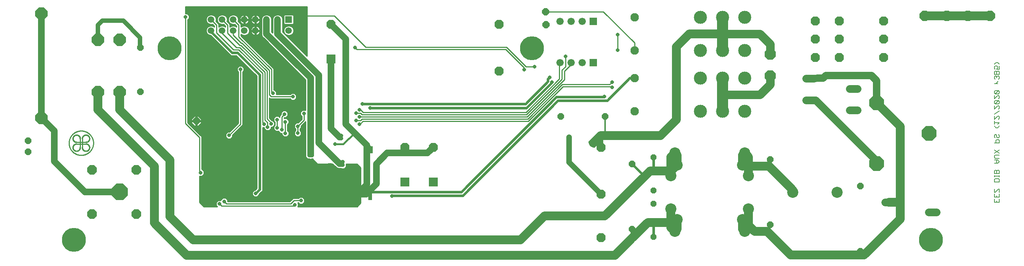
<source format=gbl>
G75*
%MOIN*%
%OFA0B0*%
%FSLAX25Y25*%
%IPPOS*%
%LPD*%
%AMOC8*
5,1,8,0,0,1.08239X$1,22.5*
%
%ADD10C,0.00500*%
%ADD11C,0.01000*%
%ADD12C,0.00100*%
%ADD13C,0.07087*%
%ADD14OC8,0.06000*%
%ADD15OC8,0.10000*%
%ADD16OC8,0.08268*%
%ADD17OC8,0.13386*%
%ADD18OC8,0.11268*%
%ADD19OC8,0.08600*%
%ADD20OC8,0.15000*%
%ADD21R,0.06600X0.06600*%
%ADD22C,0.06600*%
%ADD23R,0.05906X0.05906*%
%ADD24C,0.05906*%
%ADD25OC8,0.05906*%
%ADD26OC8,0.09055*%
%ADD27OC8,0.06496*%
%ADD28R,0.08268X0.08268*%
%ADD29OC8,0.05400*%
%ADD30C,0.11811*%
%ADD31C,0.07677*%
%ADD32C,0.10000*%
%ADD33C,0.21654*%
%ADD34C,0.10000*%
%ADD35C,0.07600*%
%ADD36C,0.08000*%
%ADD37OC8,0.03175*%
%ADD38C,0.04000*%
%ADD39C,0.01200*%
%ADD40C,0.05000*%
%ADD41C,0.02400*%
%ADD42C,0.06600*%
%ADD43C,0.00800*%
%ADD44C,0.06000*%
%ADD45R,0.03175X0.03175*%
%ADD46C,0.03200*%
%ADD47C,0.01600*%
D10*
X0987788Y0113753D02*
X0987788Y0116755D01*
X0987788Y0118357D02*
X0987788Y0121359D01*
X0987788Y0122961D02*
X0987788Y0125963D01*
X0987788Y0122961D02*
X0988539Y0122961D01*
X0991541Y0125963D01*
X0992292Y0125963D01*
X0992292Y0122961D01*
X0992292Y0121359D02*
X0992292Y0118357D01*
X0987788Y0118357D01*
X0990040Y0118357D02*
X0990040Y0119858D01*
X0992292Y0116755D02*
X0992292Y0113753D01*
X0987788Y0113753D01*
X0990040Y0113753D02*
X0990040Y0115254D01*
X0992292Y0132169D02*
X0987788Y0132169D01*
X0987788Y0134420D01*
X0988539Y0135171D01*
X0991541Y0135171D01*
X0992292Y0134420D01*
X0992292Y0132169D01*
X0992292Y0136772D02*
X0992292Y0138274D01*
X0992292Y0137523D02*
X0987788Y0137523D01*
X0987788Y0136772D02*
X0987788Y0138274D01*
X0987788Y0139842D02*
X0987788Y0142094D01*
X0988539Y0142844D01*
X0989289Y0142844D01*
X0990040Y0142094D01*
X0990040Y0139842D01*
X0990040Y0142094D02*
X0990791Y0142844D01*
X0991541Y0142844D01*
X0992292Y0142094D01*
X0992292Y0139842D01*
X0987788Y0139842D01*
X0987788Y0149050D02*
X0990791Y0149050D01*
X0992292Y0150551D01*
X0990791Y0152052D01*
X0987788Y0152052D01*
X0988539Y0153653D02*
X0987788Y0154404D01*
X0987788Y0155905D01*
X0988539Y0156656D01*
X0992292Y0156656D01*
X0992292Y0158257D02*
X0987788Y0161260D01*
X0987788Y0158257D02*
X0992292Y0161260D01*
X0992292Y0167465D02*
X0987788Y0167465D01*
X0989289Y0167465D02*
X0989289Y0169717D01*
X0990040Y0170468D01*
X0991541Y0170468D01*
X0992292Y0169717D01*
X0992292Y0167465D01*
X0991541Y0172069D02*
X0990791Y0172069D01*
X0990040Y0172820D01*
X0990040Y0174321D01*
X0989289Y0175072D01*
X0988539Y0175072D01*
X0987788Y0174321D01*
X0987788Y0172820D01*
X0988539Y0172069D01*
X0991541Y0172069D02*
X0992292Y0172820D01*
X0992292Y0174321D01*
X0991541Y0175072D01*
X0990791Y0181277D02*
X0992292Y0182778D01*
X0990791Y0181277D02*
X0989289Y0181277D01*
X0987788Y0182778D01*
X0987788Y0184346D02*
X0987788Y0187349D01*
X0987788Y0185848D02*
X0992292Y0185848D01*
X0990791Y0184346D01*
X0991541Y0188950D02*
X0992292Y0189701D01*
X0992292Y0191202D01*
X0991541Y0191953D01*
X0990791Y0191953D01*
X0987788Y0188950D01*
X0987788Y0191953D01*
X0987788Y0193554D02*
X0992292Y0196557D01*
X0991541Y0198158D02*
X0992292Y0198909D01*
X0992292Y0200410D01*
X0991541Y0201161D01*
X0990791Y0201161D01*
X0987788Y0198158D01*
X0987788Y0201161D01*
X0988539Y0202762D02*
X0991541Y0205765D01*
X0988539Y0205765D01*
X0987788Y0205014D01*
X0987788Y0203513D01*
X0988539Y0202762D01*
X0991541Y0202762D01*
X0992292Y0203513D01*
X0992292Y0205014D01*
X0991541Y0205765D01*
X0991541Y0207366D02*
X0992292Y0208117D01*
X0992292Y0209618D01*
X0991541Y0210369D01*
X0990791Y0210369D01*
X0987788Y0207366D01*
X0987788Y0210369D01*
X0988539Y0211970D02*
X0991541Y0214972D01*
X0988539Y0214972D01*
X0987788Y0214222D01*
X0987788Y0212721D01*
X0988539Y0211970D01*
X0991541Y0211970D01*
X0992292Y0212721D01*
X0992292Y0214222D01*
X0991541Y0214972D01*
X0990791Y0221178D02*
X0987788Y0221178D01*
X0989289Y0221178D02*
X0990791Y0222679D01*
X0990791Y0223430D01*
X0991541Y0225014D02*
X0992292Y0225765D01*
X0992292Y0227266D01*
X0991541Y0228017D01*
X0990791Y0228017D01*
X0990040Y0227266D01*
X0989289Y0228017D01*
X0988539Y0228017D01*
X0987788Y0227266D01*
X0987788Y0225765D01*
X0988539Y0225014D01*
X0990040Y0226516D02*
X0990040Y0227266D01*
X0990040Y0229618D02*
X0990040Y0231870D01*
X0989289Y0232621D01*
X0988539Y0232621D01*
X0987788Y0231870D01*
X0987788Y0229618D01*
X0992292Y0229618D01*
X0992292Y0231870D01*
X0991541Y0232621D01*
X0990791Y0232621D01*
X0990040Y0231870D01*
X0990040Y0234222D02*
X0990791Y0235723D01*
X0990791Y0236474D01*
X0990040Y0237225D01*
X0988539Y0237225D01*
X0987788Y0236474D01*
X0987788Y0234973D01*
X0988539Y0234222D01*
X0990040Y0234222D02*
X0992292Y0234222D01*
X0992292Y0237225D01*
X0992292Y0238826D02*
X0990791Y0240327D01*
X0989289Y0240327D01*
X0987788Y0238826D01*
X0988539Y0153653D02*
X0992292Y0153653D01*
X0990040Y0152052D02*
X0990040Y0149050D01*
D11*
X0660820Y0089646D02*
X0659370Y0089646D01*
X0625820Y0167396D02*
X0626570Y0168146D01*
X0598570Y0218396D02*
X0567320Y0187146D01*
X0418070Y0187146D01*
X0415570Y0184646D01*
X0414820Y0184646D01*
X0416070Y0187896D02*
X0412070Y0187896D01*
X0416070Y0187896D02*
X0417320Y0189146D01*
X0566770Y0189146D01*
X0598020Y0220396D01*
X0640570Y0220396D01*
X0642820Y0222646D01*
X0642320Y0218396D02*
X0642820Y0217896D01*
X0642320Y0218396D02*
X0598570Y0218396D01*
X0599820Y0224746D02*
X0599820Y0232396D01*
X0605820Y0238396D01*
X0605820Y0240146D01*
X0600820Y0236646D02*
X0600820Y0245896D01*
X0595820Y0240146D02*
X0595320Y0239646D01*
X0595320Y0225346D01*
X0565120Y0195146D01*
X0418320Y0195146D01*
X0415820Y0197646D01*
X0414820Y0197646D01*
X0416070Y0194396D02*
X0412070Y0194396D01*
X0416070Y0194396D02*
X0417320Y0193146D01*
X0565670Y0193146D01*
X0597570Y0225046D01*
X0597570Y0233396D01*
X0600820Y0236646D01*
X0573070Y0236396D02*
X0565320Y0236396D01*
X0547570Y0254146D01*
X0420570Y0254146D01*
X0392320Y0282396D01*
X0365820Y0282396D01*
X0365570Y0282646D01*
X0367570Y0282811D02*
X0355431Y0282811D01*
X0355522Y0282720D02*
X0354644Y0283598D01*
X0347495Y0283598D01*
X0346617Y0282720D01*
X0346617Y0275572D01*
X0347495Y0274693D01*
X0354644Y0274693D01*
X0355522Y0275572D01*
X0355522Y0282720D01*
X0355522Y0281812D02*
X0367570Y0281812D01*
X0367570Y0280814D02*
X0355522Y0280814D01*
X0355522Y0279815D02*
X0367570Y0279815D01*
X0367570Y0278817D02*
X0355522Y0278817D01*
X0355522Y0277818D02*
X0367570Y0277818D01*
X0367570Y0276820D02*
X0355522Y0276820D01*
X0355522Y0275821D02*
X0367570Y0275821D01*
X0367570Y0274823D02*
X0354773Y0274823D01*
X0353592Y0272921D02*
X0351955Y0273598D01*
X0350184Y0273598D01*
X0348547Y0272921D01*
X0347295Y0271668D01*
X0346617Y0270031D01*
X0346617Y0268260D01*
X0347295Y0266623D01*
X0348547Y0265371D01*
X0350184Y0264693D01*
X0351955Y0264693D01*
X0353592Y0265371D01*
X0354844Y0266623D01*
X0355522Y0268260D01*
X0355522Y0270031D01*
X0354844Y0271668D01*
X0353592Y0272921D01*
X0353687Y0272826D02*
X0367570Y0272826D01*
X0367570Y0273824D02*
X0345570Y0273824D01*
X0345570Y0272826D02*
X0348452Y0272826D01*
X0347454Y0271827D02*
X0345570Y0271827D01*
X0345570Y0270829D02*
X0346947Y0270829D01*
X0346617Y0269830D02*
X0345570Y0269830D01*
X0345570Y0268832D02*
X0346617Y0268832D01*
X0346794Y0267833D02*
X0345746Y0267833D01*
X0345570Y0268010D02*
X0345570Y0280041D01*
X0344884Y0281695D01*
X0343619Y0282961D01*
X0341965Y0283646D01*
X0340174Y0283646D01*
X0338520Y0282961D01*
X0337255Y0281695D01*
X0336570Y0280041D01*
X0336570Y0267010D01*
X0335570Y0268010D01*
X0335570Y0280041D01*
X0334884Y0281695D01*
X0333619Y0282961D01*
X0331965Y0283646D01*
X0330174Y0283646D01*
X0328520Y0282961D01*
X0327255Y0281695D01*
X0326570Y0280041D01*
X0326570Y0265251D01*
X0327255Y0263597D01*
X0328520Y0262331D01*
X0328521Y0262331D01*
X0366320Y0224532D01*
X0366320Y0197012D01*
X0366098Y0197233D01*
X0363541Y0197233D01*
X0361732Y0195424D01*
X0361732Y0192867D01*
X0362820Y0191779D01*
X0362820Y0188974D01*
X0359579Y0185733D01*
X0358041Y0185733D01*
X0356232Y0183924D01*
X0356232Y0181367D01*
X0357320Y0180279D01*
X0357320Y0178762D01*
X0356232Y0177674D01*
X0356232Y0175117D01*
X0358041Y0173308D01*
X0360598Y0173308D01*
X0362407Y0175117D01*
X0362407Y0177674D01*
X0361320Y0178762D01*
X0361320Y0180279D01*
X0362407Y0181367D01*
X0362407Y0182905D01*
X0366320Y0186817D01*
X0366320Y0156501D01*
X0366421Y0156255D01*
X0366421Y0154806D01*
X0368230Y0152997D01*
X0369679Y0152997D01*
X0369924Y0152896D01*
X0371715Y0152896D01*
X0371960Y0152997D01*
X0372468Y0152997D01*
X0376820Y0148646D01*
X0390706Y0148646D01*
X0393005Y0146347D01*
X0394270Y0145081D01*
X0395924Y0144396D01*
X0398453Y0144396D01*
X0398541Y0144308D01*
X0401098Y0144308D01*
X0402907Y0146117D01*
X0402907Y0148646D01*
X0412570Y0148646D01*
X0416070Y0145146D01*
X0416070Y0113146D01*
X0412770Y0109846D01*
X0359136Y0109846D01*
X0359657Y0110367D01*
X0359657Y0112924D01*
X0359186Y0113396D01*
X0359953Y0113396D01*
X0361041Y0112308D01*
X0363598Y0112308D01*
X0365407Y0114117D01*
X0365407Y0116674D01*
X0363598Y0118483D01*
X0361041Y0118483D01*
X0359953Y0117396D01*
X0354991Y0117396D01*
X0353820Y0116224D01*
X0351991Y0114396D01*
X0295907Y0114396D01*
X0295907Y0115924D01*
X0294098Y0117733D01*
X0291541Y0117733D01*
X0289732Y0115924D01*
X0289732Y0115483D01*
X0287291Y0115483D01*
X0285482Y0113674D01*
X0285482Y0111117D01*
X0286753Y0109846D01*
X0274620Y0109846D01*
X0270570Y0113896D01*
X0270570Y0137558D01*
X0272848Y0137558D01*
X0274657Y0139367D01*
X0274657Y0141924D01*
X0272848Y0143733D01*
X0272570Y0143733D01*
X0272570Y0173474D01*
X0271398Y0174646D01*
X0260070Y0185974D01*
X0260070Y0279029D01*
X0261157Y0280117D01*
X0261157Y0282674D01*
X0259348Y0284483D01*
X0258070Y0284483D01*
X0258070Y0290669D01*
X0367570Y0290669D01*
X0367570Y0246010D01*
X0345570Y0268010D01*
X0346745Y0266835D02*
X0347207Y0266835D01*
X0347743Y0265836D02*
X0348082Y0265836D01*
X0348742Y0264838D02*
X0349835Y0264838D01*
X0349740Y0263839D02*
X0367570Y0263839D01*
X0367570Y0262840D02*
X0350739Y0262840D01*
X0351737Y0261842D02*
X0367570Y0261842D01*
X0367570Y0260843D02*
X0352736Y0260843D01*
X0353734Y0259845D02*
X0367570Y0259845D01*
X0367570Y0258846D02*
X0354733Y0258846D01*
X0355731Y0257848D02*
X0367570Y0257848D01*
X0367570Y0256849D02*
X0356730Y0256849D01*
X0357728Y0255851D02*
X0367570Y0255851D01*
X0367570Y0254852D02*
X0358727Y0254852D01*
X0359725Y0253854D02*
X0367570Y0253854D01*
X0367570Y0252855D02*
X0360724Y0252855D01*
X0361722Y0251857D02*
X0367570Y0251857D01*
X0367570Y0250858D02*
X0362721Y0250858D01*
X0363719Y0249860D02*
X0367570Y0249860D01*
X0367570Y0248861D02*
X0364718Y0248861D01*
X0365716Y0247863D02*
X0367570Y0247863D01*
X0367570Y0246864D02*
X0366715Y0246864D01*
X0351975Y0238876D02*
X0333667Y0238876D01*
X0332669Y0239875D02*
X0350977Y0239875D01*
X0349978Y0240873D02*
X0331670Y0240873D01*
X0330672Y0241872D02*
X0348980Y0241872D01*
X0347981Y0242870D02*
X0329673Y0242870D01*
X0328675Y0243869D02*
X0346982Y0243869D01*
X0345984Y0244867D02*
X0327676Y0244867D01*
X0326678Y0245866D02*
X0344985Y0245866D01*
X0343987Y0246864D02*
X0325679Y0246864D01*
X0324681Y0247863D02*
X0342988Y0247863D01*
X0341990Y0248861D02*
X0323682Y0248861D01*
X0322684Y0249860D02*
X0340991Y0249860D01*
X0339993Y0250858D02*
X0321685Y0250858D01*
X0320687Y0251857D02*
X0338994Y0251857D01*
X0337996Y0252855D02*
X0319688Y0252855D01*
X0318690Y0253854D02*
X0336997Y0253854D01*
X0335999Y0254852D02*
X0317691Y0254852D01*
X0316693Y0255851D02*
X0335000Y0255851D01*
X0334002Y0256849D02*
X0315694Y0256849D01*
X0314696Y0257848D02*
X0333003Y0257848D01*
X0332005Y0258846D02*
X0313697Y0258846D01*
X0312699Y0259845D02*
X0331006Y0259845D01*
X0330008Y0260843D02*
X0311700Y0260843D01*
X0310702Y0261842D02*
X0329009Y0261842D01*
X0328011Y0262840D02*
X0309703Y0262840D01*
X0308705Y0263839D02*
X0327154Y0263839D01*
X0326741Y0264838D02*
X0312304Y0264838D01*
X0311955Y0264693D02*
X0313592Y0265371D01*
X0314844Y0266623D01*
X0315522Y0268260D01*
X0315522Y0270031D01*
X0314844Y0271668D01*
X0313592Y0272921D01*
X0311955Y0273598D01*
X0310184Y0273598D01*
X0308547Y0272921D01*
X0308070Y0272443D01*
X0308070Y0274974D01*
X0306898Y0276146D01*
X0305306Y0277738D01*
X0305522Y0278260D01*
X0305522Y0280031D01*
X0304844Y0281668D01*
X0303592Y0282921D01*
X0301955Y0283598D01*
X0300184Y0283598D01*
X0298547Y0282921D01*
X0297295Y0281668D01*
X0296617Y0280031D01*
X0296617Y0278260D01*
X0297295Y0276623D01*
X0298547Y0275371D01*
X0300184Y0274693D01*
X0301955Y0274693D01*
X0302478Y0274909D01*
X0304070Y0273317D01*
X0304070Y0272443D01*
X0303592Y0272921D01*
X0301955Y0273598D01*
X0300184Y0273598D01*
X0298547Y0272921D01*
X0298070Y0272443D01*
X0298070Y0274974D01*
X0295306Y0277738D01*
X0295522Y0278260D01*
X0295522Y0280031D01*
X0294844Y0281668D01*
X0293592Y0282921D01*
X0291955Y0283598D01*
X0290184Y0283598D01*
X0288547Y0282921D01*
X0287295Y0281668D01*
X0286617Y0280031D01*
X0286617Y0278260D01*
X0287295Y0276623D01*
X0288547Y0275371D01*
X0290184Y0274693D01*
X0291955Y0274693D01*
X0292478Y0274909D01*
X0294070Y0273317D01*
X0294070Y0272443D01*
X0293592Y0272921D01*
X0291955Y0273598D01*
X0290184Y0273598D01*
X0288547Y0272921D01*
X0288070Y0272443D01*
X0288070Y0274974D01*
X0286898Y0276146D01*
X0285306Y0277738D01*
X0285522Y0278260D01*
X0285522Y0280031D01*
X0284844Y0281668D01*
X0283592Y0282921D01*
X0281955Y0283598D01*
X0280184Y0283598D01*
X0278547Y0282921D01*
X0277295Y0281668D01*
X0276617Y0280031D01*
X0276617Y0278260D01*
X0277295Y0276623D01*
X0278547Y0275371D01*
X0280184Y0274693D01*
X0281955Y0274693D01*
X0282478Y0274909D01*
X0284070Y0273317D01*
X0284070Y0272443D01*
X0283592Y0272921D01*
X0281955Y0273598D01*
X0280184Y0273598D01*
X0278547Y0272921D01*
X0277295Y0271668D01*
X0276617Y0270031D01*
X0276617Y0268260D01*
X0277295Y0266623D01*
X0278547Y0265371D01*
X0280184Y0264693D01*
X0280704Y0264693D01*
X0297781Y0247616D01*
X0298540Y0246857D01*
X0299532Y0246446D01*
X0303701Y0246446D01*
X0322120Y0228027D01*
X0322120Y0126514D01*
X0320589Y0124983D01*
X0320041Y0124983D01*
X0318232Y0123174D01*
X0318232Y0120617D01*
X0320041Y0118808D01*
X0322598Y0118808D01*
X0324407Y0120617D01*
X0324407Y0121165D01*
X0326349Y0123107D01*
X0327108Y0123866D01*
X0327520Y0124859D01*
X0327520Y0181579D01*
X0327541Y0181558D01*
X0328982Y0181558D01*
X0328982Y0180617D01*
X0330791Y0178808D01*
X0333348Y0178808D01*
X0335157Y0180617D01*
X0335157Y0181808D01*
X0336598Y0181808D01*
X0338407Y0183617D01*
X0338407Y0186174D01*
X0336598Y0187983D01*
X0335811Y0187983D01*
X0333570Y0190224D01*
X0333570Y0208317D01*
X0334491Y0207396D01*
X0352453Y0207396D01*
X0353541Y0206308D01*
X0356098Y0206308D01*
X0357907Y0208117D01*
X0357907Y0210674D01*
X0356098Y0212483D01*
X0353541Y0212483D01*
X0352453Y0211396D01*
X0339907Y0211396D01*
X0339907Y0213674D01*
X0338098Y0215483D01*
X0337570Y0215483D01*
X0337570Y0234974D01*
X0308070Y0264474D01*
X0308070Y0265849D01*
X0308547Y0265371D01*
X0310184Y0264693D01*
X0311955Y0264693D01*
X0309835Y0264838D02*
X0308070Y0264838D01*
X0308070Y0265836D02*
X0308082Y0265836D01*
X0306070Y0263646D02*
X0335570Y0234146D01*
X0335570Y0213646D01*
X0336820Y0212396D01*
X0338669Y0214912D02*
X0366320Y0214912D01*
X0366320Y0215910D02*
X0337570Y0215910D01*
X0337570Y0216909D02*
X0366320Y0216909D01*
X0366320Y0217907D02*
X0337570Y0217907D01*
X0337570Y0218906D02*
X0366320Y0218906D01*
X0366320Y0219905D02*
X0337570Y0219905D01*
X0337570Y0220903D02*
X0366320Y0220903D01*
X0366320Y0221902D02*
X0337570Y0221902D01*
X0337570Y0222900D02*
X0366320Y0222900D01*
X0366320Y0223899D02*
X0337570Y0223899D01*
X0337570Y0224897D02*
X0365954Y0224897D01*
X0364956Y0225896D02*
X0337570Y0225896D01*
X0337570Y0226894D02*
X0363957Y0226894D01*
X0362959Y0227893D02*
X0337570Y0227893D01*
X0337570Y0228891D02*
X0361960Y0228891D01*
X0360962Y0229890D02*
X0337570Y0229890D01*
X0337570Y0230888D02*
X0359963Y0230888D01*
X0358965Y0231887D02*
X0337570Y0231887D01*
X0337570Y0232885D02*
X0357966Y0232885D01*
X0356968Y0233884D02*
X0337570Y0233884D01*
X0337570Y0234882D02*
X0355969Y0234882D01*
X0354971Y0235881D02*
X0336663Y0235881D01*
X0335664Y0236879D02*
X0353972Y0236879D01*
X0352974Y0237878D02*
X0334666Y0237878D01*
X0333570Y0233146D02*
X0308820Y0257896D01*
X0308320Y0257896D01*
X0301070Y0265146D01*
X0301070Y0269146D01*
X0303687Y0272826D02*
X0304070Y0272826D01*
X0303563Y0273824D02*
X0298070Y0273824D01*
X0298070Y0272826D02*
X0298452Y0272826D01*
X0298070Y0274823D02*
X0299871Y0274823D01*
X0298097Y0275821D02*
X0297222Y0275821D01*
X0297213Y0276820D02*
X0296224Y0276820D01*
X0296800Y0277818D02*
X0295339Y0277818D01*
X0295522Y0278817D02*
X0296617Y0278817D01*
X0296617Y0279815D02*
X0295522Y0279815D01*
X0295198Y0280814D02*
X0296941Y0280814D01*
X0297439Y0281812D02*
X0294700Y0281812D01*
X0293702Y0282811D02*
X0298437Y0282811D01*
X0301070Y0279146D02*
X0306070Y0274146D01*
X0306070Y0263646D01*
X0307070Y0255896D02*
X0296070Y0266896D01*
X0296070Y0274146D01*
X0291070Y0279146D01*
X0290570Y0279146D01*
X0286617Y0278817D02*
X0285522Y0278817D01*
X0285522Y0279815D02*
X0286617Y0279815D01*
X0286941Y0280814D02*
X0285198Y0280814D01*
X0284700Y0281812D02*
X0287439Y0281812D01*
X0288437Y0282811D02*
X0283702Y0282811D01*
X0281070Y0279146D02*
X0286070Y0274146D01*
X0286070Y0267146D01*
X0301320Y0251896D01*
X0306070Y0251896D01*
X0327570Y0230396D01*
X0327570Y0185896D01*
X0328820Y0184646D01*
X0332070Y0185896D02*
X0329570Y0188396D01*
X0329570Y0231396D01*
X0307070Y0253896D01*
X0304070Y0253896D01*
X0291070Y0266896D01*
X0291070Y0269146D01*
X0293687Y0272826D02*
X0294070Y0272826D01*
X0293563Y0273824D02*
X0288070Y0273824D01*
X0288070Y0272826D02*
X0288452Y0272826D01*
X0288070Y0274823D02*
X0289871Y0274823D01*
X0288097Y0275821D02*
X0287222Y0275821D01*
X0287213Y0276820D02*
X0286224Y0276820D01*
X0286800Y0277818D02*
X0285339Y0277818D01*
X0282564Y0274823D02*
X0282268Y0274823D01*
X0283563Y0273824D02*
X0260070Y0273824D01*
X0260070Y0272826D02*
X0278452Y0272826D01*
X0277454Y0271827D02*
X0260070Y0271827D01*
X0260070Y0270829D02*
X0276947Y0270829D01*
X0276617Y0269830D02*
X0260070Y0269830D01*
X0260070Y0268832D02*
X0276617Y0268832D01*
X0276794Y0267833D02*
X0260070Y0267833D01*
X0260070Y0266835D02*
X0277207Y0266835D01*
X0278082Y0265836D02*
X0260070Y0265836D01*
X0260070Y0264838D02*
X0279835Y0264838D01*
X0281558Y0263839D02*
X0260070Y0263839D01*
X0260070Y0262840D02*
X0282556Y0262840D01*
X0283555Y0261842D02*
X0260070Y0261842D01*
X0260070Y0260843D02*
X0284553Y0260843D01*
X0285552Y0259845D02*
X0260070Y0259845D01*
X0260070Y0258846D02*
X0286550Y0258846D01*
X0287549Y0257848D02*
X0260070Y0257848D01*
X0260070Y0256849D02*
X0288547Y0256849D01*
X0289546Y0255851D02*
X0260070Y0255851D01*
X0260070Y0254852D02*
X0290544Y0254852D01*
X0291543Y0253854D02*
X0260070Y0253854D01*
X0260070Y0252855D02*
X0292541Y0252855D01*
X0293540Y0251857D02*
X0260070Y0251857D01*
X0260070Y0250858D02*
X0294538Y0250858D01*
X0295537Y0249860D02*
X0260070Y0249860D01*
X0260070Y0248861D02*
X0296536Y0248861D01*
X0297534Y0247863D02*
X0260070Y0247863D01*
X0260070Y0246864D02*
X0298533Y0246864D01*
X0304281Y0245866D02*
X0260070Y0245866D01*
X0260070Y0244867D02*
X0305280Y0244867D01*
X0306278Y0243869D02*
X0260070Y0243869D01*
X0260070Y0242870D02*
X0307277Y0242870D01*
X0308275Y0241872D02*
X0260070Y0241872D01*
X0260070Y0240873D02*
X0309274Y0240873D01*
X0310272Y0239875D02*
X0260070Y0239875D01*
X0260070Y0238876D02*
X0311271Y0238876D01*
X0312269Y0237878D02*
X0260070Y0237878D01*
X0260070Y0236879D02*
X0305937Y0236879D01*
X0306291Y0237233D02*
X0304482Y0235424D01*
X0304482Y0232867D01*
X0305570Y0231779D01*
X0305570Y0185474D01*
X0297579Y0177483D01*
X0296041Y0177483D01*
X0294232Y0175674D01*
X0294232Y0173117D01*
X0296041Y0171308D01*
X0298598Y0171308D01*
X0300407Y0173117D01*
X0300407Y0174655D01*
X0309570Y0183817D01*
X0309570Y0231779D01*
X0310657Y0232867D01*
X0310657Y0235424D01*
X0308848Y0237233D01*
X0306291Y0237233D01*
X0304938Y0235881D02*
X0260070Y0235881D01*
X0260070Y0234882D02*
X0304482Y0234882D01*
X0304482Y0233884D02*
X0260070Y0233884D01*
X0260070Y0232885D02*
X0304482Y0232885D01*
X0305462Y0231887D02*
X0260070Y0231887D01*
X0260070Y0230888D02*
X0305570Y0230888D01*
X0305570Y0229890D02*
X0260070Y0229890D01*
X0260070Y0228891D02*
X0305570Y0228891D01*
X0305570Y0227893D02*
X0260070Y0227893D01*
X0260070Y0226894D02*
X0305570Y0226894D01*
X0305570Y0225896D02*
X0260070Y0225896D01*
X0260070Y0224897D02*
X0305570Y0224897D01*
X0305570Y0223899D02*
X0260070Y0223899D01*
X0260070Y0222900D02*
X0305570Y0222900D01*
X0305570Y0221902D02*
X0260070Y0221902D01*
X0260070Y0220903D02*
X0305570Y0220903D01*
X0305570Y0219905D02*
X0260070Y0219905D01*
X0260070Y0218906D02*
X0305570Y0218906D01*
X0305570Y0217907D02*
X0260070Y0217907D01*
X0260070Y0216909D02*
X0305570Y0216909D01*
X0305570Y0215910D02*
X0260070Y0215910D01*
X0260070Y0214912D02*
X0305570Y0214912D01*
X0305570Y0213913D02*
X0260070Y0213913D01*
X0260070Y0212915D02*
X0305570Y0212915D01*
X0305570Y0211916D02*
X0260070Y0211916D01*
X0260070Y0210918D02*
X0305570Y0210918D01*
X0305570Y0209919D02*
X0260070Y0209919D01*
X0260070Y0208921D02*
X0305570Y0208921D01*
X0305570Y0207922D02*
X0260070Y0207922D01*
X0260070Y0206924D02*
X0305570Y0206924D01*
X0305570Y0205925D02*
X0260070Y0205925D01*
X0260070Y0204927D02*
X0305570Y0204927D01*
X0305570Y0203928D02*
X0260070Y0203928D01*
X0260070Y0202930D02*
X0305570Y0202930D01*
X0305570Y0201931D02*
X0260070Y0201931D01*
X0260070Y0200933D02*
X0305570Y0200933D01*
X0305570Y0199934D02*
X0260070Y0199934D01*
X0260070Y0198936D02*
X0305570Y0198936D01*
X0305570Y0197937D02*
X0260070Y0197937D01*
X0260070Y0196939D02*
X0305570Y0196939D01*
X0305570Y0195940D02*
X0260070Y0195940D01*
X0260070Y0194942D02*
X0305570Y0194942D01*
X0305570Y0193943D02*
X0260070Y0193943D01*
X0260070Y0192945D02*
X0305570Y0192945D01*
X0305570Y0191946D02*
X0260070Y0191946D01*
X0260070Y0190948D02*
X0264940Y0190948D01*
X0265936Y0191944D02*
X0263272Y0189280D01*
X0263272Y0187896D01*
X0267319Y0187896D01*
X0267319Y0186896D01*
X0263272Y0186896D01*
X0263272Y0185512D01*
X0265936Y0182848D01*
X0267320Y0182848D01*
X0267320Y0186896D01*
X0268320Y0186896D01*
X0268320Y0187896D01*
X0272368Y0187896D01*
X0272368Y0189280D01*
X0269703Y0191944D01*
X0268320Y0191944D01*
X0268320Y0187896D01*
X0267320Y0187896D01*
X0267320Y0191944D01*
X0265936Y0191944D01*
X0267320Y0190948D02*
X0268320Y0190948D01*
X0268320Y0189949D02*
X0267320Y0189949D01*
X0267320Y0188951D02*
X0268320Y0188951D01*
X0268320Y0187952D02*
X0267320Y0187952D01*
X0267319Y0186954D02*
X0260070Y0186954D01*
X0260070Y0187952D02*
X0263272Y0187952D01*
X0263272Y0188951D02*
X0260070Y0188951D01*
X0260070Y0189949D02*
X0263941Y0189949D01*
X0263272Y0185955D02*
X0260088Y0185955D01*
X0261087Y0184957D02*
X0263827Y0184957D01*
X0264825Y0183958D02*
X0262086Y0183958D01*
X0263084Y0182960D02*
X0265824Y0182960D01*
X0267320Y0182960D02*
X0268320Y0182960D01*
X0268320Y0182848D02*
X0269703Y0182848D01*
X0272368Y0185512D01*
X0272368Y0186896D01*
X0268320Y0186896D01*
X0268320Y0182848D01*
X0268320Y0183958D02*
X0267320Y0183958D01*
X0267320Y0184957D02*
X0268320Y0184957D01*
X0268320Y0185955D02*
X0267320Y0185955D01*
X0268320Y0186954D02*
X0305570Y0186954D01*
X0305570Y0187952D02*
X0272368Y0187952D01*
X0272368Y0188951D02*
X0305570Y0188951D01*
X0305570Y0189949D02*
X0271698Y0189949D01*
X0270699Y0190948D02*
X0305570Y0190948D01*
X0309570Y0190948D02*
X0322120Y0190948D01*
X0322120Y0191946D02*
X0309570Y0191946D01*
X0309570Y0192945D02*
X0322120Y0192945D01*
X0322120Y0193943D02*
X0309570Y0193943D01*
X0309570Y0194942D02*
X0322120Y0194942D01*
X0322120Y0195940D02*
X0309570Y0195940D01*
X0309570Y0196939D02*
X0322120Y0196939D01*
X0322120Y0197937D02*
X0309570Y0197937D01*
X0309570Y0198936D02*
X0322120Y0198936D01*
X0322120Y0199934D02*
X0309570Y0199934D01*
X0309570Y0200933D02*
X0322120Y0200933D01*
X0322120Y0201931D02*
X0309570Y0201931D01*
X0309570Y0202930D02*
X0322120Y0202930D01*
X0322120Y0203928D02*
X0309570Y0203928D01*
X0309570Y0204927D02*
X0322120Y0204927D01*
X0322120Y0205925D02*
X0309570Y0205925D01*
X0309570Y0206924D02*
X0322120Y0206924D01*
X0322120Y0207922D02*
X0309570Y0207922D01*
X0309570Y0208921D02*
X0322120Y0208921D01*
X0322120Y0209919D02*
X0309570Y0209919D01*
X0309570Y0210918D02*
X0322120Y0210918D01*
X0322120Y0211916D02*
X0309570Y0211916D01*
X0309570Y0212915D02*
X0322120Y0212915D01*
X0322120Y0213913D02*
X0309570Y0213913D01*
X0309570Y0214912D02*
X0322120Y0214912D01*
X0322120Y0215910D02*
X0309570Y0215910D01*
X0309570Y0216909D02*
X0322120Y0216909D01*
X0322120Y0217907D02*
X0309570Y0217907D01*
X0309570Y0218906D02*
X0322120Y0218906D01*
X0322120Y0219905D02*
X0309570Y0219905D01*
X0309570Y0220903D02*
X0322120Y0220903D01*
X0322120Y0221902D02*
X0309570Y0221902D01*
X0309570Y0222900D02*
X0322120Y0222900D01*
X0322120Y0223899D02*
X0309570Y0223899D01*
X0309570Y0224897D02*
X0322120Y0224897D01*
X0322120Y0225896D02*
X0309570Y0225896D01*
X0309570Y0226894D02*
X0322120Y0226894D01*
X0322120Y0227893D02*
X0309570Y0227893D01*
X0309570Y0228891D02*
X0321256Y0228891D01*
X0320257Y0229890D02*
X0309570Y0229890D01*
X0309570Y0230888D02*
X0319259Y0230888D01*
X0318260Y0231887D02*
X0309677Y0231887D01*
X0310657Y0232885D02*
X0317262Y0232885D01*
X0316263Y0233884D02*
X0310657Y0233884D01*
X0310657Y0234882D02*
X0315265Y0234882D01*
X0314266Y0235881D02*
X0310201Y0235881D01*
X0309202Y0236879D02*
X0313268Y0236879D01*
X0307570Y0234146D02*
X0307570Y0184646D01*
X0297320Y0174396D01*
X0299266Y0171976D02*
X0322120Y0171976D01*
X0322120Y0172974D02*
X0300265Y0172974D01*
X0300407Y0173973D02*
X0322120Y0173973D01*
X0322120Y0174971D02*
X0300724Y0174971D01*
X0301722Y0175970D02*
X0322120Y0175970D01*
X0322120Y0176969D02*
X0302721Y0176969D01*
X0303719Y0177967D02*
X0322120Y0177967D01*
X0322120Y0178966D02*
X0304718Y0178966D01*
X0305716Y0179964D02*
X0322120Y0179964D01*
X0322120Y0180963D02*
X0306715Y0180963D01*
X0307713Y0181961D02*
X0322120Y0181961D01*
X0322120Y0182960D02*
X0308712Y0182960D01*
X0309570Y0183958D02*
X0322120Y0183958D01*
X0322120Y0184957D02*
X0309570Y0184957D01*
X0309570Y0185955D02*
X0322120Y0185955D01*
X0322120Y0186954D02*
X0309570Y0186954D01*
X0309570Y0187952D02*
X0322120Y0187952D01*
X0322120Y0188951D02*
X0309570Y0188951D01*
X0309570Y0189949D02*
X0322120Y0189949D01*
X0331570Y0189396D02*
X0335320Y0185646D01*
X0335320Y0184896D01*
X0338407Y0184957D02*
X0338570Y0184957D01*
X0338570Y0185955D02*
X0338407Y0185955D01*
X0338570Y0186279D02*
X0338570Y0183512D01*
X0337482Y0182424D01*
X0337482Y0179867D01*
X0339291Y0178058D01*
X0341791Y0178058D01*
X0343541Y0176308D01*
X0344982Y0176308D01*
X0344982Y0174867D01*
X0346791Y0173058D01*
X0349348Y0173058D01*
X0351157Y0174867D01*
X0351157Y0177424D01*
X0350070Y0178512D01*
X0350070Y0184279D01*
X0351157Y0185367D01*
X0351157Y0187924D01*
X0349348Y0189733D01*
X0346820Y0189733D01*
X0346820Y0190317D01*
X0347061Y0190558D01*
X0348598Y0190558D01*
X0350407Y0192367D01*
X0350407Y0194924D01*
X0348598Y0196733D01*
X0346041Y0196733D01*
X0344232Y0194924D01*
X0344232Y0193387D01*
X0343991Y0193146D01*
X0342820Y0191974D01*
X0342820Y0190762D01*
X0341848Y0191733D01*
X0339291Y0191733D01*
X0337482Y0189924D01*
X0337482Y0187367D01*
X0338570Y0186279D01*
X0337895Y0186954D02*
X0337628Y0186954D01*
X0337482Y0187952D02*
X0336629Y0187952D01*
X0337482Y0188951D02*
X0334843Y0188951D01*
X0333844Y0189949D02*
X0337507Y0189949D01*
X0338505Y0190948D02*
X0333570Y0190948D01*
X0333570Y0191946D02*
X0342820Y0191946D01*
X0342820Y0190948D02*
X0342634Y0190948D01*
X0344820Y0191146D02*
X0344820Y0179396D01*
X0342880Y0176969D02*
X0327520Y0176969D01*
X0327520Y0177967D02*
X0341882Y0177967D01*
X0340570Y0181146D02*
X0340570Y0188646D01*
X0344820Y0191146D02*
X0347320Y0193646D01*
X0349391Y0195940D02*
X0362248Y0195940D01*
X0361732Y0194942D02*
X0350390Y0194942D01*
X0350407Y0193943D02*
X0361732Y0193943D01*
X0361732Y0192945D02*
X0350407Y0192945D01*
X0349986Y0191946D02*
X0362653Y0191946D01*
X0362820Y0190948D02*
X0348988Y0190948D01*
X0350131Y0188951D02*
X0362796Y0188951D01*
X0362820Y0189949D02*
X0346820Y0189949D01*
X0348070Y0186646D02*
X0348070Y0176146D01*
X0350263Y0173973D02*
X0357376Y0173973D01*
X0356377Y0174971D02*
X0351157Y0174971D01*
X0351157Y0175970D02*
X0356232Y0175970D01*
X0356232Y0176969D02*
X0351157Y0176969D01*
X0350614Y0177967D02*
X0356525Y0177967D01*
X0357320Y0178966D02*
X0350070Y0178966D01*
X0350070Y0179964D02*
X0357320Y0179964D01*
X0356636Y0180963D02*
X0350070Y0180963D01*
X0350070Y0181961D02*
X0356232Y0181961D01*
X0356232Y0182960D02*
X0350070Y0182960D01*
X0350070Y0183958D02*
X0356266Y0183958D01*
X0357264Y0184957D02*
X0350747Y0184957D01*
X0351157Y0185955D02*
X0359801Y0185955D01*
X0360799Y0186954D02*
X0351157Y0186954D01*
X0351129Y0187952D02*
X0361798Y0187952D01*
X0364820Y0188146D02*
X0359320Y0182646D01*
X0359320Y0176396D01*
X0361263Y0173973D02*
X0366320Y0173973D01*
X0366320Y0174971D02*
X0362262Y0174971D01*
X0362407Y0175970D02*
X0366320Y0175970D01*
X0366320Y0176969D02*
X0362407Y0176969D01*
X0362114Y0177967D02*
X0366320Y0177967D01*
X0366320Y0178966D02*
X0361320Y0178966D01*
X0361320Y0179964D02*
X0366320Y0179964D01*
X0366320Y0180963D02*
X0362003Y0180963D01*
X0362407Y0181961D02*
X0366320Y0181961D01*
X0366320Y0182960D02*
X0362462Y0182960D01*
X0363460Y0183958D02*
X0366320Y0183958D01*
X0366320Y0184957D02*
X0364459Y0184957D01*
X0365457Y0185955D02*
X0366320Y0185955D01*
X0364820Y0188146D02*
X0364820Y0194146D01*
X0363246Y0196939D02*
X0333570Y0196939D01*
X0333570Y0197937D02*
X0366320Y0197937D01*
X0366320Y0198936D02*
X0333570Y0198936D01*
X0333570Y0199934D02*
X0366320Y0199934D01*
X0366320Y0200933D02*
X0333570Y0200933D01*
X0333570Y0201931D02*
X0366320Y0201931D01*
X0366320Y0202930D02*
X0333570Y0202930D01*
X0333570Y0203928D02*
X0366320Y0203928D01*
X0366320Y0204927D02*
X0333570Y0204927D01*
X0333570Y0205925D02*
X0366320Y0205925D01*
X0366320Y0206924D02*
X0356714Y0206924D01*
X0357712Y0207922D02*
X0366320Y0207922D01*
X0366320Y0208921D02*
X0357907Y0208921D01*
X0357907Y0209919D02*
X0366320Y0209919D01*
X0366320Y0210918D02*
X0357664Y0210918D01*
X0356665Y0211916D02*
X0366320Y0211916D01*
X0366320Y0212915D02*
X0339907Y0212915D01*
X0339907Y0211916D02*
X0352974Y0211916D01*
X0354820Y0209396D02*
X0335320Y0209396D01*
X0333570Y0211146D01*
X0333570Y0233146D01*
X0331570Y0232396D02*
X0308070Y0255896D01*
X0307070Y0255896D01*
X0314057Y0265836D02*
X0318390Y0265836D01*
X0318299Y0265902D02*
X0318841Y0265508D01*
X0319437Y0265204D01*
X0320074Y0264998D01*
X0320585Y0264917D01*
X0320585Y0268661D01*
X0321554Y0268661D01*
X0321554Y0264917D01*
X0322065Y0264998D01*
X0322702Y0265204D01*
X0323298Y0265508D01*
X0323840Y0265902D01*
X0324313Y0266375D01*
X0324707Y0266917D01*
X0325011Y0267513D01*
X0325218Y0268150D01*
X0325299Y0268661D01*
X0321554Y0268661D01*
X0321554Y0269630D01*
X0325299Y0269630D01*
X0325218Y0270142D01*
X0325011Y0270778D01*
X0324707Y0271375D01*
X0324313Y0271916D01*
X0323840Y0272389D01*
X0323298Y0272783D01*
X0322702Y0273087D01*
X0322065Y0273294D01*
X0321554Y0273375D01*
X0321554Y0269630D01*
X0320585Y0269630D01*
X0320585Y0268661D01*
X0316840Y0268661D01*
X0316922Y0268150D01*
X0317128Y0267513D01*
X0317432Y0266917D01*
X0317826Y0266375D01*
X0318299Y0265902D01*
X0317492Y0266835D02*
X0314932Y0266835D01*
X0315345Y0267833D02*
X0317024Y0267833D01*
X0315522Y0268832D02*
X0320585Y0268832D01*
X0320585Y0269630D02*
X0316840Y0269630D01*
X0316922Y0270142D01*
X0317128Y0270778D01*
X0317432Y0271375D01*
X0317826Y0271916D01*
X0318299Y0272389D01*
X0318841Y0272783D01*
X0319437Y0273087D01*
X0320074Y0273294D01*
X0320585Y0273375D01*
X0320585Y0269630D01*
X0320585Y0269830D02*
X0321554Y0269830D01*
X0321554Y0268832D02*
X0326570Y0268832D01*
X0326570Y0269830D02*
X0325267Y0269830D01*
X0324985Y0270829D02*
X0326570Y0270829D01*
X0326570Y0271827D02*
X0324378Y0271827D01*
X0323215Y0272826D02*
X0326570Y0272826D01*
X0326570Y0273824D02*
X0308070Y0273824D01*
X0308070Y0272826D02*
X0308452Y0272826D01*
X0308070Y0274823D02*
X0326570Y0274823D01*
X0326570Y0275821D02*
X0323729Y0275821D01*
X0323840Y0275902D02*
X0324313Y0276375D01*
X0324707Y0276917D01*
X0325011Y0277513D01*
X0325218Y0278150D01*
X0325299Y0278661D01*
X0321554Y0278661D01*
X0321554Y0274917D01*
X0322065Y0274998D01*
X0322702Y0275204D01*
X0323298Y0275508D01*
X0323840Y0275902D01*
X0324636Y0276820D02*
X0326570Y0276820D01*
X0326570Y0277818D02*
X0325110Y0277818D01*
X0326570Y0278817D02*
X0321554Y0278817D01*
X0321554Y0278661D02*
X0321554Y0279630D01*
X0325299Y0279630D01*
X0325218Y0280142D01*
X0325011Y0280778D01*
X0324707Y0281375D01*
X0324313Y0281916D01*
X0323840Y0282389D01*
X0323298Y0282783D01*
X0322702Y0283087D01*
X0322065Y0283294D01*
X0321554Y0283375D01*
X0321554Y0279630D01*
X0320585Y0279630D01*
X0320585Y0278661D01*
X0321554Y0278661D01*
X0321554Y0277818D02*
X0320585Y0277818D01*
X0320585Y0278661D02*
X0320585Y0274917D01*
X0320074Y0274998D01*
X0319437Y0275204D01*
X0318841Y0275508D01*
X0318299Y0275902D01*
X0317826Y0276375D01*
X0317432Y0276917D01*
X0317128Y0277513D01*
X0316922Y0278150D01*
X0316840Y0278661D01*
X0320585Y0278661D01*
X0320585Y0278817D02*
X0311554Y0278817D01*
X0311554Y0278661D02*
X0311554Y0279630D01*
X0315299Y0279630D01*
X0315218Y0280142D01*
X0315011Y0280778D01*
X0314707Y0281375D01*
X0314313Y0281916D01*
X0313840Y0282389D01*
X0313298Y0282783D01*
X0312702Y0283087D01*
X0312065Y0283294D01*
X0311554Y0283375D01*
X0311554Y0279630D01*
X0310585Y0279630D01*
X0310585Y0278661D01*
X0311554Y0278661D01*
X0311554Y0274917D01*
X0312065Y0274998D01*
X0312702Y0275204D01*
X0313298Y0275508D01*
X0313840Y0275902D01*
X0314313Y0276375D01*
X0314707Y0276917D01*
X0315011Y0277513D01*
X0315218Y0278150D01*
X0315299Y0278661D01*
X0311554Y0278661D01*
X0311554Y0277818D02*
X0310585Y0277818D01*
X0310585Y0278661D02*
X0310585Y0274917D01*
X0310074Y0274998D01*
X0309437Y0275204D01*
X0308841Y0275508D01*
X0308299Y0275902D01*
X0307826Y0276375D01*
X0307432Y0276917D01*
X0307128Y0277513D01*
X0306922Y0278150D01*
X0306840Y0278661D01*
X0310585Y0278661D01*
X0310585Y0278817D02*
X0305522Y0278817D01*
X0305522Y0279815D02*
X0306870Y0279815D01*
X0306840Y0279630D02*
X0310585Y0279630D01*
X0310585Y0283375D01*
X0310074Y0283294D01*
X0309437Y0283087D01*
X0308841Y0282783D01*
X0308299Y0282389D01*
X0307826Y0281916D01*
X0307432Y0281375D01*
X0307128Y0280778D01*
X0306922Y0280142D01*
X0306840Y0279630D01*
X0307146Y0280814D02*
X0305198Y0280814D01*
X0304700Y0281812D02*
X0307750Y0281812D01*
X0308895Y0282811D02*
X0303702Y0282811D01*
X0305339Y0277818D02*
X0307029Y0277818D01*
X0307503Y0276820D02*
X0306224Y0276820D01*
X0307222Y0275821D02*
X0308410Y0275821D01*
X0310585Y0275821D02*
X0311554Y0275821D01*
X0311554Y0276820D02*
X0310585Y0276820D01*
X0310585Y0279815D02*
X0311554Y0279815D01*
X0311554Y0280814D02*
X0310585Y0280814D01*
X0310585Y0281812D02*
X0311554Y0281812D01*
X0311554Y0282811D02*
X0310585Y0282811D01*
X0313244Y0282811D02*
X0318895Y0282811D01*
X0318841Y0282783D02*
X0318299Y0282389D01*
X0317826Y0281916D01*
X0317432Y0281375D01*
X0317128Y0280778D01*
X0316922Y0280142D01*
X0316840Y0279630D01*
X0320585Y0279630D01*
X0320585Y0283375D01*
X0320074Y0283294D01*
X0319437Y0283087D01*
X0318841Y0282783D01*
X0317750Y0281812D02*
X0314389Y0281812D01*
X0314993Y0280814D02*
X0317146Y0280814D01*
X0316870Y0279815D02*
X0315269Y0279815D01*
X0315110Y0277818D02*
X0317029Y0277818D01*
X0317503Y0276820D02*
X0314636Y0276820D01*
X0313729Y0275821D02*
X0318410Y0275821D01*
X0320585Y0275821D02*
X0321554Y0275821D01*
X0321554Y0276820D02*
X0320585Y0276820D01*
X0320585Y0279815D02*
X0321554Y0279815D01*
X0321554Y0280814D02*
X0320585Y0280814D01*
X0320585Y0281812D02*
X0321554Y0281812D01*
X0321554Y0282811D02*
X0320585Y0282811D01*
X0323244Y0282811D02*
X0328371Y0282811D01*
X0327372Y0281812D02*
X0324389Y0281812D01*
X0324993Y0280814D02*
X0326890Y0280814D01*
X0326570Y0279815D02*
X0325269Y0279815D01*
X0333768Y0282811D02*
X0338371Y0282811D01*
X0337372Y0281812D02*
X0334767Y0281812D01*
X0335249Y0280814D02*
X0336890Y0280814D01*
X0336570Y0279815D02*
X0335570Y0279815D01*
X0335570Y0278817D02*
X0336570Y0278817D01*
X0336570Y0277818D02*
X0335570Y0277818D01*
X0335570Y0276820D02*
X0336570Y0276820D01*
X0336570Y0275821D02*
X0335570Y0275821D01*
X0335570Y0274823D02*
X0336570Y0274823D01*
X0336570Y0273824D02*
X0335570Y0273824D01*
X0335570Y0272826D02*
X0336570Y0272826D01*
X0336570Y0271827D02*
X0335570Y0271827D01*
X0335570Y0270829D02*
X0336570Y0270829D01*
X0336570Y0269830D02*
X0335570Y0269830D01*
X0335570Y0268832D02*
X0336570Y0268832D01*
X0336570Y0267833D02*
X0335746Y0267833D01*
X0326570Y0267833D02*
X0325115Y0267833D01*
X0324647Y0266835D02*
X0326570Y0266835D01*
X0326570Y0265836D02*
X0323749Y0265836D01*
X0321554Y0265836D02*
X0320585Y0265836D01*
X0320585Y0266835D02*
X0321554Y0266835D01*
X0321554Y0267833D02*
X0320585Y0267833D01*
X0320585Y0270829D02*
X0321554Y0270829D01*
X0321554Y0271827D02*
X0320585Y0271827D01*
X0320585Y0272826D02*
X0321554Y0272826D01*
X0318924Y0272826D02*
X0313687Y0272826D01*
X0314685Y0271827D02*
X0317761Y0271827D01*
X0317154Y0270829D02*
X0315192Y0270829D01*
X0315522Y0269830D02*
X0316872Y0269830D01*
X0302564Y0274823D02*
X0302268Y0274823D01*
X0292564Y0274823D02*
X0292268Y0274823D01*
X0284070Y0272826D02*
X0283687Y0272826D01*
X0279871Y0274823D02*
X0260070Y0274823D01*
X0260070Y0275821D02*
X0278097Y0275821D01*
X0277213Y0276820D02*
X0260070Y0276820D01*
X0260070Y0277818D02*
X0276800Y0277818D01*
X0276617Y0278817D02*
X0260070Y0278817D01*
X0260855Y0279815D02*
X0276617Y0279815D01*
X0276941Y0280814D02*
X0261157Y0280814D01*
X0261157Y0281812D02*
X0277439Y0281812D01*
X0278437Y0282811D02*
X0261021Y0282811D01*
X0260022Y0283809D02*
X0367570Y0283809D01*
X0367570Y0284808D02*
X0258070Y0284808D01*
X0258070Y0285806D02*
X0367570Y0285806D01*
X0367570Y0286805D02*
X0258070Y0286805D01*
X0258070Y0287803D02*
X0367570Y0287803D01*
X0367570Y0288802D02*
X0258070Y0288802D01*
X0258070Y0289800D02*
X0367570Y0289800D01*
X0346708Y0282811D02*
X0343768Y0282811D01*
X0344767Y0281812D02*
X0346617Y0281812D01*
X0346617Y0280814D02*
X0345249Y0280814D01*
X0345570Y0279815D02*
X0346617Y0279815D01*
X0346617Y0278817D02*
X0345570Y0278817D01*
X0345570Y0277818D02*
X0346617Y0277818D01*
X0346617Y0276820D02*
X0345570Y0276820D01*
X0345570Y0275821D02*
X0346617Y0275821D01*
X0347366Y0274823D02*
X0345570Y0274823D01*
X0354685Y0271827D02*
X0367570Y0271827D01*
X0367570Y0270829D02*
X0355192Y0270829D01*
X0355522Y0269830D02*
X0367570Y0269830D01*
X0367570Y0268832D02*
X0355522Y0268832D01*
X0355345Y0267833D02*
X0367570Y0267833D01*
X0367570Y0266835D02*
X0354932Y0266835D01*
X0354057Y0265836D02*
X0367570Y0265836D01*
X0367570Y0264838D02*
X0352304Y0264838D01*
X0402570Y0249396D02*
X0403820Y0250646D01*
X0410820Y0253896D02*
X0412570Y0252146D01*
X0546820Y0252146D01*
X0563570Y0235396D01*
X0563570Y0233896D01*
X0599820Y0224746D02*
X0566220Y0191146D01*
X0414820Y0191146D01*
X0398570Y0174146D02*
X0398570Y0171396D01*
X0397070Y0172896D01*
X0396820Y0172896D01*
X0366320Y0172974D02*
X0327520Y0172974D01*
X0327520Y0171976D02*
X0366320Y0171976D01*
X0366320Y0170977D02*
X0327520Y0170977D01*
X0327520Y0169979D02*
X0366320Y0169979D01*
X0366320Y0168980D02*
X0327520Y0168980D01*
X0327520Y0167982D02*
X0366320Y0167982D01*
X0366320Y0166983D02*
X0327520Y0166983D01*
X0327520Y0165985D02*
X0366320Y0165985D01*
X0366320Y0164986D02*
X0327520Y0164986D01*
X0327520Y0163988D02*
X0366320Y0163988D01*
X0366320Y0162989D02*
X0327520Y0162989D01*
X0327520Y0161991D02*
X0366320Y0161991D01*
X0366320Y0160992D02*
X0327520Y0160992D01*
X0327520Y0159994D02*
X0366320Y0159994D01*
X0366320Y0158995D02*
X0327520Y0158995D01*
X0327520Y0157997D02*
X0366320Y0157997D01*
X0366320Y0156998D02*
X0327520Y0156998D01*
X0327520Y0156000D02*
X0366421Y0156000D01*
X0366421Y0155001D02*
X0327520Y0155001D01*
X0327520Y0154003D02*
X0367224Y0154003D01*
X0368223Y0153004D02*
X0327520Y0153004D01*
X0327520Y0152006D02*
X0373459Y0152006D01*
X0374458Y0151007D02*
X0327520Y0151007D01*
X0327520Y0150009D02*
X0375456Y0150009D01*
X0376455Y0149010D02*
X0327520Y0149010D01*
X0327520Y0148012D02*
X0391340Y0148012D01*
X0392338Y0147013D02*
X0327520Y0147013D01*
X0327520Y0146015D02*
X0393337Y0146015D01*
X0394426Y0145016D02*
X0327520Y0145016D01*
X0327520Y0144018D02*
X0416070Y0144018D01*
X0416070Y0145016D02*
X0401806Y0145016D01*
X0402805Y0146015D02*
X0415201Y0146015D01*
X0414202Y0147013D02*
X0402907Y0147013D01*
X0402907Y0148012D02*
X0413204Y0148012D01*
X0399820Y0147396D02*
X0398320Y0148896D01*
X0416070Y0143019D02*
X0327520Y0143019D01*
X0327520Y0142021D02*
X0416070Y0142021D01*
X0416070Y0141022D02*
X0327520Y0141022D01*
X0327520Y0140024D02*
X0416070Y0140024D01*
X0416070Y0139025D02*
X0327520Y0139025D01*
X0327520Y0138027D02*
X0416070Y0138027D01*
X0416070Y0137028D02*
X0327520Y0137028D01*
X0327520Y0136030D02*
X0416070Y0136030D01*
X0416070Y0135031D02*
X0327520Y0135031D01*
X0327520Y0134033D02*
X0416070Y0134033D01*
X0416070Y0133034D02*
X0327520Y0133034D01*
X0327520Y0132036D02*
X0416070Y0132036D01*
X0416070Y0131037D02*
X0327520Y0131037D01*
X0327520Y0130038D02*
X0416070Y0130038D01*
X0416070Y0129040D02*
X0327520Y0129040D01*
X0327520Y0128041D02*
X0416070Y0128041D01*
X0416070Y0127043D02*
X0327520Y0127043D01*
X0327520Y0126044D02*
X0416070Y0126044D01*
X0416070Y0125046D02*
X0327520Y0125046D01*
X0327184Y0124047D02*
X0416070Y0124047D01*
X0416070Y0123049D02*
X0326291Y0123049D01*
X0326349Y0123107D02*
X0326349Y0123107D01*
X0325293Y0122050D02*
X0416070Y0122050D01*
X0416070Y0121052D02*
X0324407Y0121052D01*
X0323843Y0120053D02*
X0416070Y0120053D01*
X0416070Y0119055D02*
X0322845Y0119055D01*
X0319794Y0119055D02*
X0270570Y0119055D01*
X0270570Y0120053D02*
X0318796Y0120053D01*
X0318232Y0121052D02*
X0270570Y0121052D01*
X0270570Y0122050D02*
X0318232Y0122050D01*
X0318232Y0123049D02*
X0270570Y0123049D01*
X0270570Y0124047D02*
X0319105Y0124047D01*
X0320651Y0125046D02*
X0270570Y0125046D01*
X0270570Y0126044D02*
X0321650Y0126044D01*
X0322120Y0127043D02*
X0270570Y0127043D01*
X0270570Y0128041D02*
X0322120Y0128041D01*
X0322120Y0129040D02*
X0270570Y0129040D01*
X0270570Y0130038D02*
X0322120Y0130038D01*
X0322120Y0131037D02*
X0270570Y0131037D01*
X0270570Y0132036D02*
X0322120Y0132036D01*
X0322120Y0133034D02*
X0270570Y0133034D01*
X0270570Y0134033D02*
X0322120Y0134033D01*
X0322120Y0135031D02*
X0270570Y0135031D01*
X0270570Y0136030D02*
X0322120Y0136030D01*
X0322120Y0137028D02*
X0270570Y0137028D01*
X0273317Y0138027D02*
X0322120Y0138027D01*
X0322120Y0139025D02*
X0274315Y0139025D01*
X0274657Y0140024D02*
X0322120Y0140024D01*
X0322120Y0141022D02*
X0274657Y0141022D01*
X0274561Y0142021D02*
X0322120Y0142021D01*
X0322120Y0143019D02*
X0273562Y0143019D01*
X0272570Y0144018D02*
X0322120Y0144018D01*
X0322120Y0145016D02*
X0272570Y0145016D01*
X0272570Y0146015D02*
X0322120Y0146015D01*
X0322120Y0147013D02*
X0272570Y0147013D01*
X0272570Y0148012D02*
X0322120Y0148012D01*
X0322120Y0149010D02*
X0272570Y0149010D01*
X0272570Y0150009D02*
X0322120Y0150009D01*
X0322120Y0151007D02*
X0272570Y0151007D01*
X0272570Y0152006D02*
X0322120Y0152006D01*
X0322120Y0153004D02*
X0272570Y0153004D01*
X0272570Y0154003D02*
X0322120Y0154003D01*
X0322120Y0155001D02*
X0272570Y0155001D01*
X0272570Y0156000D02*
X0322120Y0156000D01*
X0322120Y0156998D02*
X0272570Y0156998D01*
X0272570Y0157997D02*
X0322120Y0157997D01*
X0322120Y0158995D02*
X0272570Y0158995D01*
X0272570Y0159994D02*
X0322120Y0159994D01*
X0322120Y0160992D02*
X0272570Y0160992D01*
X0272570Y0161991D02*
X0322120Y0161991D01*
X0322120Y0162989D02*
X0272570Y0162989D01*
X0272570Y0163988D02*
X0322120Y0163988D01*
X0322120Y0164986D02*
X0272570Y0164986D01*
X0272570Y0165985D02*
X0322120Y0165985D01*
X0322120Y0166983D02*
X0272570Y0166983D01*
X0272570Y0167982D02*
X0322120Y0167982D01*
X0322120Y0168980D02*
X0272570Y0168980D01*
X0272570Y0169979D02*
X0322120Y0169979D01*
X0322120Y0170977D02*
X0272570Y0170977D01*
X0272570Y0171976D02*
X0295373Y0171976D01*
X0294375Y0172974D02*
X0272570Y0172974D01*
X0272071Y0173973D02*
X0294232Y0173973D01*
X0294232Y0174971D02*
X0271072Y0174971D01*
X0271398Y0174646D02*
X0271398Y0174646D01*
X0270074Y0175970D02*
X0294528Y0175970D01*
X0295526Y0176969D02*
X0269075Y0176969D01*
X0268077Y0177967D02*
X0298062Y0177967D01*
X0299061Y0178966D02*
X0267078Y0178966D01*
X0266080Y0179964D02*
X0300060Y0179964D01*
X0301058Y0180963D02*
X0265081Y0180963D01*
X0264083Y0181961D02*
X0302057Y0181961D01*
X0303055Y0182960D02*
X0269815Y0182960D01*
X0270814Y0183958D02*
X0304054Y0183958D01*
X0305052Y0184957D02*
X0271812Y0184957D01*
X0272368Y0185955D02*
X0305570Y0185955D01*
X0327520Y0180963D02*
X0328982Y0180963D01*
X0329635Y0179964D02*
X0327520Y0179964D01*
X0327520Y0178966D02*
X0330633Y0178966D01*
X0333506Y0178966D02*
X0338383Y0178966D01*
X0337482Y0179964D02*
X0334504Y0179964D01*
X0335157Y0180963D02*
X0337482Y0180963D01*
X0337482Y0181961D02*
X0336751Y0181961D01*
X0337750Y0182960D02*
X0338017Y0182960D01*
X0338407Y0183958D02*
X0338570Y0183958D01*
X0332070Y0185896D02*
X0332070Y0181896D01*
X0327520Y0175970D02*
X0344982Y0175970D01*
X0344982Y0174971D02*
X0327520Y0174971D01*
X0327520Y0173973D02*
X0345876Y0173973D01*
X0331570Y0189396D02*
X0331570Y0232396D01*
X0339668Y0213913D02*
X0366320Y0213913D01*
X0352925Y0206924D02*
X0333570Y0206924D01*
X0333570Y0207922D02*
X0333964Y0207922D01*
X0333570Y0195940D02*
X0345248Y0195940D01*
X0344249Y0194942D02*
X0333570Y0194942D01*
X0333570Y0193943D02*
X0344232Y0193943D01*
X0343790Y0192945D02*
X0333570Y0192945D01*
X0270570Y0172646D02*
X0258070Y0185146D01*
X0258070Y0281396D01*
X0583070Y0286146D02*
X0635070Y0286146D01*
X0663213Y0258002D01*
X0663213Y0251264D01*
X0648070Y0251396D02*
X0648070Y0265396D01*
X0270570Y0172646D02*
X0270570Y0141646D01*
X0271570Y0140646D01*
X0270570Y0118056D02*
X0360614Y0118056D01*
X0362320Y0115396D02*
X0355820Y0115396D01*
X0352820Y0112396D01*
X0295070Y0112396D01*
X0292820Y0114646D01*
X0294774Y0117058D02*
X0354653Y0117058D01*
X0353655Y0116059D02*
X0295772Y0116059D01*
X0295907Y0115061D02*
X0352656Y0115061D01*
X0356570Y0111646D02*
X0355320Y0110396D01*
X0290570Y0110396D01*
X0288570Y0112396D01*
X0286531Y0110068D02*
X0274397Y0110068D01*
X0273398Y0111067D02*
X0285532Y0111067D01*
X0285482Y0112065D02*
X0272400Y0112065D01*
X0271401Y0113064D02*
X0285482Y0113064D01*
X0285870Y0114062D02*
X0270570Y0114062D01*
X0270570Y0115061D02*
X0286868Y0115061D01*
X0289867Y0116059D02*
X0270570Y0116059D01*
X0270570Y0117058D02*
X0290865Y0117058D01*
X0359518Y0113064D02*
X0360285Y0113064D01*
X0359657Y0112065D02*
X0414989Y0112065D01*
X0413991Y0111067D02*
X0359657Y0111067D01*
X0359358Y0110068D02*
X0412992Y0110068D01*
X0415988Y0113064D02*
X0364354Y0113064D01*
X0365352Y0114062D02*
X0416070Y0114062D01*
X0416070Y0115061D02*
X0365407Y0115061D01*
X0365407Y0116059D02*
X0416070Y0116059D01*
X0416070Y0117058D02*
X0365024Y0117058D01*
X0364025Y0118056D02*
X0416070Y0118056D01*
X0167981Y0166648D02*
X0159713Y0166648D01*
X0159713Y0168222D02*
X0167981Y0168222D01*
X0152847Y0167435D02*
X0152850Y0167705D01*
X0152860Y0167975D01*
X0152877Y0168244D01*
X0152900Y0168513D01*
X0152930Y0168782D01*
X0152966Y0169049D01*
X0153009Y0169316D01*
X0153058Y0169581D01*
X0153114Y0169845D01*
X0153177Y0170108D01*
X0153245Y0170369D01*
X0153321Y0170628D01*
X0153402Y0170885D01*
X0153490Y0171141D01*
X0153584Y0171394D01*
X0153684Y0171645D01*
X0153791Y0171893D01*
X0153903Y0172138D01*
X0154022Y0172381D01*
X0154146Y0172620D01*
X0154276Y0172857D01*
X0154412Y0173090D01*
X0154554Y0173320D01*
X0154701Y0173546D01*
X0154854Y0173769D01*
X0155012Y0173988D01*
X0155175Y0174203D01*
X0155344Y0174413D01*
X0155518Y0174620D01*
X0155697Y0174822D01*
X0155880Y0175020D01*
X0156069Y0175213D01*
X0156262Y0175402D01*
X0156460Y0175585D01*
X0156662Y0175764D01*
X0156869Y0175938D01*
X0157079Y0176107D01*
X0157294Y0176270D01*
X0157513Y0176428D01*
X0157736Y0176581D01*
X0157962Y0176728D01*
X0158192Y0176870D01*
X0158425Y0177006D01*
X0158662Y0177136D01*
X0158901Y0177260D01*
X0159144Y0177379D01*
X0159389Y0177491D01*
X0159637Y0177598D01*
X0159888Y0177698D01*
X0160141Y0177792D01*
X0160397Y0177880D01*
X0160654Y0177961D01*
X0160913Y0178037D01*
X0161174Y0178105D01*
X0161437Y0178168D01*
X0161701Y0178224D01*
X0161966Y0178273D01*
X0162233Y0178316D01*
X0162500Y0178352D01*
X0162769Y0178382D01*
X0163038Y0178405D01*
X0163307Y0178422D01*
X0163577Y0178432D01*
X0163847Y0178435D01*
X0164117Y0178432D01*
X0164387Y0178422D01*
X0164656Y0178405D01*
X0164925Y0178382D01*
X0165194Y0178352D01*
X0165461Y0178316D01*
X0165728Y0178273D01*
X0165993Y0178224D01*
X0166257Y0178168D01*
X0166520Y0178105D01*
X0166781Y0178037D01*
X0167040Y0177961D01*
X0167297Y0177880D01*
X0167553Y0177792D01*
X0167806Y0177698D01*
X0168057Y0177598D01*
X0168305Y0177491D01*
X0168550Y0177379D01*
X0168793Y0177260D01*
X0169032Y0177136D01*
X0169269Y0177006D01*
X0169502Y0176870D01*
X0169732Y0176728D01*
X0169958Y0176581D01*
X0170181Y0176428D01*
X0170400Y0176270D01*
X0170615Y0176107D01*
X0170825Y0175938D01*
X0171032Y0175764D01*
X0171234Y0175585D01*
X0171432Y0175402D01*
X0171625Y0175213D01*
X0171814Y0175020D01*
X0171997Y0174822D01*
X0172176Y0174620D01*
X0172350Y0174413D01*
X0172519Y0174203D01*
X0172682Y0173988D01*
X0172840Y0173769D01*
X0172993Y0173546D01*
X0173140Y0173320D01*
X0173282Y0173090D01*
X0173418Y0172857D01*
X0173548Y0172620D01*
X0173672Y0172381D01*
X0173791Y0172138D01*
X0173903Y0171893D01*
X0174010Y0171645D01*
X0174110Y0171394D01*
X0174204Y0171141D01*
X0174292Y0170885D01*
X0174373Y0170628D01*
X0174449Y0170369D01*
X0174517Y0170108D01*
X0174580Y0169845D01*
X0174636Y0169581D01*
X0174685Y0169316D01*
X0174728Y0169049D01*
X0174764Y0168782D01*
X0174794Y0168513D01*
X0174817Y0168244D01*
X0174834Y0167975D01*
X0174844Y0167705D01*
X0174847Y0167435D01*
X0174844Y0167165D01*
X0174834Y0166895D01*
X0174817Y0166626D01*
X0174794Y0166357D01*
X0174764Y0166088D01*
X0174728Y0165821D01*
X0174685Y0165554D01*
X0174636Y0165289D01*
X0174580Y0165025D01*
X0174517Y0164762D01*
X0174449Y0164501D01*
X0174373Y0164242D01*
X0174292Y0163985D01*
X0174204Y0163729D01*
X0174110Y0163476D01*
X0174010Y0163225D01*
X0173903Y0162977D01*
X0173791Y0162732D01*
X0173672Y0162489D01*
X0173548Y0162250D01*
X0173418Y0162013D01*
X0173282Y0161780D01*
X0173140Y0161550D01*
X0172993Y0161324D01*
X0172840Y0161101D01*
X0172682Y0160882D01*
X0172519Y0160667D01*
X0172350Y0160457D01*
X0172176Y0160250D01*
X0171997Y0160048D01*
X0171814Y0159850D01*
X0171625Y0159657D01*
X0171432Y0159468D01*
X0171234Y0159285D01*
X0171032Y0159106D01*
X0170825Y0158932D01*
X0170615Y0158763D01*
X0170400Y0158600D01*
X0170181Y0158442D01*
X0169958Y0158289D01*
X0169732Y0158142D01*
X0169502Y0158000D01*
X0169269Y0157864D01*
X0169032Y0157734D01*
X0168793Y0157610D01*
X0168550Y0157491D01*
X0168305Y0157379D01*
X0168057Y0157272D01*
X0167806Y0157172D01*
X0167553Y0157078D01*
X0167297Y0156990D01*
X0167040Y0156909D01*
X0166781Y0156833D01*
X0166520Y0156765D01*
X0166257Y0156702D01*
X0165993Y0156646D01*
X0165728Y0156597D01*
X0165461Y0156554D01*
X0165194Y0156518D01*
X0164925Y0156488D01*
X0164656Y0156465D01*
X0164387Y0156448D01*
X0164117Y0156438D01*
X0163847Y0156435D01*
X0163577Y0156438D01*
X0163307Y0156448D01*
X0163038Y0156465D01*
X0162769Y0156488D01*
X0162500Y0156518D01*
X0162233Y0156554D01*
X0161966Y0156597D01*
X0161701Y0156646D01*
X0161437Y0156702D01*
X0161174Y0156765D01*
X0160913Y0156833D01*
X0160654Y0156909D01*
X0160397Y0156990D01*
X0160141Y0157078D01*
X0159888Y0157172D01*
X0159637Y0157272D01*
X0159389Y0157379D01*
X0159144Y0157491D01*
X0158901Y0157610D01*
X0158662Y0157734D01*
X0158425Y0157864D01*
X0158192Y0158000D01*
X0157962Y0158142D01*
X0157736Y0158289D01*
X0157513Y0158442D01*
X0157294Y0158600D01*
X0157079Y0158763D01*
X0156869Y0158932D01*
X0156662Y0159106D01*
X0156460Y0159285D01*
X0156262Y0159468D01*
X0156069Y0159657D01*
X0155880Y0159850D01*
X0155697Y0160048D01*
X0155518Y0160250D01*
X0155344Y0160457D01*
X0155175Y0160667D01*
X0155012Y0160882D01*
X0154854Y0161101D01*
X0154701Y0161324D01*
X0154554Y0161550D01*
X0154412Y0161780D01*
X0154276Y0162013D01*
X0154146Y0162250D01*
X0154022Y0162489D01*
X0153903Y0162732D01*
X0153791Y0162977D01*
X0153684Y0163225D01*
X0153584Y0163476D01*
X0153490Y0163729D01*
X0153402Y0163985D01*
X0153321Y0164242D01*
X0153245Y0164501D01*
X0153177Y0164762D01*
X0153114Y0165025D01*
X0153058Y0165289D01*
X0153009Y0165554D01*
X0152966Y0165821D01*
X0152930Y0166088D01*
X0152900Y0166357D01*
X0152877Y0166626D01*
X0152860Y0166895D01*
X0152850Y0167165D01*
X0152847Y0167435D01*
X0162863Y0163498D02*
X0162863Y0171372D01*
X0164831Y0171372D02*
X0164831Y0163498D01*
D12*
X0164380Y0163462D02*
X0165280Y0163434D01*
X0165279Y0163435D02*
X0165280Y0163330D01*
X0165285Y0163224D01*
X0165293Y0163119D01*
X0165306Y0163015D01*
X0165322Y0162911D01*
X0165342Y0162808D01*
X0165367Y0162705D01*
X0165395Y0162604D01*
X0165426Y0162503D01*
X0165462Y0162404D01*
X0165501Y0162307D01*
X0165544Y0162211D01*
X0165591Y0162116D01*
X0165641Y0162024D01*
X0165694Y0161933D01*
X0165751Y0161844D01*
X0165811Y0161758D01*
X0165874Y0161674D01*
X0165941Y0161592D01*
X0166010Y0161513D01*
X0166083Y0161437D01*
X0166158Y0161363D01*
X0166236Y0161292D01*
X0166316Y0161224D01*
X0166399Y0161160D01*
X0166485Y0161098D01*
X0166573Y0161040D01*
X0166662Y0160985D01*
X0166754Y0160933D01*
X0166848Y0160885D01*
X0166943Y0160841D01*
X0167040Y0160800D01*
X0167139Y0160763D01*
X0167238Y0160729D01*
X0167339Y0160699D01*
X0167441Y0160674D01*
X0167544Y0160652D01*
X0167648Y0160633D01*
X0167752Y0160619D01*
X0167857Y0160609D01*
X0167962Y0160602D01*
X0168067Y0160600D01*
X0168173Y0160602D01*
X0168278Y0160607D01*
X0168383Y0160617D01*
X0168487Y0160630D01*
X0168591Y0160647D01*
X0168694Y0160668D01*
X0168796Y0160693D01*
X0168897Y0160722D01*
X0168998Y0160755D01*
X0169096Y0160791D01*
X0169194Y0160831D01*
X0169289Y0160875D01*
X0169383Y0160922D01*
X0169476Y0160973D01*
X0169566Y0161027D01*
X0169654Y0161085D01*
X0169740Y0161146D01*
X0169823Y0161210D01*
X0169905Y0161277D01*
X0169983Y0161347D01*
X0170059Y0161420D01*
X0170132Y0161496D01*
X0170202Y0161574D01*
X0170269Y0161656D01*
X0170333Y0161739D01*
X0170394Y0161825D01*
X0170452Y0161913D01*
X0170506Y0162003D01*
X0170557Y0162096D01*
X0170604Y0162190D01*
X0170648Y0162285D01*
X0170688Y0162383D01*
X0170724Y0162481D01*
X0170757Y0162582D01*
X0170786Y0162683D01*
X0170811Y0162785D01*
X0170832Y0162888D01*
X0170849Y0162992D01*
X0170862Y0163096D01*
X0170872Y0163201D01*
X0170877Y0163306D01*
X0170879Y0163412D01*
X0170877Y0163517D01*
X0170870Y0163622D01*
X0170860Y0163727D01*
X0170846Y0163831D01*
X0170827Y0163935D01*
X0170805Y0164038D01*
X0170780Y0164140D01*
X0170750Y0164241D01*
X0170716Y0164340D01*
X0170679Y0164439D01*
X0170638Y0164536D01*
X0170594Y0164631D01*
X0170546Y0164725D01*
X0170494Y0164817D01*
X0170439Y0164906D01*
X0170381Y0164994D01*
X0170319Y0165080D01*
X0170255Y0165163D01*
X0170187Y0165243D01*
X0170116Y0165321D01*
X0170042Y0165396D01*
X0169966Y0165469D01*
X0169887Y0165538D01*
X0169805Y0165605D01*
X0169721Y0165668D01*
X0169635Y0165728D01*
X0169546Y0165785D01*
X0169455Y0165838D01*
X0169363Y0165888D01*
X0169268Y0165935D01*
X0169172Y0165978D01*
X0169075Y0166017D01*
X0168976Y0166053D01*
X0168875Y0166084D01*
X0168774Y0166112D01*
X0168671Y0166137D01*
X0168568Y0166157D01*
X0168464Y0166173D01*
X0168360Y0166186D01*
X0168255Y0166194D01*
X0168149Y0166199D01*
X0168044Y0166200D01*
X0168017Y0167099D01*
X0168137Y0167100D01*
X0168257Y0167096D01*
X0168377Y0167088D01*
X0168497Y0167076D01*
X0168616Y0167061D01*
X0168735Y0167041D01*
X0168853Y0167018D01*
X0168970Y0166991D01*
X0169087Y0166960D01*
X0169202Y0166926D01*
X0169316Y0166887D01*
X0169428Y0166845D01*
X0169540Y0166800D01*
X0169649Y0166750D01*
X0169757Y0166697D01*
X0169864Y0166641D01*
X0169968Y0166581D01*
X0170070Y0166518D01*
X0170171Y0166452D01*
X0170269Y0166382D01*
X0170365Y0166310D01*
X0170458Y0166234D01*
X0170549Y0166155D01*
X0170637Y0166073D01*
X0170723Y0165989D01*
X0170805Y0165901D01*
X0170885Y0165812D01*
X0170962Y0165719D01*
X0171036Y0165624D01*
X0171107Y0165527D01*
X0171174Y0165427D01*
X0171238Y0165326D01*
X0171299Y0165222D01*
X0171357Y0165116D01*
X0171411Y0165009D01*
X0171461Y0164900D01*
X0171508Y0164789D01*
X0171552Y0164677D01*
X0171591Y0164563D01*
X0171627Y0164448D01*
X0171660Y0164333D01*
X0171688Y0164216D01*
X0171713Y0164098D01*
X0171733Y0163980D01*
X0171750Y0163860D01*
X0171763Y0163741D01*
X0171772Y0163621D01*
X0171778Y0163501D01*
X0171779Y0163381D01*
X0171776Y0163260D01*
X0171770Y0163140D01*
X0171759Y0163020D01*
X0171745Y0162901D01*
X0171727Y0162782D01*
X0171705Y0162664D01*
X0171679Y0162546D01*
X0171650Y0162430D01*
X0171616Y0162314D01*
X0171579Y0162200D01*
X0171538Y0162087D01*
X0171494Y0161975D01*
X0171446Y0161865D01*
X0171394Y0161756D01*
X0171339Y0161649D01*
X0171280Y0161544D01*
X0171218Y0161441D01*
X0171153Y0161340D01*
X0171084Y0161242D01*
X0171012Y0161145D01*
X0170938Y0161051D01*
X0170860Y0160959D01*
X0170779Y0160870D01*
X0170695Y0160784D01*
X0170609Y0160700D01*
X0170520Y0160619D01*
X0170428Y0160541D01*
X0170334Y0160467D01*
X0170237Y0160395D01*
X0170139Y0160326D01*
X0170038Y0160261D01*
X0169935Y0160199D01*
X0169830Y0160140D01*
X0169723Y0160085D01*
X0169614Y0160033D01*
X0169504Y0159985D01*
X0169392Y0159941D01*
X0169279Y0159900D01*
X0169165Y0159863D01*
X0169049Y0159829D01*
X0168933Y0159800D01*
X0168815Y0159774D01*
X0168697Y0159752D01*
X0168578Y0159734D01*
X0168459Y0159720D01*
X0168339Y0159709D01*
X0168219Y0159703D01*
X0168098Y0159700D01*
X0167978Y0159701D01*
X0167858Y0159707D01*
X0167738Y0159716D01*
X0167619Y0159729D01*
X0167499Y0159746D01*
X0167381Y0159766D01*
X0167263Y0159791D01*
X0167146Y0159819D01*
X0167031Y0159852D01*
X0166916Y0159888D01*
X0166802Y0159927D01*
X0166690Y0159971D01*
X0166579Y0160018D01*
X0166470Y0160068D01*
X0166363Y0160122D01*
X0166257Y0160180D01*
X0166153Y0160241D01*
X0166052Y0160305D01*
X0165952Y0160372D01*
X0165855Y0160443D01*
X0165760Y0160517D01*
X0165667Y0160594D01*
X0165578Y0160674D01*
X0165490Y0160756D01*
X0165406Y0160842D01*
X0165324Y0160930D01*
X0165245Y0161021D01*
X0165169Y0161114D01*
X0165097Y0161210D01*
X0165027Y0161308D01*
X0164961Y0161409D01*
X0164898Y0161511D01*
X0164838Y0161615D01*
X0164782Y0161722D01*
X0164729Y0161830D01*
X0164679Y0161939D01*
X0164634Y0162051D01*
X0164592Y0162163D01*
X0164553Y0162277D01*
X0164519Y0162392D01*
X0164488Y0162509D01*
X0164461Y0162626D01*
X0164438Y0162744D01*
X0164418Y0162863D01*
X0164403Y0162982D01*
X0164391Y0163102D01*
X0164383Y0163222D01*
X0164379Y0163342D01*
X0164380Y0163462D01*
X0164473Y0163459D01*
X0164474Y0163340D01*
X0164477Y0163220D01*
X0164485Y0163101D01*
X0164497Y0162982D01*
X0164513Y0162863D01*
X0164533Y0162745D01*
X0164557Y0162628D01*
X0164584Y0162511D01*
X0164616Y0162396D01*
X0164651Y0162281D01*
X0164690Y0162168D01*
X0164733Y0162057D01*
X0164779Y0161946D01*
X0164829Y0161838D01*
X0164883Y0161731D01*
X0164940Y0161625D01*
X0165000Y0161522D01*
X0165064Y0161421D01*
X0165132Y0161322D01*
X0165202Y0161226D01*
X0165276Y0161131D01*
X0165353Y0161040D01*
X0165433Y0160950D01*
X0165515Y0160864D01*
X0165601Y0160780D01*
X0165689Y0160700D01*
X0165780Y0160622D01*
X0165874Y0160547D01*
X0165969Y0160475D01*
X0166068Y0160407D01*
X0166168Y0160342D01*
X0166271Y0160280D01*
X0166375Y0160222D01*
X0166481Y0160167D01*
X0166590Y0160116D01*
X0166699Y0160068D01*
X0166811Y0160024D01*
X0166923Y0159984D01*
X0167037Y0159948D01*
X0167152Y0159915D01*
X0167269Y0159886D01*
X0167386Y0159861D01*
X0167503Y0159840D01*
X0167622Y0159823D01*
X0167741Y0159810D01*
X0167860Y0159801D01*
X0167979Y0159795D01*
X0168099Y0159794D01*
X0168219Y0159797D01*
X0168338Y0159803D01*
X0168457Y0159814D01*
X0168576Y0159828D01*
X0168694Y0159847D01*
X0168812Y0159869D01*
X0168929Y0159896D01*
X0169044Y0159926D01*
X0169159Y0159960D01*
X0169273Y0159997D01*
X0169385Y0160039D01*
X0169496Y0160084D01*
X0169605Y0160133D01*
X0169713Y0160185D01*
X0169818Y0160241D01*
X0169922Y0160301D01*
X0170024Y0160364D01*
X0170124Y0160430D01*
X0170221Y0160499D01*
X0170316Y0160572D01*
X0170409Y0160648D01*
X0170499Y0160726D01*
X0170586Y0160808D01*
X0170671Y0160893D01*
X0170753Y0160980D01*
X0170831Y0161070D01*
X0170907Y0161163D01*
X0170980Y0161258D01*
X0171049Y0161355D01*
X0171115Y0161455D01*
X0171178Y0161557D01*
X0171238Y0161661D01*
X0171294Y0161766D01*
X0171346Y0161874D01*
X0171395Y0161983D01*
X0171440Y0162094D01*
X0171482Y0162206D01*
X0171519Y0162320D01*
X0171553Y0162435D01*
X0171583Y0162550D01*
X0171610Y0162667D01*
X0171632Y0162785D01*
X0171651Y0162903D01*
X0171665Y0163022D01*
X0171676Y0163141D01*
X0171682Y0163260D01*
X0171685Y0163380D01*
X0171684Y0163500D01*
X0171678Y0163619D01*
X0171669Y0163738D01*
X0171656Y0163857D01*
X0171639Y0163976D01*
X0171618Y0164093D01*
X0171593Y0164210D01*
X0171564Y0164327D01*
X0171531Y0164442D01*
X0171495Y0164556D01*
X0171455Y0164668D01*
X0171411Y0164780D01*
X0171363Y0164889D01*
X0171312Y0164998D01*
X0171257Y0165104D01*
X0171199Y0165208D01*
X0171137Y0165311D01*
X0171072Y0165411D01*
X0171004Y0165510D01*
X0170932Y0165605D01*
X0170857Y0165699D01*
X0170779Y0165790D01*
X0170699Y0165878D01*
X0170615Y0165964D01*
X0170529Y0166046D01*
X0170439Y0166126D01*
X0170348Y0166203D01*
X0170253Y0166277D01*
X0170157Y0166347D01*
X0170058Y0166415D01*
X0169957Y0166479D01*
X0169854Y0166539D01*
X0169748Y0166596D01*
X0169641Y0166650D01*
X0169533Y0166700D01*
X0169422Y0166746D01*
X0169311Y0166789D01*
X0169198Y0166828D01*
X0169083Y0166863D01*
X0168968Y0166895D01*
X0168851Y0166922D01*
X0168734Y0166946D01*
X0168616Y0166966D01*
X0168497Y0166982D01*
X0168378Y0166994D01*
X0168259Y0167002D01*
X0168139Y0167005D01*
X0168020Y0167006D01*
X0168023Y0166912D01*
X0168140Y0166911D01*
X0168257Y0166907D01*
X0168374Y0166900D01*
X0168491Y0166888D01*
X0168607Y0166872D01*
X0168723Y0166852D01*
X0168838Y0166829D01*
X0168952Y0166802D01*
X0169065Y0166771D01*
X0169177Y0166736D01*
X0169288Y0166697D01*
X0169398Y0166655D01*
X0169506Y0166609D01*
X0169612Y0166560D01*
X0169717Y0166507D01*
X0169820Y0166450D01*
X0169921Y0166390D01*
X0170019Y0166327D01*
X0170116Y0166261D01*
X0170211Y0166191D01*
X0170303Y0166118D01*
X0170392Y0166043D01*
X0170479Y0165964D01*
X0170563Y0165882D01*
X0170645Y0165798D01*
X0170724Y0165711D01*
X0170799Y0165621D01*
X0170872Y0165529D01*
X0170942Y0165435D01*
X0171008Y0165338D01*
X0171071Y0165239D01*
X0171131Y0165138D01*
X0171187Y0165035D01*
X0171240Y0164930D01*
X0171289Y0164824D01*
X0171335Y0164716D01*
X0171377Y0164606D01*
X0171416Y0164495D01*
X0171451Y0164383D01*
X0171481Y0164270D01*
X0171509Y0164156D01*
X0171532Y0164041D01*
X0171551Y0163925D01*
X0171567Y0163809D01*
X0171579Y0163692D01*
X0171587Y0163575D01*
X0171591Y0163458D01*
X0171590Y0163341D01*
X0171587Y0163223D01*
X0171579Y0163106D01*
X0171567Y0162989D01*
X0171551Y0162873D01*
X0171532Y0162757D01*
X0171508Y0162643D01*
X0171481Y0162528D01*
X0171450Y0162415D01*
X0171415Y0162303D01*
X0171377Y0162192D01*
X0171335Y0162083D01*
X0171289Y0161975D01*
X0171239Y0161868D01*
X0171186Y0161764D01*
X0171130Y0161661D01*
X0171070Y0161560D01*
X0171007Y0161461D01*
X0170941Y0161364D01*
X0170871Y0161270D01*
X0170798Y0161178D01*
X0170723Y0161088D01*
X0170644Y0161001D01*
X0170562Y0160917D01*
X0170478Y0160835D01*
X0170391Y0160756D01*
X0170301Y0160681D01*
X0170209Y0160608D01*
X0170115Y0160538D01*
X0170018Y0160472D01*
X0169919Y0160409D01*
X0169818Y0160349D01*
X0169715Y0160293D01*
X0169611Y0160240D01*
X0169504Y0160190D01*
X0169396Y0160144D01*
X0169287Y0160102D01*
X0169176Y0160064D01*
X0169064Y0160029D01*
X0168951Y0159998D01*
X0168836Y0159971D01*
X0168722Y0159947D01*
X0168606Y0159928D01*
X0168490Y0159912D01*
X0168373Y0159900D01*
X0168256Y0159892D01*
X0168138Y0159889D01*
X0168021Y0159888D01*
X0167904Y0159892D01*
X0167787Y0159900D01*
X0167670Y0159912D01*
X0167554Y0159928D01*
X0167438Y0159947D01*
X0167323Y0159970D01*
X0167209Y0159998D01*
X0167096Y0160028D01*
X0166984Y0160063D01*
X0166873Y0160102D01*
X0166763Y0160144D01*
X0166655Y0160190D01*
X0166549Y0160239D01*
X0166444Y0160292D01*
X0166341Y0160348D01*
X0166240Y0160408D01*
X0166141Y0160471D01*
X0166044Y0160537D01*
X0165950Y0160607D01*
X0165858Y0160680D01*
X0165768Y0160755D01*
X0165681Y0160834D01*
X0165597Y0160916D01*
X0165515Y0161000D01*
X0165436Y0161087D01*
X0165361Y0161176D01*
X0165288Y0161268D01*
X0165218Y0161363D01*
X0165152Y0161460D01*
X0165089Y0161558D01*
X0165029Y0161659D01*
X0164972Y0161762D01*
X0164919Y0161867D01*
X0164870Y0161973D01*
X0164824Y0162081D01*
X0164782Y0162191D01*
X0164743Y0162302D01*
X0164708Y0162414D01*
X0164677Y0162527D01*
X0164650Y0162641D01*
X0164627Y0162756D01*
X0164607Y0162872D01*
X0164591Y0162988D01*
X0164579Y0163105D01*
X0164572Y0163222D01*
X0164568Y0163339D01*
X0164567Y0163456D01*
X0164661Y0163454D01*
X0164662Y0163337D01*
X0164666Y0163220D01*
X0164674Y0163104D01*
X0164686Y0162988D01*
X0164702Y0162872D01*
X0164722Y0162757D01*
X0164746Y0162643D01*
X0164774Y0162530D01*
X0164805Y0162418D01*
X0164841Y0162307D01*
X0164880Y0162197D01*
X0164923Y0162088D01*
X0164969Y0161981D01*
X0165020Y0161876D01*
X0165073Y0161773D01*
X0165131Y0161671D01*
X0165191Y0161571D01*
X0165255Y0161474D01*
X0165323Y0161379D01*
X0165393Y0161286D01*
X0165467Y0161195D01*
X0165544Y0161108D01*
X0165623Y0161022D01*
X0165706Y0160940D01*
X0165791Y0160860D01*
X0165879Y0160784D01*
X0165970Y0160710D01*
X0166063Y0160640D01*
X0166158Y0160573D01*
X0166256Y0160509D01*
X0166355Y0160448D01*
X0166457Y0160391D01*
X0166561Y0160338D01*
X0166666Y0160288D01*
X0166773Y0160241D01*
X0166882Y0160199D01*
X0166992Y0160160D01*
X0167103Y0160124D01*
X0167215Y0160093D01*
X0167329Y0160065D01*
X0167443Y0160042D01*
X0167558Y0160022D01*
X0167673Y0160006D01*
X0167789Y0159994D01*
X0167906Y0159986D01*
X0168022Y0159982D01*
X0168139Y0159983D01*
X0168255Y0159987D01*
X0168372Y0159995D01*
X0168488Y0160007D01*
X0168603Y0160022D01*
X0168718Y0160042D01*
X0168833Y0160066D01*
X0168946Y0160094D01*
X0169058Y0160125D01*
X0169169Y0160161D01*
X0169279Y0160200D01*
X0169388Y0160242D01*
X0169495Y0160289D01*
X0169600Y0160339D01*
X0169704Y0160393D01*
X0169805Y0160450D01*
X0169905Y0160511D01*
X0170002Y0160575D01*
X0170098Y0160642D01*
X0170191Y0160712D01*
X0170281Y0160786D01*
X0170369Y0160863D01*
X0170454Y0160942D01*
X0170537Y0161025D01*
X0170616Y0161110D01*
X0170693Y0161198D01*
X0170767Y0161288D01*
X0170837Y0161381D01*
X0170904Y0161477D01*
X0170968Y0161574D01*
X0171029Y0161674D01*
X0171086Y0161775D01*
X0171140Y0161879D01*
X0171190Y0161984D01*
X0171237Y0162091D01*
X0171279Y0162200D01*
X0171318Y0162310D01*
X0171354Y0162421D01*
X0171385Y0162533D01*
X0171413Y0162646D01*
X0171437Y0162761D01*
X0171457Y0162876D01*
X0171472Y0162991D01*
X0171484Y0163107D01*
X0171492Y0163224D01*
X0171496Y0163340D01*
X0171497Y0163457D01*
X0171493Y0163573D01*
X0171485Y0163690D01*
X0171473Y0163806D01*
X0171457Y0163921D01*
X0171437Y0164036D01*
X0171414Y0164150D01*
X0171386Y0164264D01*
X0171355Y0164376D01*
X0171319Y0164487D01*
X0171280Y0164597D01*
X0171238Y0164706D01*
X0171191Y0164813D01*
X0171141Y0164918D01*
X0171088Y0165022D01*
X0171031Y0165124D01*
X0170970Y0165223D01*
X0170906Y0165321D01*
X0170839Y0165416D01*
X0170769Y0165509D01*
X0170695Y0165600D01*
X0170619Y0165688D01*
X0170539Y0165773D01*
X0170457Y0165856D01*
X0170371Y0165935D01*
X0170284Y0166012D01*
X0170193Y0166086D01*
X0170100Y0166156D01*
X0170005Y0166224D01*
X0169908Y0166288D01*
X0169808Y0166348D01*
X0169706Y0166406D01*
X0169603Y0166459D01*
X0169498Y0166510D01*
X0169391Y0166556D01*
X0169282Y0166599D01*
X0169172Y0166638D01*
X0169061Y0166674D01*
X0168949Y0166705D01*
X0168836Y0166733D01*
X0168722Y0166757D01*
X0168607Y0166777D01*
X0168491Y0166793D01*
X0168375Y0166805D01*
X0168259Y0166813D01*
X0168142Y0166817D01*
X0168025Y0166818D01*
X0168028Y0166724D01*
X0168143Y0166723D01*
X0168257Y0166719D01*
X0168371Y0166711D01*
X0168484Y0166699D01*
X0168597Y0166683D01*
X0168710Y0166664D01*
X0168822Y0166640D01*
X0168933Y0166613D01*
X0169042Y0166581D01*
X0169151Y0166546D01*
X0169259Y0166508D01*
X0169365Y0166465D01*
X0169469Y0166419D01*
X0169572Y0166370D01*
X0169673Y0166317D01*
X0169773Y0166260D01*
X0169870Y0166200D01*
X0169965Y0166137D01*
X0170058Y0166071D01*
X0170149Y0166001D01*
X0170237Y0165928D01*
X0170322Y0165853D01*
X0170405Y0165774D01*
X0170486Y0165693D01*
X0170563Y0165609D01*
X0170637Y0165522D01*
X0170709Y0165433D01*
X0170777Y0165341D01*
X0170842Y0165248D01*
X0170904Y0165152D01*
X0170963Y0165053D01*
X0171018Y0164953D01*
X0171069Y0164851D01*
X0171117Y0164748D01*
X0171162Y0164643D01*
X0171203Y0164536D01*
X0171240Y0164428D01*
X0171274Y0164319D01*
X0171303Y0164208D01*
X0171329Y0164097D01*
X0171351Y0163985D01*
X0171369Y0163872D01*
X0171384Y0163759D01*
X0171394Y0163645D01*
X0171400Y0163531D01*
X0171403Y0163417D01*
X0171402Y0163303D01*
X0171396Y0163189D01*
X0171387Y0163075D01*
X0171374Y0162961D01*
X0171357Y0162848D01*
X0171336Y0162736D01*
X0171311Y0162624D01*
X0171283Y0162514D01*
X0171250Y0162404D01*
X0171214Y0162296D01*
X0171174Y0162189D01*
X0171131Y0162083D01*
X0171084Y0161979D01*
X0171033Y0161877D01*
X0170979Y0161776D01*
X0170922Y0161677D01*
X0170861Y0161581D01*
X0170797Y0161486D01*
X0170729Y0161394D01*
X0170659Y0161304D01*
X0170585Y0161217D01*
X0170509Y0161132D01*
X0170429Y0161050D01*
X0170347Y0160970D01*
X0170262Y0160894D01*
X0170175Y0160820D01*
X0170085Y0160750D01*
X0169993Y0160682D01*
X0169898Y0160618D01*
X0169802Y0160557D01*
X0169703Y0160500D01*
X0169602Y0160446D01*
X0169500Y0160395D01*
X0169396Y0160348D01*
X0169290Y0160305D01*
X0169183Y0160265D01*
X0169075Y0160229D01*
X0168965Y0160196D01*
X0168855Y0160168D01*
X0168743Y0160143D01*
X0168631Y0160122D01*
X0168518Y0160105D01*
X0168404Y0160092D01*
X0168290Y0160083D01*
X0168176Y0160077D01*
X0168062Y0160076D01*
X0167948Y0160079D01*
X0167834Y0160085D01*
X0167720Y0160095D01*
X0167607Y0160110D01*
X0167494Y0160128D01*
X0167382Y0160150D01*
X0167271Y0160176D01*
X0167160Y0160205D01*
X0167051Y0160239D01*
X0166943Y0160276D01*
X0166836Y0160317D01*
X0166731Y0160362D01*
X0166628Y0160410D01*
X0166526Y0160461D01*
X0166426Y0160516D01*
X0166327Y0160575D01*
X0166231Y0160637D01*
X0166138Y0160702D01*
X0166046Y0160770D01*
X0165957Y0160842D01*
X0165870Y0160916D01*
X0165786Y0160993D01*
X0165705Y0161074D01*
X0165626Y0161157D01*
X0165551Y0161242D01*
X0165478Y0161330D01*
X0165408Y0161421D01*
X0165342Y0161514D01*
X0165279Y0161609D01*
X0165219Y0161706D01*
X0165162Y0161806D01*
X0165109Y0161907D01*
X0165060Y0162010D01*
X0165014Y0162114D01*
X0164971Y0162220D01*
X0164933Y0162328D01*
X0164898Y0162437D01*
X0164866Y0162546D01*
X0164839Y0162657D01*
X0164815Y0162769D01*
X0164796Y0162882D01*
X0164780Y0162995D01*
X0164768Y0163108D01*
X0164760Y0163222D01*
X0164756Y0163336D01*
X0164755Y0163451D01*
X0164849Y0163448D01*
X0164850Y0163335D01*
X0164854Y0163223D01*
X0164862Y0163110D01*
X0164874Y0162998D01*
X0164890Y0162887D01*
X0164910Y0162776D01*
X0164934Y0162666D01*
X0164961Y0162557D01*
X0164992Y0162449D01*
X0165027Y0162342D01*
X0165066Y0162236D01*
X0165109Y0162131D01*
X0165155Y0162029D01*
X0165204Y0161928D01*
X0165257Y0161828D01*
X0165314Y0161731D01*
X0165374Y0161635D01*
X0165437Y0161542D01*
X0165503Y0161451D01*
X0165573Y0161363D01*
X0165645Y0161276D01*
X0165721Y0161193D01*
X0165799Y0161112D01*
X0165880Y0161034D01*
X0165964Y0160959D01*
X0166050Y0160887D01*
X0166139Y0160817D01*
X0166230Y0160751D01*
X0166324Y0160688D01*
X0166420Y0160629D01*
X0166517Y0160573D01*
X0166617Y0160520D01*
X0166718Y0160471D01*
X0166821Y0160425D01*
X0166925Y0160383D01*
X0167031Y0160345D01*
X0167138Y0160310D01*
X0167247Y0160279D01*
X0167356Y0160252D01*
X0167466Y0160229D01*
X0167577Y0160209D01*
X0167689Y0160194D01*
X0167801Y0160182D01*
X0167913Y0160174D01*
X0168026Y0160170D01*
X0168138Y0160171D01*
X0168251Y0160175D01*
X0168363Y0160183D01*
X0168475Y0160194D01*
X0168587Y0160210D01*
X0168697Y0160230D01*
X0168808Y0160253D01*
X0168917Y0160281D01*
X0169025Y0160312D01*
X0169132Y0160347D01*
X0169238Y0160385D01*
X0169342Y0160427D01*
X0169445Y0160473D01*
X0169546Y0160523D01*
X0169646Y0160575D01*
X0169743Y0160632D01*
X0169839Y0160692D01*
X0169932Y0160754D01*
X0170023Y0160821D01*
X0170112Y0160890D01*
X0170198Y0160962D01*
X0170282Y0161038D01*
X0170363Y0161116D01*
X0170441Y0161197D01*
X0170517Y0161281D01*
X0170589Y0161367D01*
X0170658Y0161456D01*
X0170725Y0161547D01*
X0170787Y0161640D01*
X0170847Y0161736D01*
X0170904Y0161833D01*
X0170956Y0161933D01*
X0171006Y0162034D01*
X0171052Y0162137D01*
X0171094Y0162241D01*
X0171132Y0162347D01*
X0171167Y0162454D01*
X0171198Y0162562D01*
X0171226Y0162671D01*
X0171249Y0162782D01*
X0171269Y0162892D01*
X0171285Y0163004D01*
X0171296Y0163116D01*
X0171304Y0163228D01*
X0171308Y0163341D01*
X0171309Y0163453D01*
X0171305Y0163566D01*
X0171297Y0163678D01*
X0171285Y0163790D01*
X0171270Y0163902D01*
X0171250Y0164013D01*
X0171227Y0164123D01*
X0171200Y0164232D01*
X0171169Y0164341D01*
X0171134Y0164448D01*
X0171096Y0164554D01*
X0171054Y0164658D01*
X0171008Y0164761D01*
X0170959Y0164862D01*
X0170906Y0164962D01*
X0170850Y0165059D01*
X0170791Y0165155D01*
X0170728Y0165249D01*
X0170662Y0165340D01*
X0170592Y0165429D01*
X0170520Y0165515D01*
X0170445Y0165599D01*
X0170367Y0165680D01*
X0170286Y0165758D01*
X0170203Y0165834D01*
X0170116Y0165906D01*
X0170028Y0165976D01*
X0169937Y0166042D01*
X0169844Y0166105D01*
X0169748Y0166165D01*
X0169651Y0166222D01*
X0169551Y0166275D01*
X0169450Y0166324D01*
X0169348Y0166370D01*
X0169243Y0166413D01*
X0169137Y0166452D01*
X0169030Y0166487D01*
X0168922Y0166518D01*
X0168813Y0166545D01*
X0168703Y0166569D01*
X0168592Y0166589D01*
X0168481Y0166605D01*
X0168369Y0166617D01*
X0168256Y0166625D01*
X0168144Y0166629D01*
X0168031Y0166630D01*
X0168034Y0166536D01*
X0168146Y0166535D01*
X0168257Y0166531D01*
X0168369Y0166523D01*
X0168480Y0166510D01*
X0168591Y0166494D01*
X0168701Y0166474D01*
X0168810Y0166450D01*
X0168918Y0166422D01*
X0169025Y0166390D01*
X0169131Y0166354D01*
X0169236Y0166315D01*
X0169339Y0166272D01*
X0169440Y0166225D01*
X0169540Y0166175D01*
X0169638Y0166121D01*
X0169734Y0166064D01*
X0169828Y0166003D01*
X0169920Y0165939D01*
X0170009Y0165872D01*
X0170096Y0165801D01*
X0170180Y0165728D01*
X0170262Y0165652D01*
X0170341Y0165572D01*
X0170417Y0165490D01*
X0170490Y0165406D01*
X0170560Y0165319D01*
X0170626Y0165229D01*
X0170690Y0165137D01*
X0170750Y0165043D01*
X0170807Y0164947D01*
X0170861Y0164848D01*
X0170910Y0164748D01*
X0170957Y0164647D01*
X0170999Y0164543D01*
X0171038Y0164438D01*
X0171073Y0164332D01*
X0171105Y0164225D01*
X0171132Y0164117D01*
X0171156Y0164007D01*
X0171175Y0163897D01*
X0171191Y0163787D01*
X0171203Y0163675D01*
X0171211Y0163564D01*
X0171215Y0163452D01*
X0171214Y0163340D01*
X0171210Y0163229D01*
X0171202Y0163117D01*
X0171190Y0163006D01*
X0171174Y0162896D01*
X0171154Y0162786D01*
X0171130Y0162676D01*
X0171103Y0162568D01*
X0171071Y0162461D01*
X0171036Y0162355D01*
X0170997Y0162250D01*
X0170954Y0162147D01*
X0170907Y0162045D01*
X0170857Y0161945D01*
X0170804Y0161847D01*
X0170746Y0161751D01*
X0170686Y0161657D01*
X0170622Y0161565D01*
X0170555Y0161476D01*
X0170485Y0161389D01*
X0170412Y0161304D01*
X0170336Y0161222D01*
X0170257Y0161143D01*
X0170175Y0161067D01*
X0170090Y0160994D01*
X0170003Y0160924D01*
X0169914Y0160857D01*
X0169822Y0160793D01*
X0169728Y0160733D01*
X0169632Y0160675D01*
X0169534Y0160622D01*
X0169434Y0160572D01*
X0169332Y0160525D01*
X0169229Y0160482D01*
X0169124Y0160443D01*
X0169018Y0160408D01*
X0168911Y0160376D01*
X0168803Y0160349D01*
X0168693Y0160325D01*
X0168583Y0160305D01*
X0168473Y0160289D01*
X0168362Y0160277D01*
X0168250Y0160269D01*
X0168139Y0160265D01*
X0168027Y0160264D01*
X0167915Y0160268D01*
X0167804Y0160276D01*
X0167692Y0160288D01*
X0167582Y0160304D01*
X0167472Y0160323D01*
X0167362Y0160347D01*
X0167254Y0160374D01*
X0167147Y0160406D01*
X0167041Y0160441D01*
X0166936Y0160480D01*
X0166832Y0160522D01*
X0166731Y0160569D01*
X0166631Y0160618D01*
X0166532Y0160672D01*
X0166436Y0160729D01*
X0166342Y0160789D01*
X0166250Y0160853D01*
X0166160Y0160919D01*
X0166073Y0160989D01*
X0165989Y0161062D01*
X0165907Y0161138D01*
X0165827Y0161217D01*
X0165751Y0161299D01*
X0165678Y0161383D01*
X0165607Y0161470D01*
X0165540Y0161559D01*
X0165476Y0161651D01*
X0165415Y0161745D01*
X0165358Y0161841D01*
X0165304Y0161939D01*
X0165254Y0162039D01*
X0165207Y0162140D01*
X0165164Y0162243D01*
X0165125Y0162348D01*
X0165089Y0162454D01*
X0165057Y0162561D01*
X0165029Y0162669D01*
X0165005Y0162778D01*
X0164985Y0162888D01*
X0164969Y0162999D01*
X0164956Y0163110D01*
X0164948Y0163222D01*
X0164944Y0163333D01*
X0164943Y0163445D01*
X0165037Y0163442D01*
X0165038Y0163333D01*
X0165042Y0163224D01*
X0165050Y0163115D01*
X0165063Y0163006D01*
X0165079Y0162898D01*
X0165099Y0162791D01*
X0165122Y0162684D01*
X0165150Y0162579D01*
X0165181Y0162474D01*
X0165217Y0162371D01*
X0165255Y0162268D01*
X0165298Y0162168D01*
X0165344Y0162069D01*
X0165393Y0161971D01*
X0165446Y0161876D01*
X0165503Y0161782D01*
X0165563Y0161691D01*
X0165626Y0161602D01*
X0165692Y0161515D01*
X0165761Y0161430D01*
X0165833Y0161348D01*
X0165908Y0161269D01*
X0165986Y0161192D01*
X0166067Y0161119D01*
X0166150Y0161048D01*
X0166236Y0160980D01*
X0166324Y0160916D01*
X0166414Y0160854D01*
X0166506Y0160796D01*
X0166601Y0160741D01*
X0166697Y0160690D01*
X0166796Y0160642D01*
X0166895Y0160598D01*
X0166997Y0160557D01*
X0167100Y0160520D01*
X0167204Y0160487D01*
X0167309Y0160457D01*
X0167415Y0160431D01*
X0167522Y0160409D01*
X0167630Y0160391D01*
X0167738Y0160377D01*
X0167847Y0160367D01*
X0167956Y0160360D01*
X0168065Y0160358D01*
X0168174Y0160359D01*
X0168283Y0160365D01*
X0168392Y0160374D01*
X0168501Y0160387D01*
X0168608Y0160404D01*
X0168716Y0160425D01*
X0168822Y0160450D01*
X0168927Y0160479D01*
X0169032Y0160511D01*
X0169135Y0160547D01*
X0169237Y0160587D01*
X0169337Y0160630D01*
X0169436Y0160677D01*
X0169532Y0160728D01*
X0169627Y0160782D01*
X0169720Y0160839D01*
X0169811Y0160899D01*
X0169900Y0160963D01*
X0169986Y0161030D01*
X0170070Y0161100D01*
X0170151Y0161173D01*
X0170230Y0161249D01*
X0170306Y0161328D01*
X0170379Y0161409D01*
X0170449Y0161493D01*
X0170516Y0161579D01*
X0170580Y0161668D01*
X0170640Y0161759D01*
X0170697Y0161852D01*
X0170751Y0161947D01*
X0170802Y0162043D01*
X0170849Y0162142D01*
X0170892Y0162242D01*
X0170932Y0162344D01*
X0170968Y0162447D01*
X0171000Y0162552D01*
X0171029Y0162657D01*
X0171054Y0162763D01*
X0171075Y0162871D01*
X0171092Y0162978D01*
X0171105Y0163087D01*
X0171114Y0163196D01*
X0171120Y0163305D01*
X0171121Y0163414D01*
X0171119Y0163523D01*
X0171112Y0163632D01*
X0171102Y0163741D01*
X0171088Y0163849D01*
X0171070Y0163957D01*
X0171048Y0164064D01*
X0171022Y0164170D01*
X0170992Y0164275D01*
X0170959Y0164379D01*
X0170922Y0164482D01*
X0170881Y0164584D01*
X0170837Y0164683D01*
X0170789Y0164782D01*
X0170738Y0164878D01*
X0170683Y0164973D01*
X0170625Y0165065D01*
X0170563Y0165155D01*
X0170499Y0165243D01*
X0170431Y0165329D01*
X0170360Y0165412D01*
X0170287Y0165493D01*
X0170210Y0165571D01*
X0170131Y0165646D01*
X0170049Y0165718D01*
X0169964Y0165787D01*
X0169877Y0165853D01*
X0169788Y0165916D01*
X0169697Y0165976D01*
X0169603Y0166033D01*
X0169508Y0166086D01*
X0169410Y0166135D01*
X0169311Y0166181D01*
X0169211Y0166224D01*
X0169108Y0166262D01*
X0169005Y0166298D01*
X0168900Y0166329D01*
X0168795Y0166357D01*
X0168688Y0166380D01*
X0168581Y0166400D01*
X0168473Y0166416D01*
X0168364Y0166429D01*
X0168255Y0166437D01*
X0168146Y0166441D01*
X0168037Y0166442D01*
X0168040Y0166348D01*
X0168148Y0166347D01*
X0168256Y0166343D01*
X0168364Y0166334D01*
X0168472Y0166322D01*
X0168579Y0166305D01*
X0168685Y0166285D01*
X0168791Y0166261D01*
X0168895Y0166233D01*
X0168999Y0166201D01*
X0169101Y0166165D01*
X0169202Y0166126D01*
X0169301Y0166083D01*
X0169399Y0166036D01*
X0169495Y0165986D01*
X0169589Y0165932D01*
X0169681Y0165875D01*
X0169771Y0165814D01*
X0169858Y0165751D01*
X0169943Y0165684D01*
X0170026Y0165614D01*
X0170106Y0165541D01*
X0170183Y0165465D01*
X0170258Y0165386D01*
X0170329Y0165305D01*
X0170398Y0165221D01*
X0170463Y0165134D01*
X0170525Y0165046D01*
X0170584Y0164955D01*
X0170639Y0164862D01*
X0170691Y0164767D01*
X0170740Y0164670D01*
X0170784Y0164571D01*
X0170826Y0164471D01*
X0170863Y0164369D01*
X0170897Y0164267D01*
X0170927Y0164162D01*
X0170953Y0164057D01*
X0170975Y0163951D01*
X0170993Y0163845D01*
X0171008Y0163737D01*
X0171018Y0163629D01*
X0171025Y0163521D01*
X0171027Y0163413D01*
X0171025Y0163305D01*
X0171020Y0163197D01*
X0171011Y0163089D01*
X0170997Y0162981D01*
X0170980Y0162874D01*
X0170959Y0162768D01*
X0170933Y0162663D01*
X0170904Y0162559D01*
X0170872Y0162455D01*
X0170835Y0162353D01*
X0170795Y0162253D01*
X0170751Y0162154D01*
X0170703Y0162057D01*
X0170652Y0161961D01*
X0170597Y0161868D01*
X0170539Y0161776D01*
X0170478Y0161687D01*
X0170414Y0161600D01*
X0170346Y0161515D01*
X0170275Y0161433D01*
X0170201Y0161354D01*
X0170125Y0161278D01*
X0170046Y0161204D01*
X0169964Y0161133D01*
X0169879Y0161065D01*
X0169792Y0161001D01*
X0169703Y0160940D01*
X0169611Y0160882D01*
X0169518Y0160827D01*
X0169422Y0160776D01*
X0169325Y0160728D01*
X0169226Y0160684D01*
X0169126Y0160644D01*
X0169024Y0160607D01*
X0168920Y0160575D01*
X0168816Y0160546D01*
X0168711Y0160520D01*
X0168605Y0160499D01*
X0168498Y0160482D01*
X0168390Y0160468D01*
X0168282Y0160459D01*
X0168174Y0160454D01*
X0168066Y0160452D01*
X0167958Y0160454D01*
X0167850Y0160461D01*
X0167742Y0160471D01*
X0167634Y0160486D01*
X0167528Y0160504D01*
X0167422Y0160526D01*
X0167317Y0160552D01*
X0167212Y0160582D01*
X0167110Y0160616D01*
X0167008Y0160653D01*
X0166908Y0160695D01*
X0166809Y0160739D01*
X0166712Y0160788D01*
X0166617Y0160840D01*
X0166524Y0160895D01*
X0166433Y0160954D01*
X0166345Y0161016D01*
X0166258Y0161081D01*
X0166174Y0161150D01*
X0166093Y0161221D01*
X0166014Y0161296D01*
X0165938Y0161373D01*
X0165865Y0161453D01*
X0165795Y0161536D01*
X0165728Y0161621D01*
X0165665Y0161708D01*
X0165604Y0161798D01*
X0165547Y0161890D01*
X0165493Y0161984D01*
X0165443Y0162080D01*
X0165396Y0162178D01*
X0165353Y0162277D01*
X0165314Y0162378D01*
X0165278Y0162480D01*
X0165246Y0162584D01*
X0165218Y0162688D01*
X0165194Y0162794D01*
X0165174Y0162900D01*
X0165157Y0163007D01*
X0165145Y0163115D01*
X0165136Y0163223D01*
X0165132Y0163331D01*
X0165131Y0163439D01*
X0165225Y0163436D01*
X0165226Y0163330D01*
X0165230Y0163224D01*
X0165239Y0163117D01*
X0165252Y0163012D01*
X0165268Y0162907D01*
X0165288Y0162802D01*
X0165313Y0162698D01*
X0165341Y0162596D01*
X0165373Y0162494D01*
X0165408Y0162394D01*
X0165448Y0162295D01*
X0165491Y0162198D01*
X0165537Y0162102D01*
X0165588Y0162008D01*
X0165641Y0161916D01*
X0165698Y0161826D01*
X0165759Y0161738D01*
X0165822Y0161653D01*
X0165889Y0161570D01*
X0165959Y0161490D01*
X0166031Y0161412D01*
X0166107Y0161337D01*
X0166185Y0161265D01*
X0166266Y0161196D01*
X0166350Y0161130D01*
X0166436Y0161067D01*
X0166524Y0161007D01*
X0166614Y0160951D01*
X0166707Y0160898D01*
X0166801Y0160848D01*
X0166897Y0160802D01*
X0166995Y0160760D01*
X0167094Y0160721D01*
X0167194Y0160687D01*
X0167296Y0160655D01*
X0167399Y0160628D01*
X0167503Y0160605D01*
X0167608Y0160585D01*
X0167713Y0160570D01*
X0167819Y0160558D01*
X0167925Y0160550D01*
X0168031Y0160546D01*
X0168138Y0160547D01*
X0168244Y0160551D01*
X0168350Y0160559D01*
X0168456Y0160571D01*
X0168561Y0160587D01*
X0168666Y0160607D01*
X0168770Y0160631D01*
X0168873Y0160659D01*
X0168974Y0160690D01*
X0169075Y0160725D01*
X0169174Y0160764D01*
X0169271Y0160807D01*
X0169367Y0160853D01*
X0169461Y0160903D01*
X0169553Y0160956D01*
X0169644Y0161013D01*
X0169732Y0161073D01*
X0169817Y0161136D01*
X0169900Y0161203D01*
X0169981Y0161272D01*
X0170059Y0161345D01*
X0170134Y0161420D01*
X0170207Y0161498D01*
X0170276Y0161579D01*
X0170343Y0161662D01*
X0170406Y0161747D01*
X0170466Y0161835D01*
X0170523Y0161926D01*
X0170576Y0162018D01*
X0170626Y0162112D01*
X0170672Y0162208D01*
X0170715Y0162305D01*
X0170754Y0162404D01*
X0170789Y0162505D01*
X0170820Y0162606D01*
X0170848Y0162709D01*
X0170872Y0162813D01*
X0170892Y0162918D01*
X0170908Y0163023D01*
X0170920Y0163129D01*
X0170928Y0163235D01*
X0170932Y0163341D01*
X0170933Y0163448D01*
X0170929Y0163554D01*
X0170921Y0163660D01*
X0170909Y0163766D01*
X0170894Y0163871D01*
X0170874Y0163976D01*
X0170851Y0164080D01*
X0170824Y0164183D01*
X0170792Y0164285D01*
X0170758Y0164385D01*
X0170719Y0164484D01*
X0170677Y0164582D01*
X0170631Y0164678D01*
X0170581Y0164772D01*
X0170528Y0164865D01*
X0170472Y0164955D01*
X0170412Y0165043D01*
X0170349Y0165129D01*
X0170283Y0165213D01*
X0170214Y0165294D01*
X0170142Y0165372D01*
X0170067Y0165448D01*
X0169989Y0165520D01*
X0169909Y0165590D01*
X0169826Y0165657D01*
X0169741Y0165720D01*
X0169653Y0165781D01*
X0169563Y0165838D01*
X0169471Y0165891D01*
X0169377Y0165942D01*
X0169281Y0165988D01*
X0169184Y0166031D01*
X0169085Y0166071D01*
X0168985Y0166106D01*
X0168883Y0166138D01*
X0168781Y0166166D01*
X0168677Y0166191D01*
X0168572Y0166211D01*
X0168467Y0166227D01*
X0168362Y0166240D01*
X0168255Y0166249D01*
X0168149Y0166253D01*
X0168043Y0166254D01*
X0168017Y0167771D02*
X0168045Y0168671D01*
X0168044Y0168670D02*
X0168149Y0168671D01*
X0168255Y0168676D01*
X0168360Y0168684D01*
X0168464Y0168697D01*
X0168568Y0168713D01*
X0168671Y0168733D01*
X0168774Y0168758D01*
X0168875Y0168786D01*
X0168976Y0168817D01*
X0169075Y0168853D01*
X0169172Y0168892D01*
X0169268Y0168935D01*
X0169363Y0168982D01*
X0169455Y0169032D01*
X0169546Y0169085D01*
X0169635Y0169142D01*
X0169721Y0169202D01*
X0169805Y0169265D01*
X0169887Y0169332D01*
X0169966Y0169401D01*
X0170042Y0169474D01*
X0170116Y0169549D01*
X0170187Y0169627D01*
X0170255Y0169707D01*
X0170319Y0169790D01*
X0170381Y0169876D01*
X0170439Y0169964D01*
X0170494Y0170053D01*
X0170546Y0170145D01*
X0170594Y0170239D01*
X0170638Y0170334D01*
X0170679Y0170431D01*
X0170716Y0170530D01*
X0170750Y0170629D01*
X0170780Y0170730D01*
X0170805Y0170832D01*
X0170827Y0170935D01*
X0170846Y0171039D01*
X0170860Y0171143D01*
X0170870Y0171248D01*
X0170877Y0171353D01*
X0170879Y0171458D01*
X0170877Y0171564D01*
X0170872Y0171669D01*
X0170862Y0171774D01*
X0170849Y0171878D01*
X0170832Y0171982D01*
X0170811Y0172085D01*
X0170786Y0172187D01*
X0170757Y0172288D01*
X0170724Y0172389D01*
X0170688Y0172487D01*
X0170648Y0172585D01*
X0170604Y0172680D01*
X0170557Y0172774D01*
X0170506Y0172867D01*
X0170452Y0172957D01*
X0170394Y0173045D01*
X0170333Y0173131D01*
X0170269Y0173214D01*
X0170202Y0173296D01*
X0170132Y0173374D01*
X0170059Y0173450D01*
X0169983Y0173523D01*
X0169905Y0173593D01*
X0169823Y0173660D01*
X0169740Y0173724D01*
X0169654Y0173785D01*
X0169566Y0173843D01*
X0169476Y0173897D01*
X0169383Y0173948D01*
X0169289Y0173995D01*
X0169194Y0174039D01*
X0169096Y0174079D01*
X0168998Y0174115D01*
X0168897Y0174148D01*
X0168796Y0174177D01*
X0168694Y0174202D01*
X0168591Y0174223D01*
X0168487Y0174240D01*
X0168383Y0174253D01*
X0168278Y0174263D01*
X0168173Y0174268D01*
X0168067Y0174270D01*
X0167962Y0174268D01*
X0167857Y0174261D01*
X0167752Y0174251D01*
X0167648Y0174237D01*
X0167544Y0174218D01*
X0167441Y0174196D01*
X0167339Y0174171D01*
X0167238Y0174141D01*
X0167139Y0174107D01*
X0167040Y0174070D01*
X0166943Y0174029D01*
X0166848Y0173985D01*
X0166754Y0173937D01*
X0166662Y0173885D01*
X0166573Y0173830D01*
X0166485Y0173772D01*
X0166399Y0173710D01*
X0166316Y0173646D01*
X0166236Y0173578D01*
X0166158Y0173507D01*
X0166083Y0173433D01*
X0166010Y0173357D01*
X0165941Y0173278D01*
X0165874Y0173196D01*
X0165811Y0173112D01*
X0165751Y0173026D01*
X0165694Y0172937D01*
X0165641Y0172846D01*
X0165591Y0172754D01*
X0165544Y0172659D01*
X0165501Y0172563D01*
X0165462Y0172466D01*
X0165426Y0172367D01*
X0165395Y0172266D01*
X0165367Y0172165D01*
X0165342Y0172062D01*
X0165322Y0171959D01*
X0165306Y0171855D01*
X0165293Y0171751D01*
X0165285Y0171646D01*
X0165280Y0171540D01*
X0165279Y0171435D01*
X0164380Y0171408D01*
X0164379Y0171528D01*
X0164383Y0171648D01*
X0164391Y0171768D01*
X0164403Y0171888D01*
X0164418Y0172007D01*
X0164438Y0172126D01*
X0164461Y0172244D01*
X0164488Y0172361D01*
X0164519Y0172478D01*
X0164553Y0172593D01*
X0164592Y0172707D01*
X0164634Y0172819D01*
X0164679Y0172931D01*
X0164729Y0173040D01*
X0164782Y0173148D01*
X0164838Y0173255D01*
X0164898Y0173359D01*
X0164961Y0173461D01*
X0165027Y0173562D01*
X0165097Y0173660D01*
X0165169Y0173756D01*
X0165245Y0173849D01*
X0165324Y0173940D01*
X0165406Y0174028D01*
X0165490Y0174114D01*
X0165578Y0174196D01*
X0165667Y0174276D01*
X0165760Y0174353D01*
X0165855Y0174427D01*
X0165952Y0174498D01*
X0166052Y0174565D01*
X0166153Y0174629D01*
X0166257Y0174690D01*
X0166363Y0174748D01*
X0166470Y0174802D01*
X0166579Y0174852D01*
X0166690Y0174899D01*
X0166802Y0174943D01*
X0166916Y0174982D01*
X0167031Y0175018D01*
X0167146Y0175051D01*
X0167263Y0175079D01*
X0167381Y0175104D01*
X0167499Y0175124D01*
X0167619Y0175141D01*
X0167738Y0175154D01*
X0167858Y0175163D01*
X0167978Y0175169D01*
X0168098Y0175170D01*
X0168219Y0175167D01*
X0168339Y0175161D01*
X0168459Y0175150D01*
X0168578Y0175136D01*
X0168697Y0175118D01*
X0168815Y0175096D01*
X0168933Y0175070D01*
X0169049Y0175041D01*
X0169165Y0175007D01*
X0169279Y0174970D01*
X0169392Y0174929D01*
X0169504Y0174885D01*
X0169614Y0174837D01*
X0169723Y0174785D01*
X0169830Y0174730D01*
X0169935Y0174671D01*
X0170038Y0174609D01*
X0170139Y0174544D01*
X0170237Y0174475D01*
X0170334Y0174403D01*
X0170428Y0174329D01*
X0170520Y0174251D01*
X0170609Y0174170D01*
X0170695Y0174086D01*
X0170779Y0174000D01*
X0170860Y0173911D01*
X0170938Y0173819D01*
X0171012Y0173725D01*
X0171084Y0173628D01*
X0171153Y0173530D01*
X0171218Y0173429D01*
X0171280Y0173326D01*
X0171339Y0173221D01*
X0171394Y0173114D01*
X0171446Y0173005D01*
X0171494Y0172895D01*
X0171538Y0172783D01*
X0171579Y0172670D01*
X0171616Y0172556D01*
X0171650Y0172440D01*
X0171679Y0172324D01*
X0171705Y0172206D01*
X0171727Y0172088D01*
X0171745Y0171969D01*
X0171759Y0171850D01*
X0171770Y0171730D01*
X0171776Y0171610D01*
X0171779Y0171489D01*
X0171778Y0171369D01*
X0171772Y0171249D01*
X0171763Y0171129D01*
X0171750Y0171010D01*
X0171733Y0170890D01*
X0171713Y0170772D01*
X0171688Y0170654D01*
X0171660Y0170537D01*
X0171627Y0170422D01*
X0171591Y0170307D01*
X0171552Y0170193D01*
X0171508Y0170081D01*
X0171461Y0169970D01*
X0171411Y0169861D01*
X0171357Y0169754D01*
X0171299Y0169648D01*
X0171238Y0169544D01*
X0171174Y0169443D01*
X0171107Y0169343D01*
X0171036Y0169246D01*
X0170962Y0169151D01*
X0170885Y0169058D01*
X0170805Y0168969D01*
X0170723Y0168881D01*
X0170637Y0168797D01*
X0170549Y0168715D01*
X0170458Y0168636D01*
X0170365Y0168560D01*
X0170269Y0168488D01*
X0170171Y0168418D01*
X0170070Y0168352D01*
X0169968Y0168289D01*
X0169864Y0168229D01*
X0169757Y0168173D01*
X0169649Y0168120D01*
X0169540Y0168070D01*
X0169428Y0168025D01*
X0169316Y0167983D01*
X0169202Y0167944D01*
X0169087Y0167910D01*
X0168970Y0167879D01*
X0168853Y0167852D01*
X0168735Y0167829D01*
X0168616Y0167809D01*
X0168497Y0167794D01*
X0168377Y0167782D01*
X0168257Y0167774D01*
X0168137Y0167770D01*
X0168017Y0167771D01*
X0168020Y0167864D01*
X0168139Y0167865D01*
X0168259Y0167868D01*
X0168378Y0167876D01*
X0168497Y0167888D01*
X0168616Y0167904D01*
X0168734Y0167924D01*
X0168851Y0167948D01*
X0168968Y0167975D01*
X0169083Y0168007D01*
X0169198Y0168042D01*
X0169311Y0168081D01*
X0169422Y0168124D01*
X0169533Y0168170D01*
X0169641Y0168220D01*
X0169748Y0168274D01*
X0169854Y0168331D01*
X0169957Y0168391D01*
X0170058Y0168455D01*
X0170157Y0168523D01*
X0170253Y0168593D01*
X0170348Y0168667D01*
X0170439Y0168744D01*
X0170529Y0168824D01*
X0170615Y0168906D01*
X0170699Y0168992D01*
X0170779Y0169080D01*
X0170857Y0169171D01*
X0170932Y0169265D01*
X0171004Y0169360D01*
X0171072Y0169459D01*
X0171137Y0169559D01*
X0171199Y0169662D01*
X0171257Y0169766D01*
X0171312Y0169872D01*
X0171363Y0169981D01*
X0171411Y0170090D01*
X0171455Y0170202D01*
X0171495Y0170314D01*
X0171531Y0170428D01*
X0171564Y0170543D01*
X0171593Y0170660D01*
X0171618Y0170777D01*
X0171639Y0170894D01*
X0171656Y0171013D01*
X0171669Y0171132D01*
X0171678Y0171251D01*
X0171684Y0171370D01*
X0171685Y0171490D01*
X0171682Y0171610D01*
X0171676Y0171729D01*
X0171665Y0171848D01*
X0171651Y0171967D01*
X0171632Y0172085D01*
X0171610Y0172203D01*
X0171583Y0172320D01*
X0171553Y0172435D01*
X0171519Y0172550D01*
X0171482Y0172664D01*
X0171440Y0172776D01*
X0171395Y0172887D01*
X0171346Y0172996D01*
X0171294Y0173104D01*
X0171238Y0173209D01*
X0171178Y0173313D01*
X0171115Y0173415D01*
X0171049Y0173515D01*
X0170980Y0173612D01*
X0170907Y0173707D01*
X0170831Y0173800D01*
X0170753Y0173890D01*
X0170671Y0173977D01*
X0170586Y0174062D01*
X0170499Y0174144D01*
X0170409Y0174222D01*
X0170316Y0174298D01*
X0170221Y0174371D01*
X0170124Y0174440D01*
X0170024Y0174506D01*
X0169922Y0174569D01*
X0169818Y0174629D01*
X0169713Y0174685D01*
X0169605Y0174737D01*
X0169496Y0174786D01*
X0169385Y0174831D01*
X0169273Y0174873D01*
X0169159Y0174910D01*
X0169044Y0174944D01*
X0168929Y0174974D01*
X0168812Y0175001D01*
X0168694Y0175023D01*
X0168576Y0175042D01*
X0168457Y0175056D01*
X0168338Y0175067D01*
X0168219Y0175073D01*
X0168099Y0175076D01*
X0167979Y0175075D01*
X0167860Y0175069D01*
X0167741Y0175060D01*
X0167622Y0175047D01*
X0167503Y0175030D01*
X0167386Y0175009D01*
X0167269Y0174984D01*
X0167152Y0174955D01*
X0167037Y0174922D01*
X0166923Y0174886D01*
X0166811Y0174846D01*
X0166699Y0174802D01*
X0166590Y0174754D01*
X0166481Y0174703D01*
X0166375Y0174648D01*
X0166271Y0174590D01*
X0166168Y0174528D01*
X0166068Y0174463D01*
X0165969Y0174395D01*
X0165874Y0174323D01*
X0165780Y0174248D01*
X0165689Y0174170D01*
X0165601Y0174090D01*
X0165515Y0174006D01*
X0165433Y0173920D01*
X0165353Y0173830D01*
X0165276Y0173739D01*
X0165202Y0173644D01*
X0165132Y0173548D01*
X0165064Y0173449D01*
X0165000Y0173348D01*
X0164940Y0173245D01*
X0164883Y0173139D01*
X0164829Y0173032D01*
X0164779Y0172924D01*
X0164733Y0172813D01*
X0164690Y0172702D01*
X0164651Y0172589D01*
X0164616Y0172474D01*
X0164584Y0172359D01*
X0164557Y0172242D01*
X0164533Y0172125D01*
X0164513Y0172007D01*
X0164497Y0171888D01*
X0164485Y0171769D01*
X0164477Y0171650D01*
X0164474Y0171530D01*
X0164473Y0171411D01*
X0164567Y0171414D01*
X0164568Y0171531D01*
X0164572Y0171648D01*
X0164579Y0171765D01*
X0164591Y0171882D01*
X0164607Y0171998D01*
X0164627Y0172114D01*
X0164650Y0172229D01*
X0164677Y0172343D01*
X0164708Y0172456D01*
X0164743Y0172568D01*
X0164782Y0172679D01*
X0164824Y0172789D01*
X0164870Y0172897D01*
X0164919Y0173003D01*
X0164972Y0173108D01*
X0165029Y0173211D01*
X0165089Y0173312D01*
X0165152Y0173410D01*
X0165218Y0173507D01*
X0165288Y0173602D01*
X0165361Y0173694D01*
X0165436Y0173783D01*
X0165515Y0173870D01*
X0165597Y0173954D01*
X0165681Y0174036D01*
X0165768Y0174115D01*
X0165858Y0174190D01*
X0165950Y0174263D01*
X0166044Y0174333D01*
X0166141Y0174399D01*
X0166240Y0174462D01*
X0166341Y0174522D01*
X0166444Y0174578D01*
X0166549Y0174631D01*
X0166655Y0174680D01*
X0166763Y0174726D01*
X0166873Y0174768D01*
X0166984Y0174807D01*
X0167096Y0174842D01*
X0167209Y0174872D01*
X0167323Y0174900D01*
X0167438Y0174923D01*
X0167554Y0174942D01*
X0167670Y0174958D01*
X0167787Y0174970D01*
X0167904Y0174978D01*
X0168021Y0174982D01*
X0168138Y0174981D01*
X0168256Y0174978D01*
X0168373Y0174970D01*
X0168490Y0174958D01*
X0168606Y0174942D01*
X0168722Y0174923D01*
X0168836Y0174899D01*
X0168951Y0174872D01*
X0169064Y0174841D01*
X0169176Y0174806D01*
X0169287Y0174768D01*
X0169396Y0174726D01*
X0169504Y0174680D01*
X0169611Y0174630D01*
X0169715Y0174577D01*
X0169818Y0174521D01*
X0169919Y0174461D01*
X0170018Y0174398D01*
X0170115Y0174332D01*
X0170209Y0174262D01*
X0170301Y0174189D01*
X0170391Y0174114D01*
X0170478Y0174035D01*
X0170562Y0173953D01*
X0170644Y0173869D01*
X0170723Y0173782D01*
X0170798Y0173692D01*
X0170871Y0173600D01*
X0170941Y0173506D01*
X0171007Y0173409D01*
X0171070Y0173310D01*
X0171130Y0173209D01*
X0171186Y0173106D01*
X0171239Y0173002D01*
X0171289Y0172895D01*
X0171335Y0172787D01*
X0171377Y0172678D01*
X0171415Y0172567D01*
X0171450Y0172455D01*
X0171481Y0172342D01*
X0171508Y0172227D01*
X0171532Y0172113D01*
X0171551Y0171997D01*
X0171567Y0171881D01*
X0171579Y0171764D01*
X0171587Y0171647D01*
X0171590Y0171529D01*
X0171591Y0171412D01*
X0171587Y0171295D01*
X0171579Y0171178D01*
X0171567Y0171061D01*
X0171551Y0170945D01*
X0171532Y0170829D01*
X0171509Y0170714D01*
X0171481Y0170600D01*
X0171451Y0170487D01*
X0171416Y0170375D01*
X0171377Y0170264D01*
X0171335Y0170154D01*
X0171289Y0170046D01*
X0171240Y0169940D01*
X0171187Y0169835D01*
X0171131Y0169732D01*
X0171071Y0169631D01*
X0171008Y0169532D01*
X0170942Y0169435D01*
X0170872Y0169341D01*
X0170799Y0169249D01*
X0170724Y0169159D01*
X0170645Y0169072D01*
X0170563Y0168988D01*
X0170479Y0168906D01*
X0170392Y0168827D01*
X0170303Y0168752D01*
X0170211Y0168679D01*
X0170116Y0168609D01*
X0170019Y0168543D01*
X0169921Y0168480D01*
X0169820Y0168420D01*
X0169717Y0168363D01*
X0169612Y0168310D01*
X0169506Y0168261D01*
X0169398Y0168215D01*
X0169288Y0168173D01*
X0169177Y0168134D01*
X0169065Y0168099D01*
X0168952Y0168068D01*
X0168838Y0168041D01*
X0168723Y0168018D01*
X0168607Y0167998D01*
X0168491Y0167982D01*
X0168374Y0167970D01*
X0168257Y0167963D01*
X0168140Y0167959D01*
X0168023Y0167958D01*
X0168025Y0168052D01*
X0168142Y0168053D01*
X0168259Y0168057D01*
X0168375Y0168065D01*
X0168491Y0168077D01*
X0168607Y0168093D01*
X0168722Y0168113D01*
X0168836Y0168137D01*
X0168949Y0168165D01*
X0169061Y0168196D01*
X0169172Y0168232D01*
X0169282Y0168271D01*
X0169391Y0168314D01*
X0169498Y0168360D01*
X0169603Y0168411D01*
X0169706Y0168464D01*
X0169808Y0168522D01*
X0169908Y0168582D01*
X0170005Y0168646D01*
X0170100Y0168714D01*
X0170193Y0168784D01*
X0170284Y0168858D01*
X0170371Y0168935D01*
X0170457Y0169014D01*
X0170539Y0169097D01*
X0170619Y0169182D01*
X0170695Y0169270D01*
X0170769Y0169361D01*
X0170839Y0169454D01*
X0170906Y0169549D01*
X0170970Y0169647D01*
X0171031Y0169746D01*
X0171088Y0169848D01*
X0171141Y0169952D01*
X0171191Y0170057D01*
X0171238Y0170164D01*
X0171280Y0170273D01*
X0171319Y0170383D01*
X0171355Y0170494D01*
X0171386Y0170606D01*
X0171414Y0170720D01*
X0171437Y0170834D01*
X0171457Y0170949D01*
X0171473Y0171064D01*
X0171485Y0171180D01*
X0171493Y0171297D01*
X0171497Y0171413D01*
X0171496Y0171530D01*
X0171492Y0171646D01*
X0171484Y0171763D01*
X0171472Y0171879D01*
X0171457Y0171994D01*
X0171437Y0172109D01*
X0171413Y0172224D01*
X0171385Y0172337D01*
X0171354Y0172449D01*
X0171318Y0172560D01*
X0171279Y0172670D01*
X0171237Y0172779D01*
X0171190Y0172886D01*
X0171140Y0172991D01*
X0171086Y0173095D01*
X0171029Y0173196D01*
X0170968Y0173296D01*
X0170904Y0173393D01*
X0170837Y0173489D01*
X0170767Y0173582D01*
X0170693Y0173672D01*
X0170616Y0173760D01*
X0170537Y0173845D01*
X0170454Y0173928D01*
X0170369Y0174007D01*
X0170281Y0174084D01*
X0170191Y0174158D01*
X0170098Y0174228D01*
X0170002Y0174295D01*
X0169905Y0174359D01*
X0169805Y0174420D01*
X0169704Y0174477D01*
X0169600Y0174531D01*
X0169495Y0174581D01*
X0169388Y0174628D01*
X0169279Y0174670D01*
X0169169Y0174709D01*
X0169058Y0174745D01*
X0168946Y0174776D01*
X0168833Y0174804D01*
X0168718Y0174828D01*
X0168603Y0174848D01*
X0168488Y0174863D01*
X0168372Y0174875D01*
X0168255Y0174883D01*
X0168139Y0174887D01*
X0168022Y0174888D01*
X0167906Y0174884D01*
X0167789Y0174876D01*
X0167673Y0174864D01*
X0167558Y0174848D01*
X0167443Y0174828D01*
X0167329Y0174805D01*
X0167215Y0174777D01*
X0167103Y0174746D01*
X0166992Y0174710D01*
X0166882Y0174671D01*
X0166773Y0174629D01*
X0166666Y0174582D01*
X0166561Y0174532D01*
X0166457Y0174479D01*
X0166355Y0174422D01*
X0166256Y0174361D01*
X0166158Y0174297D01*
X0166063Y0174230D01*
X0165970Y0174160D01*
X0165879Y0174086D01*
X0165791Y0174010D01*
X0165706Y0173930D01*
X0165623Y0173848D01*
X0165544Y0173762D01*
X0165467Y0173675D01*
X0165393Y0173584D01*
X0165323Y0173491D01*
X0165255Y0173396D01*
X0165191Y0173299D01*
X0165131Y0173199D01*
X0165073Y0173097D01*
X0165020Y0172994D01*
X0164969Y0172889D01*
X0164923Y0172782D01*
X0164880Y0172673D01*
X0164841Y0172563D01*
X0164805Y0172452D01*
X0164774Y0172340D01*
X0164746Y0172227D01*
X0164722Y0172113D01*
X0164702Y0171998D01*
X0164686Y0171882D01*
X0164674Y0171766D01*
X0164666Y0171650D01*
X0164662Y0171533D01*
X0164661Y0171416D01*
X0164755Y0171419D01*
X0164756Y0171534D01*
X0164760Y0171648D01*
X0164768Y0171762D01*
X0164780Y0171875D01*
X0164796Y0171988D01*
X0164815Y0172101D01*
X0164839Y0172213D01*
X0164866Y0172324D01*
X0164898Y0172433D01*
X0164933Y0172542D01*
X0164971Y0172650D01*
X0165014Y0172756D01*
X0165060Y0172860D01*
X0165109Y0172963D01*
X0165162Y0173064D01*
X0165219Y0173164D01*
X0165279Y0173261D01*
X0165342Y0173356D01*
X0165408Y0173449D01*
X0165478Y0173540D01*
X0165551Y0173628D01*
X0165626Y0173713D01*
X0165705Y0173796D01*
X0165786Y0173877D01*
X0165870Y0173954D01*
X0165957Y0174028D01*
X0166046Y0174100D01*
X0166138Y0174168D01*
X0166231Y0174233D01*
X0166327Y0174295D01*
X0166426Y0174354D01*
X0166526Y0174409D01*
X0166628Y0174460D01*
X0166731Y0174508D01*
X0166836Y0174553D01*
X0166943Y0174594D01*
X0167051Y0174631D01*
X0167160Y0174665D01*
X0167271Y0174694D01*
X0167382Y0174720D01*
X0167494Y0174742D01*
X0167607Y0174760D01*
X0167720Y0174775D01*
X0167834Y0174785D01*
X0167948Y0174791D01*
X0168062Y0174794D01*
X0168176Y0174793D01*
X0168290Y0174787D01*
X0168404Y0174778D01*
X0168518Y0174765D01*
X0168631Y0174748D01*
X0168743Y0174727D01*
X0168855Y0174702D01*
X0168965Y0174674D01*
X0169075Y0174641D01*
X0169183Y0174605D01*
X0169290Y0174565D01*
X0169396Y0174522D01*
X0169500Y0174475D01*
X0169602Y0174424D01*
X0169703Y0174370D01*
X0169802Y0174313D01*
X0169898Y0174252D01*
X0169993Y0174188D01*
X0170085Y0174120D01*
X0170175Y0174050D01*
X0170262Y0173976D01*
X0170347Y0173900D01*
X0170429Y0173820D01*
X0170509Y0173738D01*
X0170585Y0173653D01*
X0170659Y0173566D01*
X0170729Y0173476D01*
X0170797Y0173384D01*
X0170861Y0173289D01*
X0170922Y0173193D01*
X0170979Y0173094D01*
X0171033Y0172993D01*
X0171084Y0172891D01*
X0171131Y0172787D01*
X0171174Y0172681D01*
X0171214Y0172574D01*
X0171250Y0172466D01*
X0171283Y0172356D01*
X0171311Y0172246D01*
X0171336Y0172134D01*
X0171357Y0172022D01*
X0171374Y0171909D01*
X0171387Y0171795D01*
X0171396Y0171681D01*
X0171402Y0171567D01*
X0171403Y0171453D01*
X0171400Y0171339D01*
X0171394Y0171225D01*
X0171384Y0171111D01*
X0171369Y0170998D01*
X0171351Y0170885D01*
X0171329Y0170773D01*
X0171303Y0170662D01*
X0171274Y0170551D01*
X0171240Y0170442D01*
X0171203Y0170334D01*
X0171162Y0170227D01*
X0171117Y0170122D01*
X0171069Y0170019D01*
X0171018Y0169917D01*
X0170963Y0169817D01*
X0170904Y0169718D01*
X0170842Y0169622D01*
X0170777Y0169529D01*
X0170709Y0169437D01*
X0170637Y0169348D01*
X0170563Y0169261D01*
X0170486Y0169177D01*
X0170405Y0169096D01*
X0170322Y0169017D01*
X0170237Y0168942D01*
X0170149Y0168869D01*
X0170058Y0168799D01*
X0169965Y0168733D01*
X0169870Y0168670D01*
X0169773Y0168610D01*
X0169673Y0168553D01*
X0169572Y0168500D01*
X0169469Y0168451D01*
X0169365Y0168405D01*
X0169259Y0168362D01*
X0169151Y0168324D01*
X0169042Y0168289D01*
X0168933Y0168257D01*
X0168822Y0168230D01*
X0168710Y0168206D01*
X0168597Y0168187D01*
X0168484Y0168171D01*
X0168371Y0168159D01*
X0168257Y0168151D01*
X0168143Y0168147D01*
X0168028Y0168146D01*
X0168031Y0168240D01*
X0168144Y0168241D01*
X0168256Y0168245D01*
X0168369Y0168253D01*
X0168481Y0168265D01*
X0168592Y0168281D01*
X0168703Y0168301D01*
X0168813Y0168325D01*
X0168922Y0168352D01*
X0169030Y0168383D01*
X0169137Y0168418D01*
X0169243Y0168457D01*
X0169348Y0168500D01*
X0169450Y0168546D01*
X0169551Y0168595D01*
X0169651Y0168648D01*
X0169748Y0168705D01*
X0169844Y0168765D01*
X0169937Y0168828D01*
X0170028Y0168894D01*
X0170116Y0168964D01*
X0170203Y0169036D01*
X0170286Y0169112D01*
X0170367Y0169190D01*
X0170445Y0169271D01*
X0170520Y0169355D01*
X0170592Y0169441D01*
X0170662Y0169530D01*
X0170728Y0169621D01*
X0170791Y0169715D01*
X0170850Y0169811D01*
X0170906Y0169908D01*
X0170959Y0170008D01*
X0171008Y0170109D01*
X0171054Y0170212D01*
X0171096Y0170316D01*
X0171134Y0170422D01*
X0171169Y0170529D01*
X0171200Y0170638D01*
X0171227Y0170747D01*
X0171250Y0170857D01*
X0171270Y0170968D01*
X0171285Y0171080D01*
X0171297Y0171192D01*
X0171305Y0171304D01*
X0171309Y0171417D01*
X0171308Y0171529D01*
X0171304Y0171642D01*
X0171296Y0171754D01*
X0171285Y0171866D01*
X0171269Y0171978D01*
X0171249Y0172088D01*
X0171226Y0172199D01*
X0171198Y0172308D01*
X0171167Y0172416D01*
X0171132Y0172523D01*
X0171094Y0172629D01*
X0171052Y0172733D01*
X0171006Y0172836D01*
X0170956Y0172937D01*
X0170904Y0173037D01*
X0170847Y0173134D01*
X0170787Y0173230D01*
X0170725Y0173323D01*
X0170658Y0173414D01*
X0170589Y0173503D01*
X0170517Y0173589D01*
X0170441Y0173673D01*
X0170363Y0173754D01*
X0170282Y0173832D01*
X0170198Y0173908D01*
X0170112Y0173980D01*
X0170023Y0174049D01*
X0169932Y0174116D01*
X0169839Y0174178D01*
X0169743Y0174238D01*
X0169646Y0174295D01*
X0169546Y0174347D01*
X0169445Y0174397D01*
X0169342Y0174443D01*
X0169238Y0174485D01*
X0169132Y0174523D01*
X0169025Y0174558D01*
X0168917Y0174589D01*
X0168808Y0174617D01*
X0168697Y0174640D01*
X0168587Y0174660D01*
X0168475Y0174676D01*
X0168363Y0174687D01*
X0168251Y0174695D01*
X0168138Y0174699D01*
X0168026Y0174700D01*
X0167913Y0174696D01*
X0167801Y0174688D01*
X0167689Y0174676D01*
X0167577Y0174661D01*
X0167466Y0174641D01*
X0167356Y0174618D01*
X0167247Y0174591D01*
X0167138Y0174560D01*
X0167031Y0174525D01*
X0166925Y0174487D01*
X0166821Y0174445D01*
X0166718Y0174399D01*
X0166617Y0174350D01*
X0166517Y0174297D01*
X0166420Y0174241D01*
X0166324Y0174182D01*
X0166230Y0174119D01*
X0166139Y0174053D01*
X0166050Y0173983D01*
X0165964Y0173911D01*
X0165880Y0173836D01*
X0165799Y0173758D01*
X0165721Y0173677D01*
X0165645Y0173594D01*
X0165573Y0173507D01*
X0165503Y0173419D01*
X0165437Y0173328D01*
X0165374Y0173235D01*
X0165314Y0173139D01*
X0165257Y0173042D01*
X0165204Y0172942D01*
X0165155Y0172841D01*
X0165109Y0172739D01*
X0165066Y0172634D01*
X0165027Y0172528D01*
X0164992Y0172421D01*
X0164961Y0172313D01*
X0164934Y0172204D01*
X0164910Y0172094D01*
X0164890Y0171983D01*
X0164874Y0171872D01*
X0164862Y0171760D01*
X0164854Y0171647D01*
X0164850Y0171535D01*
X0164849Y0171422D01*
X0164943Y0171425D01*
X0164944Y0171537D01*
X0164948Y0171648D01*
X0164956Y0171760D01*
X0164969Y0171871D01*
X0164985Y0171982D01*
X0165005Y0172092D01*
X0165029Y0172201D01*
X0165057Y0172309D01*
X0165089Y0172416D01*
X0165125Y0172522D01*
X0165164Y0172627D01*
X0165207Y0172730D01*
X0165254Y0172831D01*
X0165304Y0172931D01*
X0165358Y0173029D01*
X0165415Y0173125D01*
X0165476Y0173219D01*
X0165540Y0173311D01*
X0165607Y0173400D01*
X0165678Y0173487D01*
X0165751Y0173571D01*
X0165827Y0173653D01*
X0165907Y0173732D01*
X0165989Y0173808D01*
X0166073Y0173881D01*
X0166160Y0173951D01*
X0166250Y0174017D01*
X0166342Y0174081D01*
X0166436Y0174141D01*
X0166532Y0174198D01*
X0166631Y0174252D01*
X0166731Y0174301D01*
X0166832Y0174348D01*
X0166936Y0174390D01*
X0167041Y0174429D01*
X0167147Y0174464D01*
X0167254Y0174496D01*
X0167362Y0174523D01*
X0167472Y0174547D01*
X0167582Y0174566D01*
X0167692Y0174582D01*
X0167804Y0174594D01*
X0167915Y0174602D01*
X0168027Y0174606D01*
X0168139Y0174605D01*
X0168250Y0174601D01*
X0168362Y0174593D01*
X0168473Y0174581D01*
X0168583Y0174565D01*
X0168693Y0174545D01*
X0168803Y0174521D01*
X0168911Y0174494D01*
X0169018Y0174462D01*
X0169124Y0174427D01*
X0169229Y0174388D01*
X0169332Y0174345D01*
X0169434Y0174298D01*
X0169534Y0174248D01*
X0169632Y0174195D01*
X0169728Y0174137D01*
X0169822Y0174077D01*
X0169914Y0174013D01*
X0170003Y0173946D01*
X0170090Y0173876D01*
X0170175Y0173803D01*
X0170257Y0173727D01*
X0170336Y0173648D01*
X0170412Y0173566D01*
X0170485Y0173481D01*
X0170555Y0173394D01*
X0170622Y0173305D01*
X0170686Y0173213D01*
X0170746Y0173119D01*
X0170804Y0173023D01*
X0170857Y0172925D01*
X0170907Y0172825D01*
X0170954Y0172723D01*
X0170997Y0172620D01*
X0171036Y0172515D01*
X0171071Y0172409D01*
X0171103Y0172302D01*
X0171130Y0172194D01*
X0171154Y0172084D01*
X0171174Y0171974D01*
X0171190Y0171864D01*
X0171202Y0171753D01*
X0171210Y0171641D01*
X0171214Y0171530D01*
X0171215Y0171418D01*
X0171211Y0171306D01*
X0171203Y0171195D01*
X0171191Y0171083D01*
X0171175Y0170973D01*
X0171156Y0170863D01*
X0171132Y0170753D01*
X0171105Y0170645D01*
X0171073Y0170538D01*
X0171038Y0170432D01*
X0170999Y0170327D01*
X0170957Y0170223D01*
X0170910Y0170122D01*
X0170861Y0170022D01*
X0170807Y0169923D01*
X0170750Y0169827D01*
X0170690Y0169733D01*
X0170626Y0169641D01*
X0170560Y0169551D01*
X0170490Y0169464D01*
X0170417Y0169380D01*
X0170341Y0169298D01*
X0170262Y0169218D01*
X0170180Y0169142D01*
X0170096Y0169069D01*
X0170009Y0168998D01*
X0169920Y0168931D01*
X0169828Y0168867D01*
X0169734Y0168806D01*
X0169638Y0168749D01*
X0169540Y0168695D01*
X0169440Y0168645D01*
X0169339Y0168598D01*
X0169236Y0168555D01*
X0169131Y0168516D01*
X0169025Y0168480D01*
X0168918Y0168448D01*
X0168810Y0168420D01*
X0168701Y0168396D01*
X0168591Y0168376D01*
X0168480Y0168360D01*
X0168369Y0168347D01*
X0168257Y0168339D01*
X0168146Y0168335D01*
X0168034Y0168334D01*
X0168037Y0168428D01*
X0168146Y0168429D01*
X0168255Y0168433D01*
X0168364Y0168441D01*
X0168473Y0168454D01*
X0168581Y0168470D01*
X0168688Y0168490D01*
X0168795Y0168513D01*
X0168900Y0168541D01*
X0169005Y0168572D01*
X0169108Y0168608D01*
X0169211Y0168646D01*
X0169311Y0168689D01*
X0169410Y0168735D01*
X0169508Y0168784D01*
X0169603Y0168837D01*
X0169697Y0168894D01*
X0169788Y0168954D01*
X0169877Y0169017D01*
X0169964Y0169083D01*
X0170049Y0169152D01*
X0170131Y0169224D01*
X0170210Y0169299D01*
X0170287Y0169377D01*
X0170360Y0169458D01*
X0170431Y0169541D01*
X0170499Y0169627D01*
X0170563Y0169715D01*
X0170625Y0169805D01*
X0170683Y0169897D01*
X0170738Y0169992D01*
X0170789Y0170088D01*
X0170837Y0170187D01*
X0170881Y0170286D01*
X0170922Y0170388D01*
X0170959Y0170491D01*
X0170992Y0170595D01*
X0171022Y0170700D01*
X0171048Y0170806D01*
X0171070Y0170913D01*
X0171088Y0171021D01*
X0171102Y0171129D01*
X0171112Y0171238D01*
X0171119Y0171347D01*
X0171121Y0171456D01*
X0171120Y0171565D01*
X0171114Y0171674D01*
X0171105Y0171783D01*
X0171092Y0171892D01*
X0171075Y0171999D01*
X0171054Y0172107D01*
X0171029Y0172213D01*
X0171000Y0172318D01*
X0170968Y0172423D01*
X0170932Y0172526D01*
X0170892Y0172628D01*
X0170849Y0172728D01*
X0170802Y0172827D01*
X0170751Y0172923D01*
X0170697Y0173018D01*
X0170640Y0173111D01*
X0170580Y0173202D01*
X0170516Y0173291D01*
X0170449Y0173377D01*
X0170379Y0173461D01*
X0170306Y0173542D01*
X0170230Y0173621D01*
X0170151Y0173697D01*
X0170070Y0173770D01*
X0169986Y0173840D01*
X0169900Y0173907D01*
X0169811Y0173971D01*
X0169720Y0174031D01*
X0169627Y0174088D01*
X0169532Y0174142D01*
X0169436Y0174193D01*
X0169337Y0174240D01*
X0169237Y0174283D01*
X0169135Y0174323D01*
X0169032Y0174359D01*
X0168927Y0174391D01*
X0168822Y0174420D01*
X0168716Y0174445D01*
X0168608Y0174466D01*
X0168501Y0174483D01*
X0168392Y0174496D01*
X0168283Y0174505D01*
X0168174Y0174511D01*
X0168065Y0174512D01*
X0167956Y0174510D01*
X0167847Y0174503D01*
X0167738Y0174493D01*
X0167630Y0174479D01*
X0167522Y0174461D01*
X0167415Y0174439D01*
X0167309Y0174413D01*
X0167204Y0174383D01*
X0167100Y0174350D01*
X0166997Y0174313D01*
X0166895Y0174272D01*
X0166796Y0174228D01*
X0166697Y0174180D01*
X0166601Y0174129D01*
X0166506Y0174074D01*
X0166414Y0174016D01*
X0166324Y0173954D01*
X0166236Y0173890D01*
X0166150Y0173822D01*
X0166067Y0173751D01*
X0165986Y0173678D01*
X0165908Y0173601D01*
X0165833Y0173522D01*
X0165761Y0173440D01*
X0165692Y0173355D01*
X0165626Y0173268D01*
X0165563Y0173179D01*
X0165503Y0173088D01*
X0165446Y0172994D01*
X0165393Y0172899D01*
X0165344Y0172801D01*
X0165298Y0172702D01*
X0165255Y0172602D01*
X0165217Y0172499D01*
X0165181Y0172396D01*
X0165150Y0172291D01*
X0165122Y0172186D01*
X0165099Y0172079D01*
X0165079Y0171972D01*
X0165063Y0171864D01*
X0165050Y0171755D01*
X0165042Y0171646D01*
X0165038Y0171537D01*
X0165037Y0171428D01*
X0165131Y0171431D01*
X0165132Y0171539D01*
X0165136Y0171647D01*
X0165145Y0171755D01*
X0165157Y0171863D01*
X0165174Y0171970D01*
X0165194Y0172076D01*
X0165218Y0172182D01*
X0165246Y0172286D01*
X0165278Y0172390D01*
X0165314Y0172492D01*
X0165353Y0172593D01*
X0165396Y0172692D01*
X0165443Y0172790D01*
X0165493Y0172886D01*
X0165547Y0172980D01*
X0165604Y0173072D01*
X0165665Y0173162D01*
X0165728Y0173249D01*
X0165795Y0173334D01*
X0165865Y0173417D01*
X0165938Y0173497D01*
X0166014Y0173574D01*
X0166093Y0173649D01*
X0166174Y0173720D01*
X0166258Y0173789D01*
X0166345Y0173854D01*
X0166433Y0173916D01*
X0166524Y0173975D01*
X0166617Y0174030D01*
X0166712Y0174082D01*
X0166809Y0174131D01*
X0166908Y0174175D01*
X0167008Y0174217D01*
X0167110Y0174254D01*
X0167212Y0174288D01*
X0167317Y0174318D01*
X0167422Y0174344D01*
X0167528Y0174366D01*
X0167634Y0174384D01*
X0167742Y0174399D01*
X0167850Y0174409D01*
X0167958Y0174416D01*
X0168066Y0174418D01*
X0168174Y0174416D01*
X0168282Y0174411D01*
X0168390Y0174402D01*
X0168498Y0174388D01*
X0168605Y0174371D01*
X0168711Y0174350D01*
X0168816Y0174324D01*
X0168920Y0174295D01*
X0169024Y0174263D01*
X0169126Y0174226D01*
X0169226Y0174186D01*
X0169325Y0174142D01*
X0169422Y0174094D01*
X0169518Y0174043D01*
X0169611Y0173988D01*
X0169703Y0173930D01*
X0169792Y0173869D01*
X0169879Y0173805D01*
X0169964Y0173737D01*
X0170046Y0173666D01*
X0170125Y0173592D01*
X0170201Y0173516D01*
X0170275Y0173437D01*
X0170346Y0173355D01*
X0170414Y0173270D01*
X0170478Y0173183D01*
X0170539Y0173094D01*
X0170597Y0173002D01*
X0170652Y0172909D01*
X0170703Y0172813D01*
X0170751Y0172716D01*
X0170795Y0172617D01*
X0170835Y0172517D01*
X0170872Y0172415D01*
X0170904Y0172311D01*
X0170933Y0172207D01*
X0170959Y0172102D01*
X0170980Y0171996D01*
X0170997Y0171889D01*
X0171011Y0171781D01*
X0171020Y0171673D01*
X0171025Y0171565D01*
X0171027Y0171457D01*
X0171025Y0171349D01*
X0171018Y0171241D01*
X0171008Y0171133D01*
X0170993Y0171025D01*
X0170975Y0170919D01*
X0170953Y0170813D01*
X0170927Y0170708D01*
X0170897Y0170603D01*
X0170863Y0170501D01*
X0170826Y0170399D01*
X0170784Y0170299D01*
X0170740Y0170200D01*
X0170691Y0170103D01*
X0170639Y0170008D01*
X0170584Y0169915D01*
X0170525Y0169824D01*
X0170463Y0169736D01*
X0170398Y0169649D01*
X0170329Y0169565D01*
X0170258Y0169484D01*
X0170183Y0169405D01*
X0170106Y0169329D01*
X0170026Y0169256D01*
X0169943Y0169186D01*
X0169858Y0169119D01*
X0169771Y0169056D01*
X0169681Y0168995D01*
X0169589Y0168938D01*
X0169495Y0168884D01*
X0169399Y0168834D01*
X0169301Y0168787D01*
X0169202Y0168744D01*
X0169101Y0168705D01*
X0168999Y0168669D01*
X0168895Y0168637D01*
X0168791Y0168609D01*
X0168685Y0168585D01*
X0168579Y0168565D01*
X0168472Y0168548D01*
X0168364Y0168536D01*
X0168256Y0168527D01*
X0168148Y0168523D01*
X0168040Y0168522D01*
X0168043Y0168616D01*
X0168149Y0168617D01*
X0168255Y0168621D01*
X0168362Y0168630D01*
X0168467Y0168643D01*
X0168572Y0168659D01*
X0168677Y0168679D01*
X0168781Y0168704D01*
X0168883Y0168732D01*
X0168985Y0168764D01*
X0169085Y0168799D01*
X0169184Y0168839D01*
X0169281Y0168882D01*
X0169377Y0168928D01*
X0169471Y0168979D01*
X0169563Y0169032D01*
X0169653Y0169089D01*
X0169741Y0169150D01*
X0169826Y0169213D01*
X0169909Y0169280D01*
X0169989Y0169350D01*
X0170067Y0169422D01*
X0170142Y0169498D01*
X0170214Y0169576D01*
X0170283Y0169657D01*
X0170349Y0169741D01*
X0170412Y0169827D01*
X0170472Y0169915D01*
X0170528Y0170005D01*
X0170581Y0170098D01*
X0170631Y0170192D01*
X0170677Y0170288D01*
X0170719Y0170386D01*
X0170758Y0170485D01*
X0170792Y0170585D01*
X0170824Y0170687D01*
X0170851Y0170790D01*
X0170874Y0170894D01*
X0170894Y0170999D01*
X0170909Y0171104D01*
X0170921Y0171210D01*
X0170929Y0171316D01*
X0170933Y0171422D01*
X0170932Y0171529D01*
X0170928Y0171635D01*
X0170920Y0171741D01*
X0170908Y0171847D01*
X0170892Y0171952D01*
X0170872Y0172057D01*
X0170848Y0172161D01*
X0170820Y0172264D01*
X0170789Y0172365D01*
X0170754Y0172466D01*
X0170715Y0172565D01*
X0170672Y0172662D01*
X0170626Y0172758D01*
X0170576Y0172852D01*
X0170523Y0172944D01*
X0170466Y0173035D01*
X0170406Y0173123D01*
X0170343Y0173208D01*
X0170276Y0173291D01*
X0170207Y0173372D01*
X0170134Y0173450D01*
X0170059Y0173525D01*
X0169981Y0173598D01*
X0169900Y0173667D01*
X0169817Y0173734D01*
X0169732Y0173797D01*
X0169644Y0173857D01*
X0169553Y0173914D01*
X0169461Y0173967D01*
X0169367Y0174017D01*
X0169271Y0174063D01*
X0169174Y0174106D01*
X0169075Y0174145D01*
X0168974Y0174180D01*
X0168873Y0174211D01*
X0168770Y0174239D01*
X0168666Y0174263D01*
X0168561Y0174283D01*
X0168456Y0174299D01*
X0168350Y0174311D01*
X0168244Y0174319D01*
X0168138Y0174323D01*
X0168031Y0174324D01*
X0167925Y0174320D01*
X0167819Y0174312D01*
X0167713Y0174300D01*
X0167608Y0174285D01*
X0167503Y0174265D01*
X0167399Y0174242D01*
X0167296Y0174215D01*
X0167194Y0174183D01*
X0167094Y0174149D01*
X0166995Y0174110D01*
X0166897Y0174068D01*
X0166801Y0174022D01*
X0166707Y0173972D01*
X0166614Y0173919D01*
X0166524Y0173863D01*
X0166436Y0173803D01*
X0166350Y0173740D01*
X0166266Y0173674D01*
X0166185Y0173605D01*
X0166107Y0173533D01*
X0166031Y0173458D01*
X0165959Y0173380D01*
X0165889Y0173300D01*
X0165822Y0173217D01*
X0165759Y0173132D01*
X0165698Y0173044D01*
X0165641Y0172954D01*
X0165588Y0172862D01*
X0165537Y0172768D01*
X0165491Y0172672D01*
X0165448Y0172575D01*
X0165408Y0172476D01*
X0165373Y0172376D01*
X0165341Y0172274D01*
X0165313Y0172172D01*
X0165288Y0172068D01*
X0165268Y0171963D01*
X0165252Y0171858D01*
X0165239Y0171753D01*
X0165230Y0171646D01*
X0165226Y0171540D01*
X0165225Y0171434D01*
X0163314Y0171408D02*
X0162414Y0171436D01*
X0162415Y0171435D02*
X0162414Y0171540D01*
X0162409Y0171646D01*
X0162401Y0171751D01*
X0162388Y0171855D01*
X0162372Y0171959D01*
X0162352Y0172062D01*
X0162327Y0172165D01*
X0162299Y0172266D01*
X0162268Y0172367D01*
X0162232Y0172466D01*
X0162193Y0172563D01*
X0162150Y0172659D01*
X0162103Y0172754D01*
X0162053Y0172846D01*
X0162000Y0172937D01*
X0161943Y0173026D01*
X0161883Y0173112D01*
X0161820Y0173196D01*
X0161753Y0173278D01*
X0161684Y0173357D01*
X0161611Y0173433D01*
X0161536Y0173507D01*
X0161458Y0173578D01*
X0161378Y0173646D01*
X0161295Y0173710D01*
X0161209Y0173772D01*
X0161121Y0173830D01*
X0161032Y0173885D01*
X0160940Y0173937D01*
X0160846Y0173985D01*
X0160751Y0174029D01*
X0160654Y0174070D01*
X0160555Y0174107D01*
X0160456Y0174141D01*
X0160355Y0174171D01*
X0160253Y0174196D01*
X0160150Y0174218D01*
X0160046Y0174237D01*
X0159942Y0174251D01*
X0159837Y0174261D01*
X0159732Y0174268D01*
X0159627Y0174270D01*
X0159521Y0174268D01*
X0159416Y0174263D01*
X0159311Y0174253D01*
X0159207Y0174240D01*
X0159103Y0174223D01*
X0159000Y0174202D01*
X0158898Y0174177D01*
X0158797Y0174148D01*
X0158696Y0174115D01*
X0158598Y0174079D01*
X0158500Y0174039D01*
X0158405Y0173995D01*
X0158311Y0173948D01*
X0158218Y0173897D01*
X0158128Y0173843D01*
X0158040Y0173785D01*
X0157954Y0173724D01*
X0157871Y0173660D01*
X0157789Y0173593D01*
X0157711Y0173523D01*
X0157635Y0173450D01*
X0157562Y0173374D01*
X0157492Y0173296D01*
X0157425Y0173214D01*
X0157361Y0173131D01*
X0157300Y0173045D01*
X0157242Y0172957D01*
X0157188Y0172867D01*
X0157137Y0172774D01*
X0157090Y0172680D01*
X0157046Y0172585D01*
X0157006Y0172487D01*
X0156970Y0172389D01*
X0156937Y0172288D01*
X0156908Y0172187D01*
X0156883Y0172085D01*
X0156862Y0171982D01*
X0156845Y0171878D01*
X0156832Y0171774D01*
X0156822Y0171669D01*
X0156817Y0171564D01*
X0156815Y0171458D01*
X0156817Y0171353D01*
X0156824Y0171248D01*
X0156834Y0171143D01*
X0156848Y0171039D01*
X0156867Y0170935D01*
X0156889Y0170832D01*
X0156914Y0170730D01*
X0156944Y0170629D01*
X0156978Y0170530D01*
X0157015Y0170431D01*
X0157056Y0170334D01*
X0157100Y0170239D01*
X0157148Y0170145D01*
X0157200Y0170053D01*
X0157255Y0169964D01*
X0157313Y0169876D01*
X0157375Y0169790D01*
X0157439Y0169707D01*
X0157507Y0169627D01*
X0157578Y0169549D01*
X0157652Y0169474D01*
X0157728Y0169401D01*
X0157807Y0169332D01*
X0157889Y0169265D01*
X0157973Y0169202D01*
X0158059Y0169142D01*
X0158148Y0169085D01*
X0158239Y0169032D01*
X0158331Y0168982D01*
X0158426Y0168935D01*
X0158522Y0168892D01*
X0158619Y0168853D01*
X0158718Y0168817D01*
X0158819Y0168786D01*
X0158920Y0168758D01*
X0159023Y0168733D01*
X0159126Y0168713D01*
X0159230Y0168697D01*
X0159334Y0168684D01*
X0159439Y0168676D01*
X0159545Y0168671D01*
X0159650Y0168670D01*
X0159677Y0167771D01*
X0159557Y0167770D01*
X0159437Y0167774D01*
X0159317Y0167782D01*
X0159197Y0167794D01*
X0159078Y0167809D01*
X0158959Y0167829D01*
X0158841Y0167852D01*
X0158724Y0167879D01*
X0158607Y0167910D01*
X0158492Y0167944D01*
X0158378Y0167983D01*
X0158266Y0168025D01*
X0158154Y0168070D01*
X0158045Y0168120D01*
X0157937Y0168173D01*
X0157830Y0168229D01*
X0157726Y0168289D01*
X0157624Y0168352D01*
X0157523Y0168418D01*
X0157425Y0168488D01*
X0157329Y0168560D01*
X0157236Y0168636D01*
X0157145Y0168715D01*
X0157057Y0168797D01*
X0156971Y0168881D01*
X0156889Y0168969D01*
X0156809Y0169058D01*
X0156732Y0169151D01*
X0156658Y0169246D01*
X0156587Y0169343D01*
X0156520Y0169443D01*
X0156456Y0169544D01*
X0156395Y0169648D01*
X0156337Y0169754D01*
X0156283Y0169861D01*
X0156233Y0169970D01*
X0156186Y0170081D01*
X0156142Y0170193D01*
X0156103Y0170307D01*
X0156067Y0170422D01*
X0156034Y0170537D01*
X0156006Y0170654D01*
X0155981Y0170772D01*
X0155961Y0170890D01*
X0155944Y0171010D01*
X0155931Y0171129D01*
X0155922Y0171249D01*
X0155916Y0171369D01*
X0155915Y0171489D01*
X0155918Y0171610D01*
X0155924Y0171730D01*
X0155935Y0171850D01*
X0155949Y0171969D01*
X0155967Y0172088D01*
X0155989Y0172206D01*
X0156015Y0172324D01*
X0156044Y0172440D01*
X0156078Y0172556D01*
X0156115Y0172670D01*
X0156156Y0172783D01*
X0156200Y0172895D01*
X0156248Y0173005D01*
X0156300Y0173114D01*
X0156355Y0173221D01*
X0156414Y0173326D01*
X0156476Y0173429D01*
X0156541Y0173530D01*
X0156610Y0173628D01*
X0156682Y0173725D01*
X0156756Y0173819D01*
X0156834Y0173911D01*
X0156915Y0174000D01*
X0156999Y0174086D01*
X0157085Y0174170D01*
X0157174Y0174251D01*
X0157266Y0174329D01*
X0157360Y0174403D01*
X0157457Y0174475D01*
X0157555Y0174544D01*
X0157656Y0174609D01*
X0157759Y0174671D01*
X0157864Y0174730D01*
X0157971Y0174785D01*
X0158080Y0174837D01*
X0158190Y0174885D01*
X0158302Y0174929D01*
X0158415Y0174970D01*
X0158529Y0175007D01*
X0158645Y0175041D01*
X0158761Y0175070D01*
X0158879Y0175096D01*
X0158997Y0175118D01*
X0159116Y0175136D01*
X0159235Y0175150D01*
X0159355Y0175161D01*
X0159475Y0175167D01*
X0159596Y0175170D01*
X0159716Y0175169D01*
X0159836Y0175163D01*
X0159956Y0175154D01*
X0160075Y0175141D01*
X0160195Y0175124D01*
X0160313Y0175104D01*
X0160431Y0175079D01*
X0160548Y0175051D01*
X0160663Y0175018D01*
X0160778Y0174982D01*
X0160892Y0174943D01*
X0161004Y0174899D01*
X0161115Y0174852D01*
X0161224Y0174802D01*
X0161331Y0174748D01*
X0161437Y0174690D01*
X0161541Y0174629D01*
X0161642Y0174565D01*
X0161742Y0174498D01*
X0161839Y0174427D01*
X0161934Y0174353D01*
X0162027Y0174276D01*
X0162116Y0174196D01*
X0162204Y0174114D01*
X0162288Y0174028D01*
X0162370Y0173940D01*
X0162449Y0173849D01*
X0162525Y0173756D01*
X0162597Y0173660D01*
X0162667Y0173562D01*
X0162733Y0173461D01*
X0162796Y0173359D01*
X0162856Y0173255D01*
X0162912Y0173148D01*
X0162965Y0173040D01*
X0163015Y0172931D01*
X0163060Y0172819D01*
X0163102Y0172707D01*
X0163141Y0172593D01*
X0163175Y0172478D01*
X0163206Y0172361D01*
X0163233Y0172244D01*
X0163256Y0172126D01*
X0163276Y0172007D01*
X0163291Y0171888D01*
X0163303Y0171768D01*
X0163311Y0171648D01*
X0163315Y0171528D01*
X0163314Y0171408D01*
X0163221Y0171411D01*
X0163220Y0171530D01*
X0163217Y0171650D01*
X0163209Y0171769D01*
X0163197Y0171888D01*
X0163181Y0172007D01*
X0163161Y0172125D01*
X0163137Y0172242D01*
X0163110Y0172359D01*
X0163078Y0172474D01*
X0163043Y0172589D01*
X0163004Y0172702D01*
X0162961Y0172813D01*
X0162915Y0172924D01*
X0162865Y0173032D01*
X0162811Y0173139D01*
X0162754Y0173245D01*
X0162694Y0173348D01*
X0162630Y0173449D01*
X0162562Y0173548D01*
X0162492Y0173644D01*
X0162418Y0173739D01*
X0162341Y0173830D01*
X0162261Y0173920D01*
X0162179Y0174006D01*
X0162093Y0174090D01*
X0162005Y0174170D01*
X0161914Y0174248D01*
X0161820Y0174323D01*
X0161725Y0174395D01*
X0161626Y0174463D01*
X0161526Y0174528D01*
X0161423Y0174590D01*
X0161319Y0174648D01*
X0161213Y0174703D01*
X0161104Y0174754D01*
X0160995Y0174802D01*
X0160883Y0174846D01*
X0160771Y0174886D01*
X0160657Y0174922D01*
X0160542Y0174955D01*
X0160425Y0174984D01*
X0160308Y0175009D01*
X0160191Y0175030D01*
X0160072Y0175047D01*
X0159953Y0175060D01*
X0159834Y0175069D01*
X0159715Y0175075D01*
X0159595Y0175076D01*
X0159475Y0175073D01*
X0159356Y0175067D01*
X0159237Y0175056D01*
X0159118Y0175042D01*
X0159000Y0175023D01*
X0158882Y0175001D01*
X0158765Y0174974D01*
X0158650Y0174944D01*
X0158535Y0174910D01*
X0158421Y0174873D01*
X0158309Y0174831D01*
X0158198Y0174786D01*
X0158089Y0174737D01*
X0157981Y0174685D01*
X0157876Y0174629D01*
X0157772Y0174569D01*
X0157670Y0174506D01*
X0157570Y0174440D01*
X0157473Y0174371D01*
X0157378Y0174298D01*
X0157285Y0174222D01*
X0157195Y0174144D01*
X0157108Y0174062D01*
X0157023Y0173977D01*
X0156941Y0173890D01*
X0156863Y0173800D01*
X0156787Y0173707D01*
X0156714Y0173612D01*
X0156645Y0173515D01*
X0156579Y0173415D01*
X0156516Y0173313D01*
X0156456Y0173209D01*
X0156400Y0173104D01*
X0156348Y0172996D01*
X0156299Y0172887D01*
X0156254Y0172776D01*
X0156212Y0172664D01*
X0156175Y0172550D01*
X0156141Y0172435D01*
X0156111Y0172320D01*
X0156084Y0172203D01*
X0156062Y0172085D01*
X0156043Y0171967D01*
X0156029Y0171848D01*
X0156018Y0171729D01*
X0156012Y0171610D01*
X0156009Y0171490D01*
X0156010Y0171370D01*
X0156016Y0171251D01*
X0156025Y0171132D01*
X0156038Y0171013D01*
X0156055Y0170894D01*
X0156076Y0170777D01*
X0156101Y0170660D01*
X0156130Y0170543D01*
X0156163Y0170428D01*
X0156199Y0170314D01*
X0156239Y0170202D01*
X0156283Y0170090D01*
X0156331Y0169981D01*
X0156382Y0169872D01*
X0156437Y0169766D01*
X0156495Y0169662D01*
X0156557Y0169559D01*
X0156622Y0169459D01*
X0156690Y0169360D01*
X0156762Y0169265D01*
X0156837Y0169171D01*
X0156915Y0169080D01*
X0156995Y0168992D01*
X0157079Y0168906D01*
X0157165Y0168824D01*
X0157255Y0168744D01*
X0157346Y0168667D01*
X0157441Y0168593D01*
X0157537Y0168523D01*
X0157636Y0168455D01*
X0157737Y0168391D01*
X0157840Y0168331D01*
X0157946Y0168274D01*
X0158053Y0168220D01*
X0158161Y0168170D01*
X0158272Y0168124D01*
X0158383Y0168081D01*
X0158496Y0168042D01*
X0158611Y0168007D01*
X0158726Y0167975D01*
X0158843Y0167948D01*
X0158960Y0167924D01*
X0159078Y0167904D01*
X0159197Y0167888D01*
X0159316Y0167876D01*
X0159435Y0167868D01*
X0159555Y0167865D01*
X0159674Y0167864D01*
X0159671Y0167958D01*
X0159554Y0167959D01*
X0159437Y0167963D01*
X0159320Y0167970D01*
X0159203Y0167982D01*
X0159087Y0167998D01*
X0158971Y0168018D01*
X0158856Y0168041D01*
X0158742Y0168068D01*
X0158629Y0168099D01*
X0158517Y0168134D01*
X0158406Y0168173D01*
X0158296Y0168215D01*
X0158188Y0168261D01*
X0158082Y0168310D01*
X0157977Y0168363D01*
X0157874Y0168420D01*
X0157773Y0168480D01*
X0157675Y0168543D01*
X0157578Y0168609D01*
X0157483Y0168679D01*
X0157391Y0168752D01*
X0157302Y0168827D01*
X0157215Y0168906D01*
X0157131Y0168988D01*
X0157049Y0169072D01*
X0156970Y0169159D01*
X0156895Y0169249D01*
X0156822Y0169341D01*
X0156752Y0169435D01*
X0156686Y0169532D01*
X0156623Y0169631D01*
X0156563Y0169732D01*
X0156507Y0169835D01*
X0156454Y0169940D01*
X0156405Y0170046D01*
X0156359Y0170154D01*
X0156317Y0170264D01*
X0156278Y0170375D01*
X0156243Y0170487D01*
X0156213Y0170600D01*
X0156185Y0170714D01*
X0156162Y0170829D01*
X0156143Y0170945D01*
X0156127Y0171061D01*
X0156115Y0171178D01*
X0156107Y0171295D01*
X0156103Y0171412D01*
X0156104Y0171529D01*
X0156107Y0171647D01*
X0156115Y0171764D01*
X0156127Y0171881D01*
X0156143Y0171997D01*
X0156162Y0172113D01*
X0156186Y0172227D01*
X0156213Y0172342D01*
X0156244Y0172455D01*
X0156279Y0172567D01*
X0156317Y0172678D01*
X0156359Y0172787D01*
X0156405Y0172895D01*
X0156455Y0173002D01*
X0156508Y0173106D01*
X0156564Y0173209D01*
X0156624Y0173310D01*
X0156687Y0173409D01*
X0156753Y0173506D01*
X0156823Y0173600D01*
X0156896Y0173692D01*
X0156971Y0173782D01*
X0157050Y0173869D01*
X0157132Y0173953D01*
X0157216Y0174035D01*
X0157303Y0174114D01*
X0157393Y0174189D01*
X0157485Y0174262D01*
X0157579Y0174332D01*
X0157676Y0174398D01*
X0157775Y0174461D01*
X0157876Y0174521D01*
X0157979Y0174577D01*
X0158083Y0174630D01*
X0158190Y0174680D01*
X0158298Y0174726D01*
X0158407Y0174768D01*
X0158518Y0174806D01*
X0158630Y0174841D01*
X0158743Y0174872D01*
X0158858Y0174899D01*
X0158972Y0174923D01*
X0159088Y0174942D01*
X0159204Y0174958D01*
X0159321Y0174970D01*
X0159438Y0174978D01*
X0159556Y0174981D01*
X0159673Y0174982D01*
X0159790Y0174978D01*
X0159907Y0174970D01*
X0160024Y0174958D01*
X0160140Y0174942D01*
X0160256Y0174923D01*
X0160371Y0174900D01*
X0160485Y0174872D01*
X0160598Y0174842D01*
X0160710Y0174807D01*
X0160821Y0174768D01*
X0160931Y0174726D01*
X0161039Y0174680D01*
X0161145Y0174631D01*
X0161250Y0174578D01*
X0161353Y0174522D01*
X0161454Y0174462D01*
X0161553Y0174399D01*
X0161650Y0174333D01*
X0161744Y0174263D01*
X0161836Y0174190D01*
X0161926Y0174115D01*
X0162013Y0174036D01*
X0162097Y0173954D01*
X0162179Y0173870D01*
X0162258Y0173783D01*
X0162333Y0173694D01*
X0162406Y0173602D01*
X0162476Y0173507D01*
X0162542Y0173410D01*
X0162605Y0173312D01*
X0162665Y0173211D01*
X0162722Y0173108D01*
X0162775Y0173003D01*
X0162824Y0172897D01*
X0162870Y0172789D01*
X0162912Y0172679D01*
X0162951Y0172568D01*
X0162986Y0172456D01*
X0163017Y0172343D01*
X0163044Y0172229D01*
X0163067Y0172114D01*
X0163087Y0171998D01*
X0163103Y0171882D01*
X0163115Y0171765D01*
X0163122Y0171648D01*
X0163126Y0171531D01*
X0163127Y0171414D01*
X0163033Y0171416D01*
X0163032Y0171533D01*
X0163028Y0171650D01*
X0163020Y0171766D01*
X0163008Y0171882D01*
X0162992Y0171998D01*
X0162972Y0172113D01*
X0162948Y0172227D01*
X0162920Y0172340D01*
X0162889Y0172452D01*
X0162853Y0172563D01*
X0162814Y0172673D01*
X0162771Y0172782D01*
X0162725Y0172889D01*
X0162674Y0172994D01*
X0162621Y0173097D01*
X0162563Y0173199D01*
X0162503Y0173299D01*
X0162439Y0173396D01*
X0162371Y0173491D01*
X0162301Y0173584D01*
X0162227Y0173675D01*
X0162150Y0173762D01*
X0162071Y0173848D01*
X0161988Y0173930D01*
X0161903Y0174010D01*
X0161815Y0174086D01*
X0161724Y0174160D01*
X0161631Y0174230D01*
X0161536Y0174297D01*
X0161438Y0174361D01*
X0161339Y0174422D01*
X0161237Y0174479D01*
X0161133Y0174532D01*
X0161028Y0174582D01*
X0160921Y0174629D01*
X0160812Y0174671D01*
X0160702Y0174710D01*
X0160591Y0174746D01*
X0160479Y0174777D01*
X0160365Y0174805D01*
X0160251Y0174828D01*
X0160136Y0174848D01*
X0160021Y0174864D01*
X0159905Y0174876D01*
X0159788Y0174884D01*
X0159672Y0174888D01*
X0159555Y0174887D01*
X0159439Y0174883D01*
X0159322Y0174875D01*
X0159206Y0174863D01*
X0159091Y0174848D01*
X0158976Y0174828D01*
X0158861Y0174804D01*
X0158748Y0174776D01*
X0158636Y0174745D01*
X0158525Y0174709D01*
X0158415Y0174670D01*
X0158306Y0174628D01*
X0158199Y0174581D01*
X0158094Y0174531D01*
X0157990Y0174477D01*
X0157889Y0174420D01*
X0157789Y0174359D01*
X0157692Y0174295D01*
X0157596Y0174228D01*
X0157503Y0174158D01*
X0157413Y0174084D01*
X0157325Y0174007D01*
X0157240Y0173928D01*
X0157157Y0173845D01*
X0157078Y0173760D01*
X0157001Y0173672D01*
X0156927Y0173582D01*
X0156857Y0173489D01*
X0156790Y0173393D01*
X0156726Y0173296D01*
X0156665Y0173196D01*
X0156608Y0173095D01*
X0156554Y0172991D01*
X0156504Y0172886D01*
X0156457Y0172779D01*
X0156415Y0172670D01*
X0156376Y0172560D01*
X0156340Y0172449D01*
X0156309Y0172337D01*
X0156281Y0172224D01*
X0156257Y0172109D01*
X0156237Y0171994D01*
X0156222Y0171879D01*
X0156210Y0171763D01*
X0156202Y0171646D01*
X0156198Y0171530D01*
X0156197Y0171413D01*
X0156201Y0171297D01*
X0156209Y0171180D01*
X0156221Y0171064D01*
X0156237Y0170949D01*
X0156257Y0170834D01*
X0156280Y0170720D01*
X0156308Y0170606D01*
X0156339Y0170494D01*
X0156375Y0170383D01*
X0156414Y0170273D01*
X0156456Y0170164D01*
X0156503Y0170057D01*
X0156553Y0169952D01*
X0156606Y0169848D01*
X0156663Y0169746D01*
X0156724Y0169647D01*
X0156788Y0169549D01*
X0156855Y0169454D01*
X0156925Y0169361D01*
X0156999Y0169270D01*
X0157075Y0169182D01*
X0157155Y0169097D01*
X0157237Y0169014D01*
X0157323Y0168935D01*
X0157410Y0168858D01*
X0157501Y0168784D01*
X0157594Y0168714D01*
X0157689Y0168646D01*
X0157786Y0168582D01*
X0157886Y0168522D01*
X0157988Y0168464D01*
X0158091Y0168411D01*
X0158196Y0168360D01*
X0158303Y0168314D01*
X0158412Y0168271D01*
X0158522Y0168232D01*
X0158633Y0168196D01*
X0158745Y0168165D01*
X0158858Y0168137D01*
X0158972Y0168113D01*
X0159087Y0168093D01*
X0159203Y0168077D01*
X0159319Y0168065D01*
X0159435Y0168057D01*
X0159552Y0168053D01*
X0159669Y0168052D01*
X0159666Y0168146D01*
X0159551Y0168147D01*
X0159437Y0168151D01*
X0159323Y0168159D01*
X0159210Y0168171D01*
X0159097Y0168187D01*
X0158984Y0168206D01*
X0158872Y0168230D01*
X0158761Y0168257D01*
X0158652Y0168289D01*
X0158543Y0168324D01*
X0158435Y0168362D01*
X0158329Y0168405D01*
X0158225Y0168451D01*
X0158122Y0168500D01*
X0158021Y0168553D01*
X0157921Y0168610D01*
X0157824Y0168670D01*
X0157729Y0168733D01*
X0157636Y0168799D01*
X0157545Y0168869D01*
X0157457Y0168942D01*
X0157372Y0169017D01*
X0157289Y0169096D01*
X0157208Y0169177D01*
X0157131Y0169261D01*
X0157057Y0169348D01*
X0156985Y0169437D01*
X0156917Y0169529D01*
X0156852Y0169622D01*
X0156790Y0169718D01*
X0156731Y0169817D01*
X0156676Y0169917D01*
X0156625Y0170019D01*
X0156577Y0170122D01*
X0156532Y0170227D01*
X0156491Y0170334D01*
X0156454Y0170442D01*
X0156420Y0170551D01*
X0156391Y0170662D01*
X0156365Y0170773D01*
X0156343Y0170885D01*
X0156325Y0170998D01*
X0156310Y0171111D01*
X0156300Y0171225D01*
X0156294Y0171339D01*
X0156291Y0171453D01*
X0156292Y0171567D01*
X0156298Y0171681D01*
X0156307Y0171795D01*
X0156320Y0171909D01*
X0156337Y0172022D01*
X0156358Y0172134D01*
X0156383Y0172246D01*
X0156411Y0172356D01*
X0156444Y0172466D01*
X0156480Y0172574D01*
X0156520Y0172681D01*
X0156563Y0172787D01*
X0156610Y0172891D01*
X0156661Y0172993D01*
X0156715Y0173094D01*
X0156772Y0173193D01*
X0156833Y0173289D01*
X0156897Y0173384D01*
X0156965Y0173476D01*
X0157035Y0173566D01*
X0157109Y0173653D01*
X0157185Y0173738D01*
X0157265Y0173820D01*
X0157347Y0173900D01*
X0157432Y0173976D01*
X0157519Y0174050D01*
X0157609Y0174120D01*
X0157701Y0174188D01*
X0157796Y0174252D01*
X0157892Y0174313D01*
X0157991Y0174370D01*
X0158092Y0174424D01*
X0158194Y0174475D01*
X0158298Y0174522D01*
X0158404Y0174565D01*
X0158511Y0174605D01*
X0158619Y0174641D01*
X0158729Y0174674D01*
X0158839Y0174702D01*
X0158951Y0174727D01*
X0159063Y0174748D01*
X0159176Y0174765D01*
X0159290Y0174778D01*
X0159404Y0174787D01*
X0159518Y0174793D01*
X0159632Y0174794D01*
X0159746Y0174791D01*
X0159860Y0174785D01*
X0159974Y0174775D01*
X0160087Y0174760D01*
X0160200Y0174742D01*
X0160312Y0174720D01*
X0160423Y0174694D01*
X0160534Y0174665D01*
X0160643Y0174631D01*
X0160751Y0174594D01*
X0160858Y0174553D01*
X0160963Y0174508D01*
X0161066Y0174460D01*
X0161168Y0174409D01*
X0161268Y0174354D01*
X0161367Y0174295D01*
X0161463Y0174233D01*
X0161556Y0174168D01*
X0161648Y0174100D01*
X0161737Y0174028D01*
X0161824Y0173954D01*
X0161908Y0173877D01*
X0161989Y0173796D01*
X0162068Y0173713D01*
X0162143Y0173628D01*
X0162216Y0173540D01*
X0162286Y0173449D01*
X0162352Y0173356D01*
X0162415Y0173261D01*
X0162475Y0173164D01*
X0162532Y0173064D01*
X0162585Y0172963D01*
X0162634Y0172860D01*
X0162680Y0172756D01*
X0162723Y0172650D01*
X0162761Y0172542D01*
X0162796Y0172433D01*
X0162828Y0172324D01*
X0162855Y0172213D01*
X0162879Y0172101D01*
X0162898Y0171988D01*
X0162914Y0171875D01*
X0162926Y0171762D01*
X0162934Y0171648D01*
X0162938Y0171534D01*
X0162939Y0171419D01*
X0162845Y0171422D01*
X0162844Y0171535D01*
X0162840Y0171647D01*
X0162832Y0171760D01*
X0162820Y0171872D01*
X0162804Y0171983D01*
X0162784Y0172094D01*
X0162760Y0172204D01*
X0162733Y0172313D01*
X0162702Y0172421D01*
X0162667Y0172528D01*
X0162628Y0172634D01*
X0162585Y0172739D01*
X0162539Y0172841D01*
X0162490Y0172942D01*
X0162437Y0173042D01*
X0162380Y0173139D01*
X0162320Y0173235D01*
X0162257Y0173328D01*
X0162191Y0173419D01*
X0162121Y0173507D01*
X0162049Y0173594D01*
X0161973Y0173677D01*
X0161895Y0173758D01*
X0161814Y0173836D01*
X0161730Y0173911D01*
X0161644Y0173983D01*
X0161555Y0174053D01*
X0161464Y0174119D01*
X0161370Y0174182D01*
X0161274Y0174241D01*
X0161177Y0174297D01*
X0161077Y0174350D01*
X0160976Y0174399D01*
X0160873Y0174445D01*
X0160769Y0174487D01*
X0160663Y0174525D01*
X0160556Y0174560D01*
X0160447Y0174591D01*
X0160338Y0174618D01*
X0160228Y0174641D01*
X0160117Y0174661D01*
X0160005Y0174676D01*
X0159893Y0174688D01*
X0159781Y0174696D01*
X0159668Y0174700D01*
X0159556Y0174699D01*
X0159443Y0174695D01*
X0159331Y0174687D01*
X0159219Y0174676D01*
X0159107Y0174660D01*
X0158997Y0174640D01*
X0158886Y0174617D01*
X0158777Y0174589D01*
X0158669Y0174558D01*
X0158562Y0174523D01*
X0158456Y0174485D01*
X0158352Y0174443D01*
X0158249Y0174397D01*
X0158148Y0174347D01*
X0158048Y0174295D01*
X0157951Y0174238D01*
X0157855Y0174178D01*
X0157762Y0174116D01*
X0157671Y0174049D01*
X0157582Y0173980D01*
X0157496Y0173908D01*
X0157412Y0173832D01*
X0157331Y0173754D01*
X0157253Y0173673D01*
X0157177Y0173589D01*
X0157105Y0173503D01*
X0157036Y0173414D01*
X0156969Y0173323D01*
X0156907Y0173230D01*
X0156847Y0173134D01*
X0156790Y0173037D01*
X0156738Y0172937D01*
X0156688Y0172836D01*
X0156642Y0172733D01*
X0156600Y0172629D01*
X0156562Y0172523D01*
X0156527Y0172416D01*
X0156496Y0172308D01*
X0156468Y0172199D01*
X0156445Y0172088D01*
X0156425Y0171978D01*
X0156409Y0171866D01*
X0156398Y0171754D01*
X0156390Y0171642D01*
X0156386Y0171529D01*
X0156385Y0171417D01*
X0156389Y0171304D01*
X0156397Y0171192D01*
X0156409Y0171080D01*
X0156424Y0170968D01*
X0156444Y0170857D01*
X0156467Y0170747D01*
X0156494Y0170638D01*
X0156525Y0170529D01*
X0156560Y0170422D01*
X0156598Y0170316D01*
X0156640Y0170212D01*
X0156686Y0170109D01*
X0156735Y0170008D01*
X0156788Y0169908D01*
X0156844Y0169811D01*
X0156903Y0169715D01*
X0156966Y0169621D01*
X0157032Y0169530D01*
X0157102Y0169441D01*
X0157174Y0169355D01*
X0157249Y0169271D01*
X0157327Y0169190D01*
X0157408Y0169112D01*
X0157491Y0169036D01*
X0157578Y0168964D01*
X0157666Y0168894D01*
X0157757Y0168828D01*
X0157850Y0168765D01*
X0157946Y0168705D01*
X0158043Y0168648D01*
X0158143Y0168595D01*
X0158244Y0168546D01*
X0158346Y0168500D01*
X0158451Y0168457D01*
X0158557Y0168418D01*
X0158664Y0168383D01*
X0158772Y0168352D01*
X0158881Y0168325D01*
X0158991Y0168301D01*
X0159102Y0168281D01*
X0159213Y0168265D01*
X0159325Y0168253D01*
X0159438Y0168245D01*
X0159550Y0168241D01*
X0159663Y0168240D01*
X0159660Y0168334D01*
X0159548Y0168335D01*
X0159437Y0168339D01*
X0159325Y0168347D01*
X0159214Y0168360D01*
X0159103Y0168376D01*
X0158993Y0168396D01*
X0158884Y0168420D01*
X0158776Y0168448D01*
X0158669Y0168480D01*
X0158563Y0168516D01*
X0158458Y0168555D01*
X0158355Y0168598D01*
X0158254Y0168645D01*
X0158154Y0168695D01*
X0158056Y0168749D01*
X0157960Y0168806D01*
X0157866Y0168867D01*
X0157774Y0168931D01*
X0157685Y0168998D01*
X0157598Y0169069D01*
X0157514Y0169142D01*
X0157432Y0169218D01*
X0157353Y0169298D01*
X0157277Y0169380D01*
X0157204Y0169464D01*
X0157134Y0169551D01*
X0157068Y0169641D01*
X0157004Y0169733D01*
X0156944Y0169827D01*
X0156887Y0169923D01*
X0156833Y0170022D01*
X0156784Y0170122D01*
X0156737Y0170223D01*
X0156695Y0170327D01*
X0156656Y0170432D01*
X0156621Y0170538D01*
X0156589Y0170645D01*
X0156562Y0170753D01*
X0156538Y0170863D01*
X0156519Y0170973D01*
X0156503Y0171083D01*
X0156491Y0171195D01*
X0156483Y0171306D01*
X0156479Y0171418D01*
X0156480Y0171530D01*
X0156484Y0171641D01*
X0156492Y0171753D01*
X0156504Y0171864D01*
X0156520Y0171974D01*
X0156540Y0172084D01*
X0156564Y0172194D01*
X0156591Y0172302D01*
X0156623Y0172409D01*
X0156658Y0172515D01*
X0156697Y0172620D01*
X0156740Y0172723D01*
X0156787Y0172825D01*
X0156837Y0172925D01*
X0156890Y0173023D01*
X0156948Y0173119D01*
X0157008Y0173213D01*
X0157072Y0173305D01*
X0157139Y0173394D01*
X0157209Y0173481D01*
X0157282Y0173566D01*
X0157358Y0173648D01*
X0157437Y0173727D01*
X0157519Y0173803D01*
X0157604Y0173876D01*
X0157691Y0173946D01*
X0157780Y0174013D01*
X0157872Y0174077D01*
X0157966Y0174137D01*
X0158062Y0174195D01*
X0158160Y0174248D01*
X0158260Y0174298D01*
X0158362Y0174345D01*
X0158465Y0174388D01*
X0158570Y0174427D01*
X0158676Y0174462D01*
X0158783Y0174494D01*
X0158891Y0174521D01*
X0159001Y0174545D01*
X0159111Y0174565D01*
X0159221Y0174581D01*
X0159332Y0174593D01*
X0159444Y0174601D01*
X0159555Y0174605D01*
X0159667Y0174606D01*
X0159779Y0174602D01*
X0159890Y0174594D01*
X0160002Y0174582D01*
X0160112Y0174566D01*
X0160222Y0174547D01*
X0160332Y0174523D01*
X0160440Y0174496D01*
X0160547Y0174464D01*
X0160653Y0174429D01*
X0160758Y0174390D01*
X0160862Y0174348D01*
X0160963Y0174301D01*
X0161063Y0174252D01*
X0161162Y0174198D01*
X0161258Y0174141D01*
X0161352Y0174081D01*
X0161444Y0174017D01*
X0161534Y0173951D01*
X0161621Y0173881D01*
X0161705Y0173808D01*
X0161787Y0173732D01*
X0161867Y0173653D01*
X0161943Y0173571D01*
X0162016Y0173487D01*
X0162087Y0173400D01*
X0162154Y0173311D01*
X0162218Y0173219D01*
X0162279Y0173125D01*
X0162336Y0173029D01*
X0162390Y0172931D01*
X0162440Y0172831D01*
X0162487Y0172730D01*
X0162530Y0172627D01*
X0162569Y0172522D01*
X0162605Y0172416D01*
X0162637Y0172309D01*
X0162665Y0172201D01*
X0162689Y0172092D01*
X0162709Y0171982D01*
X0162725Y0171871D01*
X0162738Y0171760D01*
X0162746Y0171648D01*
X0162750Y0171537D01*
X0162751Y0171425D01*
X0162657Y0171428D01*
X0162656Y0171537D01*
X0162652Y0171646D01*
X0162644Y0171755D01*
X0162631Y0171864D01*
X0162615Y0171972D01*
X0162595Y0172079D01*
X0162572Y0172186D01*
X0162544Y0172291D01*
X0162513Y0172396D01*
X0162477Y0172499D01*
X0162439Y0172602D01*
X0162396Y0172702D01*
X0162350Y0172801D01*
X0162301Y0172899D01*
X0162248Y0172994D01*
X0162191Y0173088D01*
X0162131Y0173179D01*
X0162068Y0173268D01*
X0162002Y0173355D01*
X0161933Y0173440D01*
X0161861Y0173522D01*
X0161786Y0173601D01*
X0161708Y0173678D01*
X0161627Y0173751D01*
X0161544Y0173822D01*
X0161458Y0173890D01*
X0161370Y0173954D01*
X0161280Y0174016D01*
X0161188Y0174074D01*
X0161093Y0174129D01*
X0160997Y0174180D01*
X0160898Y0174228D01*
X0160799Y0174272D01*
X0160697Y0174313D01*
X0160594Y0174350D01*
X0160490Y0174383D01*
X0160385Y0174413D01*
X0160279Y0174439D01*
X0160172Y0174461D01*
X0160064Y0174479D01*
X0159956Y0174493D01*
X0159847Y0174503D01*
X0159738Y0174510D01*
X0159629Y0174512D01*
X0159520Y0174511D01*
X0159411Y0174505D01*
X0159302Y0174496D01*
X0159193Y0174483D01*
X0159086Y0174466D01*
X0158978Y0174445D01*
X0158872Y0174420D01*
X0158767Y0174391D01*
X0158662Y0174359D01*
X0158559Y0174323D01*
X0158457Y0174283D01*
X0158357Y0174240D01*
X0158258Y0174193D01*
X0158162Y0174142D01*
X0158067Y0174088D01*
X0157974Y0174031D01*
X0157883Y0173971D01*
X0157794Y0173907D01*
X0157708Y0173840D01*
X0157624Y0173770D01*
X0157543Y0173697D01*
X0157464Y0173621D01*
X0157388Y0173542D01*
X0157315Y0173461D01*
X0157245Y0173377D01*
X0157178Y0173291D01*
X0157114Y0173202D01*
X0157054Y0173111D01*
X0156997Y0173018D01*
X0156943Y0172923D01*
X0156892Y0172827D01*
X0156845Y0172728D01*
X0156802Y0172628D01*
X0156762Y0172526D01*
X0156726Y0172423D01*
X0156694Y0172318D01*
X0156665Y0172213D01*
X0156640Y0172107D01*
X0156619Y0171999D01*
X0156602Y0171892D01*
X0156589Y0171783D01*
X0156580Y0171674D01*
X0156574Y0171565D01*
X0156573Y0171456D01*
X0156575Y0171347D01*
X0156582Y0171238D01*
X0156592Y0171129D01*
X0156606Y0171021D01*
X0156624Y0170913D01*
X0156646Y0170806D01*
X0156672Y0170700D01*
X0156702Y0170595D01*
X0156735Y0170491D01*
X0156772Y0170388D01*
X0156813Y0170286D01*
X0156857Y0170187D01*
X0156905Y0170088D01*
X0156956Y0169992D01*
X0157011Y0169897D01*
X0157069Y0169805D01*
X0157131Y0169715D01*
X0157195Y0169627D01*
X0157263Y0169541D01*
X0157334Y0169458D01*
X0157407Y0169377D01*
X0157484Y0169299D01*
X0157563Y0169224D01*
X0157645Y0169152D01*
X0157730Y0169083D01*
X0157817Y0169017D01*
X0157906Y0168954D01*
X0157997Y0168894D01*
X0158091Y0168837D01*
X0158186Y0168784D01*
X0158284Y0168735D01*
X0158383Y0168689D01*
X0158483Y0168646D01*
X0158586Y0168608D01*
X0158689Y0168572D01*
X0158794Y0168541D01*
X0158899Y0168513D01*
X0159006Y0168490D01*
X0159113Y0168470D01*
X0159221Y0168454D01*
X0159330Y0168441D01*
X0159439Y0168433D01*
X0159548Y0168429D01*
X0159657Y0168428D01*
X0159654Y0168522D01*
X0159546Y0168523D01*
X0159438Y0168527D01*
X0159330Y0168536D01*
X0159222Y0168548D01*
X0159115Y0168565D01*
X0159009Y0168585D01*
X0158903Y0168609D01*
X0158799Y0168637D01*
X0158695Y0168669D01*
X0158593Y0168705D01*
X0158492Y0168744D01*
X0158393Y0168787D01*
X0158295Y0168834D01*
X0158199Y0168884D01*
X0158105Y0168938D01*
X0158013Y0168995D01*
X0157923Y0169056D01*
X0157836Y0169119D01*
X0157751Y0169186D01*
X0157668Y0169256D01*
X0157588Y0169329D01*
X0157511Y0169405D01*
X0157436Y0169484D01*
X0157365Y0169565D01*
X0157296Y0169649D01*
X0157231Y0169736D01*
X0157169Y0169824D01*
X0157110Y0169915D01*
X0157055Y0170008D01*
X0157003Y0170103D01*
X0156954Y0170200D01*
X0156910Y0170299D01*
X0156868Y0170399D01*
X0156831Y0170501D01*
X0156797Y0170603D01*
X0156767Y0170708D01*
X0156741Y0170813D01*
X0156719Y0170919D01*
X0156701Y0171025D01*
X0156686Y0171133D01*
X0156676Y0171241D01*
X0156669Y0171349D01*
X0156667Y0171457D01*
X0156669Y0171565D01*
X0156674Y0171673D01*
X0156683Y0171781D01*
X0156697Y0171889D01*
X0156714Y0171996D01*
X0156735Y0172102D01*
X0156761Y0172207D01*
X0156790Y0172311D01*
X0156822Y0172415D01*
X0156859Y0172517D01*
X0156899Y0172617D01*
X0156943Y0172716D01*
X0156991Y0172813D01*
X0157042Y0172909D01*
X0157097Y0173002D01*
X0157155Y0173094D01*
X0157216Y0173183D01*
X0157280Y0173270D01*
X0157348Y0173355D01*
X0157419Y0173437D01*
X0157493Y0173516D01*
X0157569Y0173592D01*
X0157648Y0173666D01*
X0157730Y0173737D01*
X0157815Y0173805D01*
X0157902Y0173869D01*
X0157991Y0173930D01*
X0158083Y0173988D01*
X0158176Y0174043D01*
X0158272Y0174094D01*
X0158369Y0174142D01*
X0158468Y0174186D01*
X0158568Y0174226D01*
X0158670Y0174263D01*
X0158774Y0174295D01*
X0158878Y0174324D01*
X0158983Y0174350D01*
X0159089Y0174371D01*
X0159196Y0174388D01*
X0159304Y0174402D01*
X0159412Y0174411D01*
X0159520Y0174416D01*
X0159628Y0174418D01*
X0159736Y0174416D01*
X0159844Y0174409D01*
X0159952Y0174399D01*
X0160060Y0174384D01*
X0160166Y0174366D01*
X0160272Y0174344D01*
X0160377Y0174318D01*
X0160482Y0174288D01*
X0160584Y0174254D01*
X0160686Y0174217D01*
X0160786Y0174175D01*
X0160885Y0174131D01*
X0160982Y0174082D01*
X0161077Y0174030D01*
X0161170Y0173975D01*
X0161261Y0173916D01*
X0161349Y0173854D01*
X0161436Y0173789D01*
X0161520Y0173720D01*
X0161601Y0173649D01*
X0161680Y0173574D01*
X0161756Y0173497D01*
X0161829Y0173417D01*
X0161899Y0173334D01*
X0161966Y0173249D01*
X0162029Y0173162D01*
X0162090Y0173072D01*
X0162147Y0172980D01*
X0162201Y0172886D01*
X0162251Y0172790D01*
X0162298Y0172692D01*
X0162341Y0172593D01*
X0162380Y0172492D01*
X0162416Y0172390D01*
X0162448Y0172286D01*
X0162476Y0172182D01*
X0162500Y0172076D01*
X0162520Y0171970D01*
X0162537Y0171863D01*
X0162549Y0171755D01*
X0162558Y0171647D01*
X0162562Y0171539D01*
X0162563Y0171431D01*
X0162469Y0171434D01*
X0162468Y0171540D01*
X0162464Y0171646D01*
X0162455Y0171753D01*
X0162442Y0171858D01*
X0162426Y0171963D01*
X0162406Y0172068D01*
X0162381Y0172172D01*
X0162353Y0172274D01*
X0162321Y0172376D01*
X0162286Y0172476D01*
X0162246Y0172575D01*
X0162203Y0172672D01*
X0162157Y0172768D01*
X0162106Y0172862D01*
X0162053Y0172954D01*
X0161996Y0173044D01*
X0161935Y0173132D01*
X0161872Y0173217D01*
X0161805Y0173300D01*
X0161735Y0173380D01*
X0161663Y0173458D01*
X0161587Y0173533D01*
X0161509Y0173605D01*
X0161428Y0173674D01*
X0161344Y0173740D01*
X0161258Y0173803D01*
X0161170Y0173863D01*
X0161080Y0173919D01*
X0160987Y0173972D01*
X0160893Y0174022D01*
X0160797Y0174068D01*
X0160699Y0174110D01*
X0160600Y0174149D01*
X0160500Y0174183D01*
X0160398Y0174215D01*
X0160295Y0174242D01*
X0160191Y0174265D01*
X0160086Y0174285D01*
X0159981Y0174300D01*
X0159875Y0174312D01*
X0159769Y0174320D01*
X0159663Y0174324D01*
X0159556Y0174323D01*
X0159450Y0174319D01*
X0159344Y0174311D01*
X0159238Y0174299D01*
X0159133Y0174283D01*
X0159028Y0174263D01*
X0158924Y0174239D01*
X0158821Y0174211D01*
X0158720Y0174180D01*
X0158619Y0174145D01*
X0158520Y0174106D01*
X0158423Y0174063D01*
X0158327Y0174017D01*
X0158233Y0173967D01*
X0158141Y0173914D01*
X0158050Y0173857D01*
X0157962Y0173797D01*
X0157877Y0173734D01*
X0157794Y0173667D01*
X0157713Y0173598D01*
X0157635Y0173525D01*
X0157560Y0173450D01*
X0157487Y0173372D01*
X0157418Y0173291D01*
X0157351Y0173208D01*
X0157288Y0173123D01*
X0157228Y0173035D01*
X0157171Y0172944D01*
X0157118Y0172852D01*
X0157068Y0172758D01*
X0157022Y0172662D01*
X0156979Y0172565D01*
X0156940Y0172466D01*
X0156905Y0172365D01*
X0156874Y0172264D01*
X0156846Y0172161D01*
X0156822Y0172057D01*
X0156802Y0171952D01*
X0156786Y0171847D01*
X0156774Y0171741D01*
X0156766Y0171635D01*
X0156762Y0171529D01*
X0156761Y0171422D01*
X0156765Y0171316D01*
X0156773Y0171210D01*
X0156785Y0171104D01*
X0156800Y0170999D01*
X0156820Y0170894D01*
X0156843Y0170790D01*
X0156870Y0170687D01*
X0156902Y0170585D01*
X0156936Y0170485D01*
X0156975Y0170386D01*
X0157017Y0170288D01*
X0157063Y0170192D01*
X0157113Y0170098D01*
X0157166Y0170005D01*
X0157222Y0169915D01*
X0157282Y0169827D01*
X0157345Y0169741D01*
X0157411Y0169657D01*
X0157480Y0169576D01*
X0157552Y0169498D01*
X0157627Y0169422D01*
X0157705Y0169350D01*
X0157785Y0169280D01*
X0157868Y0169213D01*
X0157953Y0169150D01*
X0158041Y0169089D01*
X0158131Y0169032D01*
X0158223Y0168979D01*
X0158317Y0168928D01*
X0158413Y0168882D01*
X0158510Y0168839D01*
X0158609Y0168799D01*
X0158709Y0168764D01*
X0158811Y0168732D01*
X0158913Y0168704D01*
X0159017Y0168679D01*
X0159122Y0168659D01*
X0159227Y0168643D01*
X0159332Y0168630D01*
X0159439Y0168621D01*
X0159545Y0168617D01*
X0159651Y0168616D01*
X0159677Y0167099D02*
X0159649Y0166199D01*
X0159650Y0166200D02*
X0159545Y0166199D01*
X0159439Y0166194D01*
X0159334Y0166186D01*
X0159230Y0166173D01*
X0159126Y0166157D01*
X0159023Y0166137D01*
X0158920Y0166112D01*
X0158819Y0166084D01*
X0158718Y0166053D01*
X0158619Y0166017D01*
X0158522Y0165978D01*
X0158426Y0165935D01*
X0158331Y0165888D01*
X0158239Y0165838D01*
X0158148Y0165785D01*
X0158059Y0165728D01*
X0157973Y0165668D01*
X0157889Y0165605D01*
X0157807Y0165538D01*
X0157728Y0165469D01*
X0157652Y0165396D01*
X0157578Y0165321D01*
X0157507Y0165243D01*
X0157439Y0165163D01*
X0157375Y0165080D01*
X0157313Y0164994D01*
X0157255Y0164906D01*
X0157200Y0164817D01*
X0157148Y0164725D01*
X0157100Y0164631D01*
X0157056Y0164536D01*
X0157015Y0164439D01*
X0156978Y0164340D01*
X0156944Y0164241D01*
X0156914Y0164140D01*
X0156889Y0164038D01*
X0156867Y0163935D01*
X0156848Y0163831D01*
X0156834Y0163727D01*
X0156824Y0163622D01*
X0156817Y0163517D01*
X0156815Y0163412D01*
X0156817Y0163306D01*
X0156822Y0163201D01*
X0156832Y0163096D01*
X0156845Y0162992D01*
X0156862Y0162888D01*
X0156883Y0162785D01*
X0156908Y0162683D01*
X0156937Y0162582D01*
X0156970Y0162481D01*
X0157006Y0162383D01*
X0157046Y0162285D01*
X0157090Y0162190D01*
X0157137Y0162096D01*
X0157188Y0162003D01*
X0157242Y0161913D01*
X0157300Y0161825D01*
X0157361Y0161739D01*
X0157425Y0161656D01*
X0157492Y0161574D01*
X0157562Y0161496D01*
X0157635Y0161420D01*
X0157711Y0161347D01*
X0157789Y0161277D01*
X0157871Y0161210D01*
X0157954Y0161146D01*
X0158040Y0161085D01*
X0158128Y0161027D01*
X0158218Y0160973D01*
X0158311Y0160922D01*
X0158405Y0160875D01*
X0158500Y0160831D01*
X0158598Y0160791D01*
X0158696Y0160755D01*
X0158797Y0160722D01*
X0158898Y0160693D01*
X0159000Y0160668D01*
X0159103Y0160647D01*
X0159207Y0160630D01*
X0159311Y0160617D01*
X0159416Y0160607D01*
X0159521Y0160602D01*
X0159627Y0160600D01*
X0159732Y0160602D01*
X0159837Y0160609D01*
X0159942Y0160619D01*
X0160046Y0160633D01*
X0160150Y0160652D01*
X0160253Y0160674D01*
X0160355Y0160699D01*
X0160456Y0160729D01*
X0160555Y0160763D01*
X0160654Y0160800D01*
X0160751Y0160841D01*
X0160846Y0160885D01*
X0160940Y0160933D01*
X0161032Y0160985D01*
X0161121Y0161040D01*
X0161209Y0161098D01*
X0161295Y0161160D01*
X0161378Y0161224D01*
X0161458Y0161292D01*
X0161536Y0161363D01*
X0161611Y0161437D01*
X0161684Y0161513D01*
X0161753Y0161592D01*
X0161820Y0161674D01*
X0161883Y0161758D01*
X0161943Y0161844D01*
X0162000Y0161933D01*
X0162053Y0162024D01*
X0162103Y0162116D01*
X0162150Y0162211D01*
X0162193Y0162307D01*
X0162232Y0162404D01*
X0162268Y0162503D01*
X0162299Y0162604D01*
X0162327Y0162705D01*
X0162352Y0162808D01*
X0162372Y0162911D01*
X0162388Y0163015D01*
X0162401Y0163119D01*
X0162409Y0163224D01*
X0162414Y0163330D01*
X0162415Y0163435D01*
X0163314Y0163462D01*
X0163315Y0163342D01*
X0163311Y0163222D01*
X0163303Y0163102D01*
X0163291Y0162982D01*
X0163276Y0162863D01*
X0163256Y0162744D01*
X0163233Y0162626D01*
X0163206Y0162509D01*
X0163175Y0162392D01*
X0163141Y0162277D01*
X0163102Y0162163D01*
X0163060Y0162051D01*
X0163015Y0161939D01*
X0162965Y0161830D01*
X0162912Y0161722D01*
X0162856Y0161615D01*
X0162796Y0161511D01*
X0162733Y0161409D01*
X0162667Y0161308D01*
X0162597Y0161210D01*
X0162525Y0161114D01*
X0162449Y0161021D01*
X0162370Y0160930D01*
X0162288Y0160842D01*
X0162204Y0160756D01*
X0162116Y0160674D01*
X0162027Y0160594D01*
X0161934Y0160517D01*
X0161839Y0160443D01*
X0161742Y0160372D01*
X0161642Y0160305D01*
X0161541Y0160241D01*
X0161437Y0160180D01*
X0161331Y0160122D01*
X0161224Y0160068D01*
X0161115Y0160018D01*
X0161004Y0159971D01*
X0160892Y0159927D01*
X0160778Y0159888D01*
X0160663Y0159852D01*
X0160548Y0159819D01*
X0160431Y0159791D01*
X0160313Y0159766D01*
X0160195Y0159746D01*
X0160075Y0159729D01*
X0159956Y0159716D01*
X0159836Y0159707D01*
X0159716Y0159701D01*
X0159596Y0159700D01*
X0159475Y0159703D01*
X0159355Y0159709D01*
X0159235Y0159720D01*
X0159116Y0159734D01*
X0158997Y0159752D01*
X0158879Y0159774D01*
X0158761Y0159800D01*
X0158645Y0159829D01*
X0158529Y0159863D01*
X0158415Y0159900D01*
X0158302Y0159941D01*
X0158190Y0159985D01*
X0158080Y0160033D01*
X0157971Y0160085D01*
X0157864Y0160140D01*
X0157759Y0160199D01*
X0157656Y0160261D01*
X0157555Y0160326D01*
X0157457Y0160395D01*
X0157360Y0160467D01*
X0157266Y0160541D01*
X0157174Y0160619D01*
X0157085Y0160700D01*
X0156999Y0160784D01*
X0156915Y0160870D01*
X0156834Y0160959D01*
X0156756Y0161051D01*
X0156682Y0161145D01*
X0156610Y0161242D01*
X0156541Y0161340D01*
X0156476Y0161441D01*
X0156414Y0161544D01*
X0156355Y0161649D01*
X0156300Y0161756D01*
X0156248Y0161865D01*
X0156200Y0161975D01*
X0156156Y0162087D01*
X0156115Y0162200D01*
X0156078Y0162314D01*
X0156044Y0162430D01*
X0156015Y0162546D01*
X0155989Y0162664D01*
X0155967Y0162782D01*
X0155949Y0162901D01*
X0155935Y0163020D01*
X0155924Y0163140D01*
X0155918Y0163260D01*
X0155915Y0163381D01*
X0155916Y0163501D01*
X0155922Y0163621D01*
X0155931Y0163741D01*
X0155944Y0163860D01*
X0155961Y0163980D01*
X0155981Y0164098D01*
X0156006Y0164216D01*
X0156034Y0164333D01*
X0156067Y0164448D01*
X0156103Y0164563D01*
X0156142Y0164677D01*
X0156186Y0164789D01*
X0156233Y0164900D01*
X0156283Y0165009D01*
X0156337Y0165116D01*
X0156395Y0165222D01*
X0156456Y0165326D01*
X0156520Y0165427D01*
X0156587Y0165527D01*
X0156658Y0165624D01*
X0156732Y0165719D01*
X0156809Y0165812D01*
X0156889Y0165901D01*
X0156971Y0165989D01*
X0157057Y0166073D01*
X0157145Y0166155D01*
X0157236Y0166234D01*
X0157329Y0166310D01*
X0157425Y0166382D01*
X0157523Y0166452D01*
X0157624Y0166518D01*
X0157726Y0166581D01*
X0157830Y0166641D01*
X0157937Y0166697D01*
X0158045Y0166750D01*
X0158154Y0166800D01*
X0158266Y0166845D01*
X0158378Y0166887D01*
X0158492Y0166926D01*
X0158607Y0166960D01*
X0158724Y0166991D01*
X0158841Y0167018D01*
X0158959Y0167041D01*
X0159078Y0167061D01*
X0159197Y0167076D01*
X0159317Y0167088D01*
X0159437Y0167096D01*
X0159557Y0167100D01*
X0159677Y0167099D01*
X0159674Y0167006D01*
X0159555Y0167005D01*
X0159435Y0167002D01*
X0159316Y0166994D01*
X0159197Y0166982D01*
X0159078Y0166966D01*
X0158960Y0166946D01*
X0158843Y0166922D01*
X0158726Y0166895D01*
X0158611Y0166863D01*
X0158496Y0166828D01*
X0158383Y0166789D01*
X0158272Y0166746D01*
X0158161Y0166700D01*
X0158053Y0166650D01*
X0157946Y0166596D01*
X0157840Y0166539D01*
X0157737Y0166479D01*
X0157636Y0166415D01*
X0157537Y0166347D01*
X0157441Y0166277D01*
X0157346Y0166203D01*
X0157255Y0166126D01*
X0157165Y0166046D01*
X0157079Y0165964D01*
X0156995Y0165878D01*
X0156915Y0165790D01*
X0156837Y0165699D01*
X0156762Y0165605D01*
X0156690Y0165510D01*
X0156622Y0165411D01*
X0156557Y0165311D01*
X0156495Y0165208D01*
X0156437Y0165104D01*
X0156382Y0164998D01*
X0156331Y0164889D01*
X0156283Y0164780D01*
X0156239Y0164668D01*
X0156199Y0164556D01*
X0156163Y0164442D01*
X0156130Y0164327D01*
X0156101Y0164210D01*
X0156076Y0164093D01*
X0156055Y0163976D01*
X0156038Y0163857D01*
X0156025Y0163738D01*
X0156016Y0163619D01*
X0156010Y0163500D01*
X0156009Y0163380D01*
X0156012Y0163260D01*
X0156018Y0163141D01*
X0156029Y0163022D01*
X0156043Y0162903D01*
X0156062Y0162785D01*
X0156084Y0162667D01*
X0156111Y0162550D01*
X0156141Y0162435D01*
X0156175Y0162320D01*
X0156212Y0162206D01*
X0156254Y0162094D01*
X0156299Y0161983D01*
X0156348Y0161874D01*
X0156400Y0161766D01*
X0156456Y0161661D01*
X0156516Y0161557D01*
X0156579Y0161455D01*
X0156645Y0161355D01*
X0156714Y0161258D01*
X0156787Y0161163D01*
X0156863Y0161070D01*
X0156941Y0160980D01*
X0157023Y0160893D01*
X0157108Y0160808D01*
X0157195Y0160726D01*
X0157285Y0160648D01*
X0157378Y0160572D01*
X0157473Y0160499D01*
X0157570Y0160430D01*
X0157670Y0160364D01*
X0157772Y0160301D01*
X0157876Y0160241D01*
X0157981Y0160185D01*
X0158089Y0160133D01*
X0158198Y0160084D01*
X0158309Y0160039D01*
X0158421Y0159997D01*
X0158535Y0159960D01*
X0158650Y0159926D01*
X0158765Y0159896D01*
X0158882Y0159869D01*
X0159000Y0159847D01*
X0159118Y0159828D01*
X0159237Y0159814D01*
X0159356Y0159803D01*
X0159475Y0159797D01*
X0159595Y0159794D01*
X0159715Y0159795D01*
X0159834Y0159801D01*
X0159953Y0159810D01*
X0160072Y0159823D01*
X0160191Y0159840D01*
X0160308Y0159861D01*
X0160425Y0159886D01*
X0160542Y0159915D01*
X0160657Y0159948D01*
X0160771Y0159984D01*
X0160883Y0160024D01*
X0160995Y0160068D01*
X0161104Y0160116D01*
X0161213Y0160167D01*
X0161319Y0160222D01*
X0161423Y0160280D01*
X0161526Y0160342D01*
X0161626Y0160407D01*
X0161725Y0160475D01*
X0161820Y0160547D01*
X0161914Y0160622D01*
X0162005Y0160700D01*
X0162093Y0160780D01*
X0162179Y0160864D01*
X0162261Y0160950D01*
X0162341Y0161040D01*
X0162418Y0161131D01*
X0162492Y0161226D01*
X0162562Y0161322D01*
X0162630Y0161421D01*
X0162694Y0161522D01*
X0162754Y0161625D01*
X0162811Y0161731D01*
X0162865Y0161838D01*
X0162915Y0161946D01*
X0162961Y0162057D01*
X0163004Y0162168D01*
X0163043Y0162281D01*
X0163078Y0162396D01*
X0163110Y0162511D01*
X0163137Y0162628D01*
X0163161Y0162745D01*
X0163181Y0162863D01*
X0163197Y0162982D01*
X0163209Y0163101D01*
X0163217Y0163220D01*
X0163220Y0163340D01*
X0163221Y0163459D01*
X0163127Y0163456D01*
X0163126Y0163339D01*
X0163122Y0163222D01*
X0163115Y0163105D01*
X0163103Y0162988D01*
X0163087Y0162872D01*
X0163067Y0162756D01*
X0163044Y0162641D01*
X0163017Y0162527D01*
X0162986Y0162414D01*
X0162951Y0162302D01*
X0162912Y0162191D01*
X0162870Y0162081D01*
X0162824Y0161973D01*
X0162775Y0161867D01*
X0162722Y0161762D01*
X0162665Y0161659D01*
X0162605Y0161558D01*
X0162542Y0161460D01*
X0162476Y0161363D01*
X0162406Y0161268D01*
X0162333Y0161176D01*
X0162258Y0161087D01*
X0162179Y0161000D01*
X0162097Y0160916D01*
X0162013Y0160834D01*
X0161926Y0160755D01*
X0161836Y0160680D01*
X0161744Y0160607D01*
X0161650Y0160537D01*
X0161553Y0160471D01*
X0161454Y0160408D01*
X0161353Y0160348D01*
X0161250Y0160292D01*
X0161145Y0160239D01*
X0161039Y0160190D01*
X0160931Y0160144D01*
X0160821Y0160102D01*
X0160710Y0160063D01*
X0160598Y0160028D01*
X0160485Y0159998D01*
X0160371Y0159970D01*
X0160256Y0159947D01*
X0160140Y0159928D01*
X0160024Y0159912D01*
X0159907Y0159900D01*
X0159790Y0159892D01*
X0159673Y0159888D01*
X0159556Y0159889D01*
X0159438Y0159892D01*
X0159321Y0159900D01*
X0159204Y0159912D01*
X0159088Y0159928D01*
X0158972Y0159947D01*
X0158858Y0159971D01*
X0158743Y0159998D01*
X0158630Y0160029D01*
X0158518Y0160064D01*
X0158407Y0160102D01*
X0158298Y0160144D01*
X0158190Y0160190D01*
X0158083Y0160240D01*
X0157979Y0160293D01*
X0157876Y0160349D01*
X0157775Y0160409D01*
X0157676Y0160472D01*
X0157579Y0160538D01*
X0157485Y0160608D01*
X0157393Y0160681D01*
X0157303Y0160756D01*
X0157216Y0160835D01*
X0157132Y0160917D01*
X0157050Y0161001D01*
X0156971Y0161088D01*
X0156896Y0161178D01*
X0156823Y0161270D01*
X0156753Y0161364D01*
X0156687Y0161461D01*
X0156624Y0161560D01*
X0156564Y0161661D01*
X0156508Y0161764D01*
X0156455Y0161868D01*
X0156405Y0161975D01*
X0156359Y0162083D01*
X0156317Y0162192D01*
X0156279Y0162303D01*
X0156244Y0162415D01*
X0156213Y0162528D01*
X0156186Y0162643D01*
X0156162Y0162757D01*
X0156143Y0162873D01*
X0156127Y0162989D01*
X0156115Y0163106D01*
X0156107Y0163223D01*
X0156104Y0163341D01*
X0156103Y0163458D01*
X0156107Y0163575D01*
X0156115Y0163692D01*
X0156127Y0163809D01*
X0156143Y0163925D01*
X0156162Y0164041D01*
X0156185Y0164156D01*
X0156213Y0164270D01*
X0156243Y0164383D01*
X0156278Y0164495D01*
X0156317Y0164606D01*
X0156359Y0164716D01*
X0156405Y0164824D01*
X0156454Y0164930D01*
X0156507Y0165035D01*
X0156563Y0165138D01*
X0156623Y0165239D01*
X0156686Y0165338D01*
X0156752Y0165435D01*
X0156822Y0165529D01*
X0156895Y0165621D01*
X0156970Y0165711D01*
X0157049Y0165798D01*
X0157131Y0165882D01*
X0157215Y0165964D01*
X0157302Y0166043D01*
X0157391Y0166118D01*
X0157483Y0166191D01*
X0157578Y0166261D01*
X0157675Y0166327D01*
X0157773Y0166390D01*
X0157874Y0166450D01*
X0157977Y0166507D01*
X0158082Y0166560D01*
X0158188Y0166609D01*
X0158296Y0166655D01*
X0158406Y0166697D01*
X0158517Y0166736D01*
X0158629Y0166771D01*
X0158742Y0166802D01*
X0158856Y0166829D01*
X0158971Y0166852D01*
X0159087Y0166872D01*
X0159203Y0166888D01*
X0159320Y0166900D01*
X0159437Y0166907D01*
X0159554Y0166911D01*
X0159671Y0166912D01*
X0159669Y0166818D01*
X0159552Y0166817D01*
X0159435Y0166813D01*
X0159319Y0166805D01*
X0159203Y0166793D01*
X0159087Y0166777D01*
X0158972Y0166757D01*
X0158858Y0166733D01*
X0158745Y0166705D01*
X0158633Y0166674D01*
X0158522Y0166638D01*
X0158412Y0166599D01*
X0158303Y0166556D01*
X0158196Y0166510D01*
X0158091Y0166459D01*
X0157988Y0166406D01*
X0157886Y0166348D01*
X0157786Y0166288D01*
X0157689Y0166224D01*
X0157594Y0166156D01*
X0157501Y0166086D01*
X0157410Y0166012D01*
X0157323Y0165935D01*
X0157237Y0165856D01*
X0157155Y0165773D01*
X0157075Y0165688D01*
X0156999Y0165600D01*
X0156925Y0165509D01*
X0156855Y0165416D01*
X0156788Y0165321D01*
X0156724Y0165223D01*
X0156663Y0165124D01*
X0156606Y0165022D01*
X0156553Y0164918D01*
X0156503Y0164813D01*
X0156456Y0164706D01*
X0156414Y0164597D01*
X0156375Y0164487D01*
X0156339Y0164376D01*
X0156308Y0164264D01*
X0156280Y0164150D01*
X0156257Y0164036D01*
X0156237Y0163921D01*
X0156221Y0163806D01*
X0156209Y0163690D01*
X0156201Y0163573D01*
X0156197Y0163457D01*
X0156198Y0163340D01*
X0156202Y0163224D01*
X0156210Y0163107D01*
X0156222Y0162991D01*
X0156237Y0162876D01*
X0156257Y0162761D01*
X0156281Y0162646D01*
X0156309Y0162533D01*
X0156340Y0162421D01*
X0156376Y0162310D01*
X0156415Y0162200D01*
X0156457Y0162091D01*
X0156504Y0161984D01*
X0156554Y0161879D01*
X0156608Y0161775D01*
X0156665Y0161674D01*
X0156726Y0161574D01*
X0156790Y0161477D01*
X0156857Y0161381D01*
X0156927Y0161288D01*
X0157001Y0161198D01*
X0157078Y0161110D01*
X0157157Y0161025D01*
X0157240Y0160942D01*
X0157325Y0160863D01*
X0157413Y0160786D01*
X0157503Y0160712D01*
X0157596Y0160642D01*
X0157692Y0160575D01*
X0157789Y0160511D01*
X0157889Y0160450D01*
X0157990Y0160393D01*
X0158094Y0160339D01*
X0158199Y0160289D01*
X0158306Y0160242D01*
X0158415Y0160200D01*
X0158525Y0160161D01*
X0158636Y0160125D01*
X0158748Y0160094D01*
X0158861Y0160066D01*
X0158976Y0160042D01*
X0159091Y0160022D01*
X0159206Y0160007D01*
X0159322Y0159995D01*
X0159439Y0159987D01*
X0159555Y0159983D01*
X0159672Y0159982D01*
X0159788Y0159986D01*
X0159905Y0159994D01*
X0160021Y0160006D01*
X0160136Y0160022D01*
X0160251Y0160042D01*
X0160365Y0160065D01*
X0160479Y0160093D01*
X0160591Y0160124D01*
X0160702Y0160160D01*
X0160812Y0160199D01*
X0160921Y0160241D01*
X0161028Y0160288D01*
X0161133Y0160338D01*
X0161237Y0160391D01*
X0161339Y0160448D01*
X0161438Y0160509D01*
X0161536Y0160573D01*
X0161631Y0160640D01*
X0161724Y0160710D01*
X0161815Y0160784D01*
X0161903Y0160860D01*
X0161988Y0160940D01*
X0162071Y0161022D01*
X0162150Y0161108D01*
X0162227Y0161195D01*
X0162301Y0161286D01*
X0162371Y0161379D01*
X0162439Y0161474D01*
X0162503Y0161571D01*
X0162563Y0161671D01*
X0162621Y0161773D01*
X0162674Y0161876D01*
X0162725Y0161981D01*
X0162771Y0162088D01*
X0162814Y0162197D01*
X0162853Y0162307D01*
X0162889Y0162418D01*
X0162920Y0162530D01*
X0162948Y0162643D01*
X0162972Y0162757D01*
X0162992Y0162872D01*
X0163008Y0162988D01*
X0163020Y0163104D01*
X0163028Y0163220D01*
X0163032Y0163337D01*
X0163033Y0163454D01*
X0162939Y0163451D01*
X0162938Y0163336D01*
X0162934Y0163222D01*
X0162926Y0163108D01*
X0162914Y0162995D01*
X0162898Y0162882D01*
X0162879Y0162769D01*
X0162855Y0162657D01*
X0162828Y0162546D01*
X0162796Y0162437D01*
X0162761Y0162328D01*
X0162723Y0162220D01*
X0162680Y0162114D01*
X0162634Y0162010D01*
X0162585Y0161907D01*
X0162532Y0161806D01*
X0162475Y0161706D01*
X0162415Y0161609D01*
X0162352Y0161514D01*
X0162286Y0161421D01*
X0162216Y0161330D01*
X0162143Y0161242D01*
X0162068Y0161157D01*
X0161989Y0161074D01*
X0161908Y0160993D01*
X0161824Y0160916D01*
X0161737Y0160842D01*
X0161648Y0160770D01*
X0161556Y0160702D01*
X0161463Y0160637D01*
X0161367Y0160575D01*
X0161268Y0160516D01*
X0161168Y0160461D01*
X0161066Y0160410D01*
X0160963Y0160362D01*
X0160858Y0160317D01*
X0160751Y0160276D01*
X0160643Y0160239D01*
X0160534Y0160205D01*
X0160423Y0160176D01*
X0160312Y0160150D01*
X0160200Y0160128D01*
X0160087Y0160110D01*
X0159974Y0160095D01*
X0159860Y0160085D01*
X0159746Y0160079D01*
X0159632Y0160076D01*
X0159518Y0160077D01*
X0159404Y0160083D01*
X0159290Y0160092D01*
X0159176Y0160105D01*
X0159063Y0160122D01*
X0158951Y0160143D01*
X0158839Y0160168D01*
X0158729Y0160196D01*
X0158619Y0160229D01*
X0158511Y0160265D01*
X0158404Y0160305D01*
X0158298Y0160348D01*
X0158194Y0160395D01*
X0158092Y0160446D01*
X0157991Y0160500D01*
X0157892Y0160557D01*
X0157796Y0160618D01*
X0157701Y0160682D01*
X0157609Y0160750D01*
X0157519Y0160820D01*
X0157432Y0160894D01*
X0157347Y0160970D01*
X0157265Y0161050D01*
X0157185Y0161132D01*
X0157109Y0161217D01*
X0157035Y0161304D01*
X0156965Y0161394D01*
X0156897Y0161486D01*
X0156833Y0161581D01*
X0156772Y0161677D01*
X0156715Y0161776D01*
X0156661Y0161877D01*
X0156610Y0161979D01*
X0156563Y0162083D01*
X0156520Y0162189D01*
X0156480Y0162296D01*
X0156444Y0162404D01*
X0156411Y0162514D01*
X0156383Y0162624D01*
X0156358Y0162736D01*
X0156337Y0162848D01*
X0156320Y0162961D01*
X0156307Y0163075D01*
X0156298Y0163189D01*
X0156292Y0163303D01*
X0156291Y0163417D01*
X0156294Y0163531D01*
X0156300Y0163645D01*
X0156310Y0163759D01*
X0156325Y0163872D01*
X0156343Y0163985D01*
X0156365Y0164097D01*
X0156391Y0164208D01*
X0156420Y0164319D01*
X0156454Y0164428D01*
X0156491Y0164536D01*
X0156532Y0164643D01*
X0156577Y0164748D01*
X0156625Y0164851D01*
X0156676Y0164953D01*
X0156731Y0165053D01*
X0156790Y0165152D01*
X0156852Y0165248D01*
X0156917Y0165341D01*
X0156985Y0165433D01*
X0157057Y0165522D01*
X0157131Y0165609D01*
X0157208Y0165693D01*
X0157289Y0165774D01*
X0157372Y0165853D01*
X0157457Y0165928D01*
X0157545Y0166001D01*
X0157636Y0166071D01*
X0157729Y0166137D01*
X0157824Y0166200D01*
X0157921Y0166260D01*
X0158021Y0166317D01*
X0158122Y0166370D01*
X0158225Y0166419D01*
X0158329Y0166465D01*
X0158435Y0166508D01*
X0158543Y0166546D01*
X0158652Y0166581D01*
X0158761Y0166613D01*
X0158872Y0166640D01*
X0158984Y0166664D01*
X0159097Y0166683D01*
X0159210Y0166699D01*
X0159323Y0166711D01*
X0159437Y0166719D01*
X0159551Y0166723D01*
X0159666Y0166724D01*
X0159663Y0166630D01*
X0159550Y0166629D01*
X0159438Y0166625D01*
X0159325Y0166617D01*
X0159213Y0166605D01*
X0159102Y0166589D01*
X0158991Y0166569D01*
X0158881Y0166545D01*
X0158772Y0166518D01*
X0158664Y0166487D01*
X0158557Y0166452D01*
X0158451Y0166413D01*
X0158346Y0166370D01*
X0158244Y0166324D01*
X0158143Y0166275D01*
X0158043Y0166222D01*
X0157946Y0166165D01*
X0157850Y0166105D01*
X0157757Y0166042D01*
X0157666Y0165976D01*
X0157578Y0165906D01*
X0157491Y0165834D01*
X0157408Y0165758D01*
X0157327Y0165680D01*
X0157249Y0165599D01*
X0157174Y0165515D01*
X0157102Y0165429D01*
X0157032Y0165340D01*
X0156966Y0165249D01*
X0156903Y0165155D01*
X0156844Y0165059D01*
X0156788Y0164962D01*
X0156735Y0164862D01*
X0156686Y0164761D01*
X0156640Y0164658D01*
X0156598Y0164554D01*
X0156560Y0164448D01*
X0156525Y0164341D01*
X0156494Y0164232D01*
X0156467Y0164123D01*
X0156444Y0164013D01*
X0156424Y0163902D01*
X0156409Y0163790D01*
X0156397Y0163678D01*
X0156389Y0163566D01*
X0156385Y0163453D01*
X0156386Y0163341D01*
X0156390Y0163228D01*
X0156398Y0163116D01*
X0156409Y0163004D01*
X0156425Y0162892D01*
X0156445Y0162782D01*
X0156468Y0162671D01*
X0156496Y0162562D01*
X0156527Y0162454D01*
X0156562Y0162347D01*
X0156600Y0162241D01*
X0156642Y0162137D01*
X0156688Y0162034D01*
X0156738Y0161933D01*
X0156790Y0161833D01*
X0156847Y0161736D01*
X0156907Y0161640D01*
X0156969Y0161547D01*
X0157036Y0161456D01*
X0157105Y0161367D01*
X0157177Y0161281D01*
X0157253Y0161197D01*
X0157331Y0161116D01*
X0157412Y0161038D01*
X0157496Y0160962D01*
X0157582Y0160890D01*
X0157671Y0160821D01*
X0157762Y0160754D01*
X0157855Y0160692D01*
X0157951Y0160632D01*
X0158048Y0160575D01*
X0158148Y0160523D01*
X0158249Y0160473D01*
X0158352Y0160427D01*
X0158456Y0160385D01*
X0158562Y0160347D01*
X0158669Y0160312D01*
X0158777Y0160281D01*
X0158886Y0160253D01*
X0158997Y0160230D01*
X0159107Y0160210D01*
X0159219Y0160194D01*
X0159331Y0160183D01*
X0159443Y0160175D01*
X0159556Y0160171D01*
X0159668Y0160170D01*
X0159781Y0160174D01*
X0159893Y0160182D01*
X0160005Y0160194D01*
X0160117Y0160209D01*
X0160228Y0160229D01*
X0160338Y0160252D01*
X0160447Y0160279D01*
X0160556Y0160310D01*
X0160663Y0160345D01*
X0160769Y0160383D01*
X0160873Y0160425D01*
X0160976Y0160471D01*
X0161077Y0160520D01*
X0161177Y0160573D01*
X0161274Y0160629D01*
X0161370Y0160688D01*
X0161464Y0160751D01*
X0161555Y0160817D01*
X0161644Y0160887D01*
X0161730Y0160959D01*
X0161814Y0161034D01*
X0161895Y0161112D01*
X0161973Y0161193D01*
X0162049Y0161276D01*
X0162121Y0161363D01*
X0162191Y0161451D01*
X0162257Y0161542D01*
X0162320Y0161635D01*
X0162380Y0161731D01*
X0162437Y0161828D01*
X0162490Y0161928D01*
X0162539Y0162029D01*
X0162585Y0162131D01*
X0162628Y0162236D01*
X0162667Y0162342D01*
X0162702Y0162449D01*
X0162733Y0162557D01*
X0162760Y0162666D01*
X0162784Y0162776D01*
X0162804Y0162887D01*
X0162820Y0162998D01*
X0162832Y0163110D01*
X0162840Y0163223D01*
X0162844Y0163335D01*
X0162845Y0163448D01*
X0162751Y0163445D01*
X0162750Y0163333D01*
X0162746Y0163222D01*
X0162738Y0163110D01*
X0162725Y0162999D01*
X0162709Y0162888D01*
X0162689Y0162778D01*
X0162665Y0162669D01*
X0162637Y0162561D01*
X0162605Y0162454D01*
X0162569Y0162348D01*
X0162530Y0162243D01*
X0162487Y0162140D01*
X0162440Y0162039D01*
X0162390Y0161939D01*
X0162336Y0161841D01*
X0162279Y0161745D01*
X0162218Y0161651D01*
X0162154Y0161559D01*
X0162087Y0161470D01*
X0162016Y0161383D01*
X0161943Y0161299D01*
X0161867Y0161217D01*
X0161787Y0161138D01*
X0161705Y0161062D01*
X0161621Y0160989D01*
X0161534Y0160919D01*
X0161444Y0160853D01*
X0161352Y0160789D01*
X0161258Y0160729D01*
X0161162Y0160672D01*
X0161063Y0160618D01*
X0160963Y0160569D01*
X0160862Y0160522D01*
X0160758Y0160480D01*
X0160653Y0160441D01*
X0160547Y0160406D01*
X0160440Y0160374D01*
X0160332Y0160347D01*
X0160222Y0160323D01*
X0160112Y0160304D01*
X0160002Y0160288D01*
X0159890Y0160276D01*
X0159779Y0160268D01*
X0159667Y0160264D01*
X0159555Y0160265D01*
X0159444Y0160269D01*
X0159332Y0160277D01*
X0159221Y0160289D01*
X0159111Y0160305D01*
X0159001Y0160325D01*
X0158891Y0160349D01*
X0158783Y0160376D01*
X0158676Y0160408D01*
X0158570Y0160443D01*
X0158465Y0160482D01*
X0158362Y0160525D01*
X0158260Y0160572D01*
X0158160Y0160622D01*
X0158062Y0160675D01*
X0157966Y0160733D01*
X0157872Y0160793D01*
X0157780Y0160857D01*
X0157691Y0160924D01*
X0157604Y0160994D01*
X0157519Y0161067D01*
X0157437Y0161143D01*
X0157358Y0161222D01*
X0157282Y0161304D01*
X0157209Y0161389D01*
X0157139Y0161476D01*
X0157072Y0161565D01*
X0157008Y0161657D01*
X0156948Y0161751D01*
X0156890Y0161847D01*
X0156837Y0161945D01*
X0156787Y0162045D01*
X0156740Y0162147D01*
X0156697Y0162250D01*
X0156658Y0162355D01*
X0156623Y0162461D01*
X0156591Y0162568D01*
X0156564Y0162676D01*
X0156540Y0162786D01*
X0156520Y0162896D01*
X0156504Y0163006D01*
X0156492Y0163117D01*
X0156484Y0163229D01*
X0156480Y0163340D01*
X0156479Y0163452D01*
X0156483Y0163564D01*
X0156491Y0163675D01*
X0156503Y0163787D01*
X0156519Y0163897D01*
X0156538Y0164007D01*
X0156562Y0164117D01*
X0156589Y0164225D01*
X0156621Y0164332D01*
X0156656Y0164438D01*
X0156695Y0164543D01*
X0156737Y0164647D01*
X0156784Y0164748D01*
X0156833Y0164848D01*
X0156887Y0164947D01*
X0156944Y0165043D01*
X0157004Y0165137D01*
X0157068Y0165229D01*
X0157134Y0165319D01*
X0157204Y0165406D01*
X0157277Y0165490D01*
X0157353Y0165572D01*
X0157432Y0165652D01*
X0157514Y0165728D01*
X0157598Y0165801D01*
X0157685Y0165872D01*
X0157774Y0165939D01*
X0157866Y0166003D01*
X0157960Y0166064D01*
X0158056Y0166121D01*
X0158154Y0166175D01*
X0158254Y0166225D01*
X0158355Y0166272D01*
X0158458Y0166315D01*
X0158563Y0166354D01*
X0158669Y0166390D01*
X0158776Y0166422D01*
X0158884Y0166450D01*
X0158993Y0166474D01*
X0159103Y0166494D01*
X0159214Y0166510D01*
X0159325Y0166523D01*
X0159437Y0166531D01*
X0159548Y0166535D01*
X0159660Y0166536D01*
X0159657Y0166442D01*
X0159548Y0166441D01*
X0159439Y0166437D01*
X0159330Y0166429D01*
X0159221Y0166416D01*
X0159113Y0166400D01*
X0159006Y0166380D01*
X0158899Y0166357D01*
X0158794Y0166329D01*
X0158689Y0166298D01*
X0158586Y0166262D01*
X0158483Y0166224D01*
X0158383Y0166181D01*
X0158284Y0166135D01*
X0158186Y0166086D01*
X0158091Y0166033D01*
X0157997Y0165976D01*
X0157906Y0165916D01*
X0157817Y0165853D01*
X0157730Y0165787D01*
X0157645Y0165718D01*
X0157563Y0165646D01*
X0157484Y0165571D01*
X0157407Y0165493D01*
X0157334Y0165412D01*
X0157263Y0165329D01*
X0157195Y0165243D01*
X0157131Y0165155D01*
X0157069Y0165065D01*
X0157011Y0164973D01*
X0156956Y0164878D01*
X0156905Y0164782D01*
X0156857Y0164683D01*
X0156813Y0164584D01*
X0156772Y0164482D01*
X0156735Y0164379D01*
X0156702Y0164275D01*
X0156672Y0164170D01*
X0156646Y0164064D01*
X0156624Y0163957D01*
X0156606Y0163849D01*
X0156592Y0163741D01*
X0156582Y0163632D01*
X0156575Y0163523D01*
X0156573Y0163414D01*
X0156574Y0163305D01*
X0156580Y0163196D01*
X0156589Y0163087D01*
X0156602Y0162978D01*
X0156619Y0162871D01*
X0156640Y0162763D01*
X0156665Y0162657D01*
X0156694Y0162552D01*
X0156726Y0162447D01*
X0156762Y0162344D01*
X0156802Y0162242D01*
X0156845Y0162142D01*
X0156892Y0162043D01*
X0156943Y0161947D01*
X0156997Y0161852D01*
X0157054Y0161759D01*
X0157114Y0161668D01*
X0157178Y0161579D01*
X0157245Y0161493D01*
X0157315Y0161409D01*
X0157388Y0161328D01*
X0157464Y0161249D01*
X0157543Y0161173D01*
X0157624Y0161100D01*
X0157708Y0161030D01*
X0157794Y0160963D01*
X0157883Y0160899D01*
X0157974Y0160839D01*
X0158067Y0160782D01*
X0158162Y0160728D01*
X0158258Y0160677D01*
X0158357Y0160630D01*
X0158457Y0160587D01*
X0158559Y0160547D01*
X0158662Y0160511D01*
X0158767Y0160479D01*
X0158872Y0160450D01*
X0158978Y0160425D01*
X0159086Y0160404D01*
X0159193Y0160387D01*
X0159302Y0160374D01*
X0159411Y0160365D01*
X0159520Y0160359D01*
X0159629Y0160358D01*
X0159738Y0160360D01*
X0159847Y0160367D01*
X0159956Y0160377D01*
X0160064Y0160391D01*
X0160172Y0160409D01*
X0160279Y0160431D01*
X0160385Y0160457D01*
X0160490Y0160487D01*
X0160594Y0160520D01*
X0160697Y0160557D01*
X0160799Y0160598D01*
X0160898Y0160642D01*
X0160997Y0160690D01*
X0161093Y0160741D01*
X0161188Y0160796D01*
X0161280Y0160854D01*
X0161370Y0160916D01*
X0161458Y0160980D01*
X0161544Y0161048D01*
X0161627Y0161119D01*
X0161708Y0161192D01*
X0161786Y0161269D01*
X0161861Y0161348D01*
X0161933Y0161430D01*
X0162002Y0161515D01*
X0162068Y0161602D01*
X0162131Y0161691D01*
X0162191Y0161782D01*
X0162248Y0161876D01*
X0162301Y0161971D01*
X0162350Y0162069D01*
X0162396Y0162168D01*
X0162439Y0162268D01*
X0162477Y0162371D01*
X0162513Y0162474D01*
X0162544Y0162579D01*
X0162572Y0162684D01*
X0162595Y0162791D01*
X0162615Y0162898D01*
X0162631Y0163006D01*
X0162644Y0163115D01*
X0162652Y0163224D01*
X0162656Y0163333D01*
X0162657Y0163442D01*
X0162563Y0163439D01*
X0162562Y0163331D01*
X0162558Y0163223D01*
X0162549Y0163115D01*
X0162537Y0163007D01*
X0162520Y0162900D01*
X0162500Y0162794D01*
X0162476Y0162688D01*
X0162448Y0162584D01*
X0162416Y0162480D01*
X0162380Y0162378D01*
X0162341Y0162277D01*
X0162298Y0162178D01*
X0162251Y0162080D01*
X0162201Y0161984D01*
X0162147Y0161890D01*
X0162090Y0161798D01*
X0162029Y0161708D01*
X0161966Y0161621D01*
X0161899Y0161536D01*
X0161829Y0161453D01*
X0161756Y0161373D01*
X0161680Y0161296D01*
X0161601Y0161221D01*
X0161520Y0161150D01*
X0161436Y0161081D01*
X0161349Y0161016D01*
X0161261Y0160954D01*
X0161170Y0160895D01*
X0161077Y0160840D01*
X0160982Y0160788D01*
X0160885Y0160739D01*
X0160786Y0160695D01*
X0160686Y0160653D01*
X0160584Y0160616D01*
X0160482Y0160582D01*
X0160377Y0160552D01*
X0160272Y0160526D01*
X0160166Y0160504D01*
X0160060Y0160486D01*
X0159952Y0160471D01*
X0159844Y0160461D01*
X0159736Y0160454D01*
X0159628Y0160452D01*
X0159520Y0160454D01*
X0159412Y0160459D01*
X0159304Y0160468D01*
X0159196Y0160482D01*
X0159089Y0160499D01*
X0158983Y0160520D01*
X0158878Y0160546D01*
X0158774Y0160575D01*
X0158670Y0160607D01*
X0158568Y0160644D01*
X0158468Y0160684D01*
X0158369Y0160728D01*
X0158272Y0160776D01*
X0158176Y0160827D01*
X0158083Y0160882D01*
X0157991Y0160940D01*
X0157902Y0161001D01*
X0157815Y0161065D01*
X0157730Y0161133D01*
X0157648Y0161204D01*
X0157569Y0161278D01*
X0157493Y0161354D01*
X0157419Y0161433D01*
X0157348Y0161515D01*
X0157280Y0161600D01*
X0157216Y0161687D01*
X0157155Y0161776D01*
X0157097Y0161868D01*
X0157042Y0161961D01*
X0156991Y0162057D01*
X0156943Y0162154D01*
X0156899Y0162253D01*
X0156859Y0162353D01*
X0156822Y0162455D01*
X0156790Y0162559D01*
X0156761Y0162663D01*
X0156735Y0162768D01*
X0156714Y0162874D01*
X0156697Y0162981D01*
X0156683Y0163089D01*
X0156674Y0163197D01*
X0156669Y0163305D01*
X0156667Y0163413D01*
X0156669Y0163521D01*
X0156676Y0163629D01*
X0156686Y0163737D01*
X0156701Y0163845D01*
X0156719Y0163951D01*
X0156741Y0164057D01*
X0156767Y0164162D01*
X0156797Y0164267D01*
X0156831Y0164369D01*
X0156868Y0164471D01*
X0156910Y0164571D01*
X0156954Y0164670D01*
X0157003Y0164767D01*
X0157055Y0164862D01*
X0157110Y0164955D01*
X0157169Y0165046D01*
X0157231Y0165134D01*
X0157296Y0165221D01*
X0157365Y0165305D01*
X0157436Y0165386D01*
X0157511Y0165465D01*
X0157588Y0165541D01*
X0157668Y0165614D01*
X0157751Y0165684D01*
X0157836Y0165751D01*
X0157923Y0165814D01*
X0158013Y0165875D01*
X0158105Y0165932D01*
X0158199Y0165986D01*
X0158295Y0166036D01*
X0158393Y0166083D01*
X0158492Y0166126D01*
X0158593Y0166165D01*
X0158695Y0166201D01*
X0158799Y0166233D01*
X0158903Y0166261D01*
X0159009Y0166285D01*
X0159115Y0166305D01*
X0159222Y0166322D01*
X0159330Y0166334D01*
X0159438Y0166343D01*
X0159546Y0166347D01*
X0159654Y0166348D01*
X0159651Y0166254D01*
X0159545Y0166253D01*
X0159439Y0166249D01*
X0159332Y0166240D01*
X0159227Y0166227D01*
X0159122Y0166211D01*
X0159017Y0166191D01*
X0158913Y0166166D01*
X0158811Y0166138D01*
X0158709Y0166106D01*
X0158609Y0166071D01*
X0158510Y0166031D01*
X0158413Y0165988D01*
X0158317Y0165942D01*
X0158223Y0165891D01*
X0158131Y0165838D01*
X0158041Y0165781D01*
X0157953Y0165720D01*
X0157868Y0165657D01*
X0157785Y0165590D01*
X0157705Y0165520D01*
X0157627Y0165448D01*
X0157552Y0165372D01*
X0157480Y0165294D01*
X0157411Y0165213D01*
X0157345Y0165129D01*
X0157282Y0165043D01*
X0157222Y0164955D01*
X0157166Y0164865D01*
X0157113Y0164772D01*
X0157063Y0164678D01*
X0157017Y0164582D01*
X0156975Y0164484D01*
X0156936Y0164385D01*
X0156902Y0164285D01*
X0156870Y0164183D01*
X0156843Y0164080D01*
X0156820Y0163976D01*
X0156800Y0163871D01*
X0156785Y0163766D01*
X0156773Y0163660D01*
X0156765Y0163554D01*
X0156761Y0163448D01*
X0156762Y0163341D01*
X0156766Y0163235D01*
X0156774Y0163129D01*
X0156786Y0163023D01*
X0156802Y0162918D01*
X0156822Y0162813D01*
X0156846Y0162709D01*
X0156874Y0162606D01*
X0156905Y0162505D01*
X0156940Y0162404D01*
X0156979Y0162305D01*
X0157022Y0162208D01*
X0157068Y0162112D01*
X0157118Y0162018D01*
X0157171Y0161926D01*
X0157228Y0161835D01*
X0157288Y0161747D01*
X0157351Y0161662D01*
X0157418Y0161579D01*
X0157487Y0161498D01*
X0157560Y0161420D01*
X0157635Y0161345D01*
X0157713Y0161272D01*
X0157794Y0161203D01*
X0157877Y0161136D01*
X0157962Y0161073D01*
X0158050Y0161013D01*
X0158141Y0160956D01*
X0158233Y0160903D01*
X0158327Y0160853D01*
X0158423Y0160807D01*
X0158520Y0160764D01*
X0158619Y0160725D01*
X0158720Y0160690D01*
X0158821Y0160659D01*
X0158924Y0160631D01*
X0159028Y0160607D01*
X0159133Y0160587D01*
X0159238Y0160571D01*
X0159344Y0160559D01*
X0159450Y0160551D01*
X0159556Y0160547D01*
X0159663Y0160546D01*
X0159769Y0160550D01*
X0159875Y0160558D01*
X0159981Y0160570D01*
X0160086Y0160585D01*
X0160191Y0160605D01*
X0160295Y0160628D01*
X0160398Y0160655D01*
X0160500Y0160687D01*
X0160600Y0160721D01*
X0160699Y0160760D01*
X0160797Y0160802D01*
X0160893Y0160848D01*
X0160987Y0160898D01*
X0161080Y0160951D01*
X0161170Y0161007D01*
X0161258Y0161067D01*
X0161344Y0161130D01*
X0161428Y0161196D01*
X0161509Y0161265D01*
X0161587Y0161337D01*
X0161663Y0161412D01*
X0161735Y0161490D01*
X0161805Y0161570D01*
X0161872Y0161653D01*
X0161935Y0161738D01*
X0161996Y0161826D01*
X0162053Y0161916D01*
X0162106Y0162008D01*
X0162157Y0162102D01*
X0162203Y0162198D01*
X0162246Y0162295D01*
X0162286Y0162394D01*
X0162321Y0162494D01*
X0162353Y0162596D01*
X0162381Y0162698D01*
X0162406Y0162802D01*
X0162426Y0162907D01*
X0162442Y0163012D01*
X0162455Y0163117D01*
X0162464Y0163224D01*
X0162468Y0163330D01*
X0162469Y0163436D01*
D13*
X0817841Y0206173D02*
X0824928Y0206173D01*
X0857211Y0197118D02*
X0864298Y0197118D01*
X0864298Y0216618D02*
X0857211Y0216618D01*
X0824928Y0225673D02*
X0817841Y0225673D01*
X0889091Y0113923D02*
X0896178Y0113923D01*
X0928461Y0104868D02*
X0935548Y0104868D01*
D14*
X0867070Y0128396D03*
X0785570Y0152396D03*
X0660820Y0148646D03*
X0636570Y0191396D03*
X0596570Y0191396D03*
X0785570Y0093396D03*
X0867070Y0069396D03*
X0660820Y0089646D03*
X0217288Y0213927D03*
X0217288Y0253927D03*
D15*
X0785570Y0247988D03*
X0785570Y0228303D03*
D16*
X0826243Y0244860D03*
X0847896Y0244860D03*
X0887820Y0244860D03*
X0887820Y0261396D03*
X0847896Y0261396D03*
X0826243Y0261396D03*
X0826243Y0277931D03*
X0847896Y0277931D03*
X0887820Y0277931D03*
X0540806Y0274882D03*
X0540806Y0232559D03*
X0389231Y0274882D03*
X0455890Y0163632D03*
X0481481Y0163632D03*
X0633056Y0163632D03*
X0633056Y0121309D03*
X0633056Y0081742D03*
D17*
X0881534Y0148697D03*
X0928778Y0176256D03*
X0881534Y0203815D03*
D18*
X0198463Y0213657D03*
X0178778Y0213657D03*
X0127991Y0190035D03*
X0178778Y0260902D03*
X0198463Y0260902D03*
X0127991Y0284524D03*
D19*
X0173424Y0143106D03*
X0213424Y0143106D03*
X0213424Y0103106D03*
X0173424Y0103106D03*
D20*
X0198463Y0123106D03*
D21*
X0625820Y0240146D03*
X0625820Y0277646D03*
D22*
X0615820Y0277646D03*
X0605820Y0277646D03*
X0595820Y0277646D03*
X0595820Y0240146D03*
X0605820Y0240146D03*
X0615820Y0240146D03*
D23*
X0351070Y0279146D03*
D24*
X0341070Y0279146D03*
X0331070Y0279146D03*
X0321070Y0279146D03*
X0311070Y0279146D03*
X0301070Y0279146D03*
X0291070Y0279146D03*
X0281070Y0279146D03*
X0281070Y0269146D03*
X0291070Y0269146D03*
X0301070Y0269146D03*
X0311070Y0269146D03*
X0321070Y0269146D03*
X0331070Y0269146D03*
X0341070Y0269146D03*
X0351070Y0269146D03*
D25*
X0115786Y0169445D03*
X0115786Y0159445D03*
D26*
X0924820Y0282646D03*
X0944820Y0282646D03*
X0963820Y0282646D03*
X0983820Y0282646D03*
D27*
X0583320Y0274646D03*
X0583070Y0286146D03*
X0267820Y0187396D03*
D28*
X0389231Y0243386D03*
X0455890Y0132136D03*
X0481481Y0132136D03*
D29*
X0680320Y0124396D03*
X0680320Y0112396D03*
X0680320Y0082396D03*
X0680320Y0154396D03*
D30*
X0722741Y0196264D03*
X0742583Y0196264D03*
X0762426Y0196264D03*
X0762426Y0226028D03*
X0742583Y0226028D03*
X0722741Y0226028D03*
X0722741Y0251264D03*
X0742583Y0251264D03*
X0762426Y0251264D03*
X0762426Y0281028D03*
X0742583Y0281028D03*
X0722741Y0281028D03*
D31*
X0663213Y0281028D03*
X0663213Y0251264D03*
X0663213Y0226028D03*
X0663213Y0196264D03*
D32*
X0699573Y0158329D03*
X0701542Y0147502D03*
X0696070Y0137896D03*
X0760597Y0147502D03*
X0762566Y0158329D03*
X0766070Y0137896D03*
X0806070Y0122896D03*
X0846070Y0122896D03*
X0766070Y0107896D03*
X0760597Y0098289D03*
X0762566Y0087463D03*
X0701542Y0098289D03*
X0699573Y0087463D03*
X0696070Y0107896D03*
D33*
X0930747Y0079799D03*
X0570510Y0253028D03*
X0243739Y0253028D03*
X0157125Y0079799D03*
D34*
X0742583Y0196264D02*
X0742583Y0211146D01*
X0742583Y0226028D01*
X0742583Y0251264D02*
X0742583Y0266146D01*
X0742583Y0281028D01*
D35*
X0744570Y0266146D02*
X0776320Y0266146D01*
X0785570Y0256896D01*
X0785570Y0247988D01*
X0785570Y0228303D02*
X0785570Y0220396D01*
X0776320Y0211146D01*
X0742583Y0211146D01*
D36*
X0259070Y0065896D02*
X0229820Y0095146D01*
X0229820Y0146396D01*
X0178778Y0197437D01*
X0178778Y0213657D01*
X0198463Y0213657D02*
X0198463Y0197502D01*
X0243820Y0152146D01*
X0243820Y0100896D01*
X0264820Y0079896D01*
X0560320Y0079896D01*
X0581820Y0101396D01*
X0636320Y0101396D01*
X0671570Y0136646D01*
X0677195Y0142271D01*
X0681070Y0142271D01*
X0696311Y0142271D01*
X0701542Y0147502D01*
X0701542Y0156360D01*
X0699573Y0158329D01*
X0696070Y0154825D01*
X0696070Y0137896D01*
X0760597Y0147502D02*
X0760597Y0156360D01*
X0762566Y0158329D01*
X0766070Y0154825D01*
X0766070Y0153224D01*
X0765241Y0152396D01*
X0766070Y0153224D02*
X0766070Y0137896D01*
X0768820Y0146396D02*
X0784070Y0146396D01*
X0784570Y0146396D01*
X0806070Y0124896D01*
X0806070Y0122896D01*
X0766070Y0107896D02*
X0766070Y0090967D01*
X0765241Y0090138D01*
X0765241Y0093396D01*
X0765241Y0090138D02*
X0762566Y0087463D01*
X0760597Y0089431D01*
X0760597Y0098289D01*
X0771491Y0087396D01*
X0782820Y0087396D01*
X0804070Y0066146D01*
X0867820Y0066146D01*
X0870320Y0066146D01*
X0902820Y0098646D01*
X0902820Y0113396D01*
X0902292Y0113923D01*
X0892635Y0113923D01*
X0902820Y0113396D02*
X0902820Y0182530D01*
X0881534Y0203815D01*
X0712570Y0266146D02*
X0700820Y0254396D01*
X0700820Y0188396D01*
X0686570Y0174146D01*
X0638070Y0174146D01*
X0632570Y0174146D01*
X0631445Y0173021D01*
X0625820Y0167396D01*
X0696070Y0107896D02*
X0696070Y0090967D01*
X0698105Y0088931D01*
X0698070Y0088896D01*
X0698105Y0088931D02*
X0699573Y0087463D01*
X0701542Y0089431D01*
X0701542Y0098289D01*
X0698898Y0095646D01*
X0680820Y0095646D01*
X0675320Y0095646D01*
X0660695Y0081021D01*
X0645570Y0065896D01*
X0259070Y0065896D01*
X0712570Y0266146D02*
X0742583Y0266146D01*
X0744570Y0266146D01*
X0924820Y0282646D02*
X0944820Y0282646D01*
X0963820Y0282646D01*
X0983820Y0282646D01*
D37*
X0648070Y0265396D03*
X0648070Y0251396D03*
X0600820Y0245896D03*
X0573070Y0236396D03*
X0563570Y0233896D03*
X0586570Y0226896D03*
X0588570Y0222646D03*
X0635820Y0209396D03*
X0642820Y0217896D03*
X0642820Y0222646D03*
X0604070Y0172896D03*
X0623320Y0168146D03*
X0626570Y0168146D03*
X0629820Y0168146D03*
X0626570Y0171396D03*
X0626570Y0164896D03*
X0444320Y0119496D03*
X0362320Y0115396D03*
X0356570Y0111646D03*
X0321320Y0121896D03*
X0292820Y0114646D03*
X0288570Y0112396D03*
X0271570Y0140646D03*
X0369509Y0156085D03*
X0372259Y0156085D03*
X0393079Y0166396D03*
X0398570Y0171396D03*
X0398570Y0174146D03*
X0414820Y0184646D03*
X0412070Y0187896D03*
X0414820Y0191146D03*
X0412070Y0194396D03*
X0414820Y0197646D03*
X0417570Y0202896D03*
X0424570Y0199146D03*
X0379570Y0202896D03*
X0364820Y0194146D03*
X0347320Y0193646D03*
X0340570Y0188646D03*
X0335320Y0184896D03*
X0332070Y0181896D03*
X0328820Y0184646D03*
X0340570Y0181146D03*
X0344820Y0179396D03*
X0348070Y0176146D03*
X0359320Y0176396D03*
X0359320Y0182646D03*
X0348070Y0186646D03*
X0297320Y0174396D03*
X0399820Y0150396D03*
X0399820Y0147396D03*
X0354820Y0209396D03*
X0336820Y0212396D03*
X0377070Y0216646D03*
X0307570Y0234146D03*
X0410820Y0253896D03*
X0258070Y0281396D03*
D38*
X0217070Y0262896D02*
X0201820Y0278146D01*
X0182820Y0278146D01*
X0178778Y0274104D01*
X0178778Y0260902D01*
X0217070Y0262896D02*
X0217070Y0254146D01*
X0217288Y0253927D01*
X0631445Y0173021D02*
X0633056Y0171409D01*
X0633056Y0163632D01*
D39*
X0638070Y0174146D02*
X0636570Y0175646D01*
X0636570Y0191396D01*
D40*
X0604070Y0172896D02*
X0604070Y0150295D01*
X0633056Y0121309D01*
D41*
X0671570Y0136646D02*
X0671570Y0137896D01*
X0660820Y0148646D01*
X0680320Y0143021D02*
X0681070Y0142271D01*
X0680320Y0143021D02*
X0680320Y0154396D01*
X0765241Y0152396D02*
X0768820Y0148817D01*
X0768820Y0146396D01*
X0784070Y0146396D02*
X0784070Y0152146D01*
X0785570Y0152396D01*
X0680820Y0095646D02*
X0680320Y0095146D01*
X0680320Y0082396D01*
X0660695Y0081021D02*
X0659820Y0081021D01*
X0660820Y0089646D01*
X0782820Y0087396D02*
X0783820Y0088396D01*
X0785570Y0093396D01*
X0594070Y0205796D02*
X0508220Y0119946D01*
X0444770Y0119946D01*
X0444320Y0119496D01*
X0424570Y0120396D02*
X0424570Y0117396D01*
X0424570Y0120396D02*
X0423820Y0121146D01*
X0420820Y0121146D01*
X0418870Y0121146D02*
X0420870Y0123146D01*
X0506870Y0123146D01*
X0592720Y0208996D01*
X0635420Y0208996D01*
X0635820Y0209396D01*
X0638470Y0205796D02*
X0658701Y0226028D01*
X0663213Y0226028D01*
X0638470Y0205796D02*
X0594070Y0205796D01*
X0588570Y0222146D02*
X0565570Y0199146D01*
X0424570Y0199146D01*
X0417570Y0202896D02*
X0564820Y0202896D01*
X0585070Y0223146D01*
X0585070Y0225396D01*
X0586570Y0226896D01*
X0588570Y0222646D02*
X0588570Y0222146D01*
X0425320Y0162896D02*
X0425320Y0159896D01*
X0425320Y0162896D02*
X0422820Y0165396D01*
X0421570Y0165396D01*
X0379570Y0202896D02*
X0378820Y0202896D01*
X0378320Y0202396D01*
X0324820Y0229146D02*
X0304820Y0249146D01*
X0300070Y0249146D01*
X0281070Y0268146D01*
X0281070Y0269146D01*
X0324820Y0229146D02*
X0324820Y0125396D01*
X0321320Y0121896D01*
D42*
X0821385Y0206173D02*
X0826542Y0206173D01*
X0881534Y0151181D01*
X0881534Y0148697D01*
X0881534Y0203815D02*
X0881534Y0223931D01*
X0876820Y0228646D01*
X0835820Y0228646D01*
X0833320Y0226146D01*
X0821385Y0225673D01*
D43*
X0867070Y0069396D02*
X0867070Y0066896D01*
X0867820Y0066146D01*
D44*
X0481481Y0163632D02*
X0476245Y0158396D01*
X0456070Y0158396D01*
X0455890Y0158575D01*
X0455890Y0163632D01*
X0456070Y0158396D02*
X0440070Y0158396D01*
X0430320Y0148646D01*
X0430320Y0130646D01*
X0420820Y0121146D01*
X0418870Y0121146D01*
X0415820Y0121146D01*
X0413820Y0121146D01*
X0414320Y0125646D02*
X0417320Y0125646D01*
X0421570Y0129896D01*
X0421570Y0165396D01*
X0410445Y0176521D01*
X0402570Y0184396D01*
X0402570Y0249396D01*
X0402570Y0261543D01*
X0389231Y0274882D01*
X0378320Y0228896D02*
X0341070Y0266146D01*
X0341070Y0269146D01*
X0341070Y0279146D01*
X0331070Y0279146D02*
X0331070Y0269146D01*
X0331070Y0266146D01*
X0370820Y0226396D01*
X0370820Y0157396D01*
X0378320Y0167396D02*
X0396820Y0148896D01*
X0398320Y0148896D01*
X0378320Y0167396D02*
X0378320Y0202396D01*
X0378320Y0216896D01*
X0378320Y0228896D01*
X0389231Y0243386D02*
X0389231Y0180484D01*
X0396820Y0172896D01*
X0198463Y0123106D02*
X0167359Y0123106D01*
X0139570Y0150896D01*
X0139570Y0178457D01*
X0127991Y0190035D01*
X0127991Y0284524D01*
D45*
X0268820Y0241896D03*
X0272320Y0241896D03*
X0275820Y0241896D03*
X0279320Y0241896D03*
X0282820Y0241896D03*
X0286320Y0241896D03*
X0289820Y0241896D03*
X0293320Y0241896D03*
X0296820Y0241896D03*
X0300320Y0241896D03*
X0303820Y0241896D03*
X0303820Y0238396D03*
X0300320Y0238396D03*
X0296820Y0238396D03*
X0293320Y0238396D03*
X0289820Y0238396D03*
X0286320Y0238396D03*
X0282820Y0238396D03*
X0279320Y0238396D03*
X0275820Y0238396D03*
X0272320Y0238396D03*
X0268820Y0238396D03*
X0345570Y0228396D03*
X0351320Y0228396D03*
X0303820Y0204896D03*
X0303820Y0201396D03*
X0300320Y0201396D03*
X0300320Y0204896D03*
X0296820Y0204896D03*
X0296820Y0201396D03*
X0293320Y0201396D03*
X0293320Y0204896D03*
X0289820Y0204896D03*
X0289820Y0201396D03*
X0286320Y0201396D03*
X0286320Y0204896D03*
X0282820Y0204896D03*
X0282820Y0201396D03*
X0279320Y0201396D03*
X0279320Y0204896D03*
X0275820Y0204896D03*
X0275820Y0201396D03*
X0272320Y0201396D03*
X0272320Y0204896D03*
X0268820Y0204896D03*
X0268820Y0201396D03*
X0337070Y0203396D03*
X0354820Y0203396D03*
X0339070Y0167896D03*
X0344820Y0160146D03*
X0315570Y0167646D03*
X0309570Y0160396D03*
X0296570Y0162646D03*
X0344320Y0146646D03*
X0388320Y0147646D03*
X0425320Y0159896D03*
X0425320Y0162896D03*
X0346820Y0122396D03*
X0329820Y0115646D03*
X0314820Y0115646D03*
X0282570Y0118396D03*
X0367820Y0117396D03*
X0367820Y0120396D03*
X0373820Y0120396D03*
X0373820Y0117396D03*
X0405070Y0117646D03*
X0405070Y0120646D03*
X0410820Y0120646D03*
X0410820Y0117646D03*
X0424570Y0117396D03*
X0424570Y0120396D03*
D46*
X0416820Y0120146D02*
X0415820Y0121146D01*
X0378070Y0216646D02*
X0378320Y0216896D01*
X0378070Y0216646D02*
X0377070Y0216646D01*
D47*
X0410445Y0176521D02*
X0400320Y0166396D01*
X0393079Y0166396D01*
M02*

</source>
